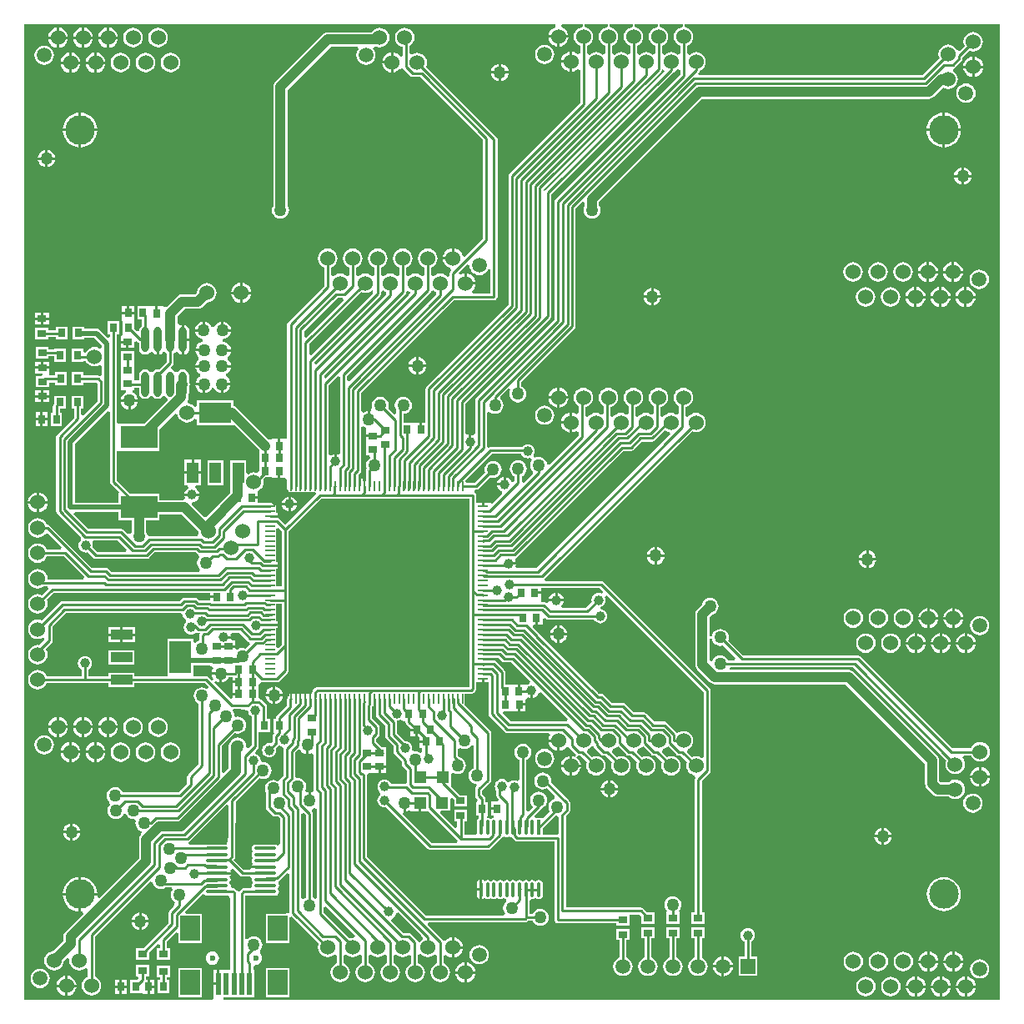
<source format=gtl>
%FSLAX25Y25*%
%MOIN*%
G70*
G01*
G75*
G04 Layer_Physical_Order=1*
G04 Layer_Color=255*
%ADD10R,0.05079X0.04882*%
%ADD11O,0.01575X0.05906*%
%ADD12R,0.01575X0.05906*%
%ADD13R,0.00748X0.03961*%
%ADD14R,0.03961X0.00748*%
%ADD15R,0.08661X0.12992*%
%ADD16R,0.08661X0.03937*%
%ADD17O,0.03150X0.10039*%
%ADD18R,0.12992X0.08268*%
%ADD19R,0.04724X0.08268*%
%ADD20R,0.14567X0.09055*%
%ADD21R,0.03150X0.03543*%
%ADD22R,0.02756X0.03543*%
%ADD23R,0.03543X0.03150*%
%ADD24R,0.03543X0.02756*%
%ADD25R,0.02953X0.03543*%
%ADD26R,0.39370X0.19685*%
%ADD27R,0.03543X0.02953*%
%ADD28O,0.09055X0.01378*%
%ADD29R,0.07874X0.09843*%
%ADD30R,0.01969X0.09055*%
%ADD31C,0.31496*%
%ADD32C,0.01000*%
%ADD33C,0.01969*%
%ADD34C,0.03937*%
%ADD35C,0.06000*%
%ADD36C,0.11811*%
%ADD37C,0.02362*%
%ADD38R,0.05906X0.05906*%
%ADD39C,0.05906*%
%ADD40C,0.03937*%
%ADD41C,0.05000*%
G36*
X481348Y356238D02*
X481368Y355931D01*
X480899Y354798D01*
X447735Y321634D01*
X447247Y321836D01*
X447055Y322802D01*
X479410Y355157D01*
X479712Y355609D01*
X479818Y356142D01*
Y356158D01*
X480452Y356644D01*
X481348Y356238D01*
D02*
G37*
G36*
X491475Y356190D02*
X491707Y356094D01*
X491899Y355129D01*
X457113Y320343D01*
X456204Y320720D01*
Y322463D01*
X489410Y355669D01*
X489410Y355669D01*
X489410Y355669D01*
X489712Y356121D01*
X489776Y356441D01*
X490697Y356787D01*
X491475Y356190D01*
D02*
G37*
G36*
X466334Y356693D02*
X466457Y356599D01*
X466521Y355617D01*
X441830Y330926D01*
X440920Y331302D01*
Y335092D01*
X461859Y356031D01*
X462416Y355800D01*
X463425Y355667D01*
X464434Y355800D01*
X465375Y356190D01*
X466150Y356784D01*
X466334Y356693D01*
D02*
G37*
G36*
X410695Y125403D02*
X413323Y122775D01*
X413775Y122473D01*
X414308Y122367D01*
X417540D01*
X418164Y121606D01*
X418099Y121280D01*
X418220Y120673D01*
X418564Y120158D01*
Y119920D01*
X418220Y119406D01*
X418099Y118799D01*
X418164Y118473D01*
X417540Y117712D01*
X414764D01*
X414231Y117606D01*
X413779Y117304D01*
X413097Y116622D01*
X412117Y116718D01*
X411910Y117028D01*
X411418Y117520D01*
X410966Y117822D01*
X410433Y117928D01*
X410313Y117904D01*
X409617Y118600D01*
X409656Y118799D01*
X409536Y119406D01*
X409192Y119920D01*
Y120158D01*
X409536Y120673D01*
X409656Y121280D01*
X409536Y121886D01*
X409192Y122401D01*
Y122401D01*
D01*
X409289Y122542D01*
X409289Y122542D01*
X409289D01*
X409662Y123101D01*
X409693Y123260D01*
X404232D01*
Y124260D01*
X409693D01*
X409662Y124419D01*
X409460Y124721D01*
X410007Y125540D01*
X410695Y125403D01*
D02*
G37*
G36*
X504981Y260531D02*
Y236642D01*
Y227067D01*
X504981Y227067D01*
X504981D01*
Y207382D01*
X504981Y207382D01*
X504981D01*
Y198295D01*
X444438D01*
X444164Y198240D01*
X443905Y198189D01*
X443905Y198189D01*
X443905Y198189D01*
X443668Y198030D01*
X443453Y197887D01*
X442574Y197008D01*
X442574Y197008D01*
X442574Y197008D01*
X442417Y196773D01*
X442272Y196556D01*
X442272Y196556D01*
X442272Y196556D01*
X442219Y196289D01*
X442166Y196023D01*
X442166Y196023D01*
X442166Y196023D01*
X442067Y195599D01*
D01*
Y195599D01*
X440925D01*
D01*
D01*
X440925Y195599D01*
X440098D01*
Y195599D01*
X438957D01*
D01*
D01*
X438957Y195599D01*
X438130D01*
Y195599D01*
X436988D01*
D01*
D01*
X436988Y195599D01*
X436161D01*
Y195599D01*
X435020D01*
D01*
D01*
X435020Y195599D01*
X434193D01*
Y195599D01*
X433051D01*
Y194683D01*
X432636Y194405D01*
X432557Y194326D01*
X432407Y194100D01*
X432257Y193876D01*
X432256Y193875D01*
X432256Y193874D01*
X432203Y193607D01*
X432151Y193343D01*
Y190857D01*
X428149Y186855D01*
X427847Y186403D01*
X427741Y185870D01*
Y185315D01*
X426890D01*
Y180039D01*
X426890Y180039D01*
X426890D01*
X427040Y179677D01*
X426804Y179442D01*
X426502Y178990D01*
X426396Y178457D01*
Y176340D01*
X425656Y175691D01*
X425039Y175773D01*
X424299Y175675D01*
X423610Y175390D01*
X423018Y174935D01*
X422563Y174343D01*
X422278Y173653D01*
X422180Y172913D01*
X422278Y172173D01*
X422563Y171484D01*
X423018Y170892D01*
X423610Y170437D01*
X424299Y170152D01*
X425039Y170054D01*
X425779Y170152D01*
X426469Y170437D01*
X427061Y170892D01*
X427515Y171484D01*
X427801Y172173D01*
X427899Y172913D01*
X427801Y173653D01*
X427786Y173690D01*
X428790Y174694D01*
X428790Y174694D01*
Y174694D01*
X429102Y175054D01*
Y175054D01*
X429102Y175054D01*
X429694Y174600D01*
X430383Y174314D01*
X430800Y173856D01*
D01*
X430800D01*
X430694Y173323D01*
Y162916D01*
X429602Y161824D01*
X429300Y161372D01*
X429194Y160839D01*
D01*
Y160839D01*
X428371Y160617D01*
X427552Y160957D01*
X426673Y161072D01*
X425795Y160957D01*
X424976Y160617D01*
X424272Y160078D01*
X423733Y159375D01*
X423394Y158556D01*
X423278Y157677D01*
X423394Y156798D01*
X423733Y155980D01*
X423776Y155923D01*
Y150072D01*
X423776Y150072D01*
X423776D01*
X423882Y149539D01*
X424184Y149087D01*
X426449Y146822D01*
X426901Y146520D01*
X427434Y146414D01*
X428603D01*
X429420Y145597D01*
Y135428D01*
X428483Y134802D01*
X427969Y135146D01*
X427362Y135267D01*
X419685D01*
X419078Y135146D01*
X418564Y134802D01*
X418220Y134288D01*
X418099Y133681D01*
X418220Y133074D01*
X418564Y132560D01*
Y132322D01*
X418220Y131808D01*
X418099Y131201D01*
X418220Y130594D01*
X418564Y130080D01*
Y129842D01*
X418220Y129327D01*
X418099Y128720D01*
X418220Y128114D01*
X418564Y127599D01*
X418564Y127599D01*
X418467Y127458D01*
X418467Y127458D01*
X418467D01*
X418094Y126899D01*
X418062Y126740D01*
X423524D01*
Y125740D01*
X417886D01*
X417404Y125153D01*
X414885D01*
X410892Y129146D01*
X411111Y129365D01*
X411413Y129816D01*
X411519Y130350D01*
Y143555D01*
X411523Y143561D01*
X411629Y144095D01*
Y152099D01*
X421215Y161685D01*
X421681Y161492D01*
X422560Y161377D01*
X423439Y161492D01*
X424258Y161831D01*
X424961Y162371D01*
X425500Y163074D01*
X425840Y163893D01*
X425955Y164772D01*
X425840Y165651D01*
X425500Y166469D01*
X424961Y167173D01*
X424258Y167712D01*
X423439Y168051D01*
X422560Y168167D01*
X422433Y168150D01*
X421652Y168749D01*
X421561Y169441D01*
X421275Y170130D01*
X420821Y170722D01*
X420229Y171177D01*
X419539Y171463D01*
X419725Y172873D01*
X420375Y173523D01*
X420677Y173975D01*
X420783Y174508D01*
X420783Y174508D01*
X420783Y174508D01*
Y174508D01*
Y180039D01*
X420984D01*
Y180039D01*
X425472D01*
Y185315D01*
X424117D01*
Y190358D01*
X424011Y190891D01*
X423709Y191343D01*
X421756Y193296D01*
X421304Y193598D01*
X420995Y193659D01*
X420846Y193689D01*
Y197658D01*
Y199053D01*
X421609Y200194D01*
X422142Y200087D01*
X425563D01*
X426038Y200182D01*
X428165D01*
X428698Y200288D01*
X429150Y200590D01*
X432465Y203905D01*
X432767Y204357D01*
X432873Y204890D01*
X432873Y204890D01*
X432873Y204890D01*
Y204890D01*
Y214733D01*
X432873Y214733D01*
X432873Y214733D01*
Y214733D01*
Y232976D01*
X432873Y232976D01*
X432873Y232976D01*
Y232976D01*
Y236953D01*
X432873Y236953D01*
X432873Y236953D01*
Y236953D01*
Y260486D01*
X445951Y273564D01*
X504981D01*
Y260531D01*
D02*
G37*
G36*
X401398Y206417D02*
X402216D01*
X402651Y205535D01*
X402553Y205407D01*
X402200Y204555D01*
X402146Y204142D01*
X405610D01*
Y203642D01*
X406110D01*
Y200177D01*
X406524Y200232D01*
X407375Y200585D01*
X408107Y201146D01*
X408668Y201877D01*
X408822Y202249D01*
X410319D01*
Y200795D01*
X412894D01*
Y199795D01*
X410319D01*
Y197524D01*
Y195972D01*
X412894D01*
Y194972D01*
X410319D01*
Y193948D01*
X409410Y193571D01*
X402938Y200043D01*
X403587Y200782D01*
X403845Y200585D01*
X404697Y200232D01*
X405110Y200177D01*
Y203142D01*
X402146D01*
X402200Y202728D01*
X402553Y201877D01*
X402751Y201619D01*
X402011Y200970D01*
X400874Y202107D01*
X400422Y202409D01*
X399889Y202515D01*
X394764D01*
Y202677D01*
X394764D01*
Y206952D01*
X401398D01*
Y206417D01*
D02*
G37*
G36*
X525870Y290992D02*
X526325Y290400D01*
X526917Y289945D01*
X527606Y289660D01*
X528346Y289562D01*
X529086Y289660D01*
X529489Y289826D01*
X530089Y289046D01*
X529737Y288587D01*
X529398Y287769D01*
X529282Y286890D01*
X529398Y286011D01*
X529737Y285192D01*
X530276Y284489D01*
X530374Y284414D01*
X530439Y283432D01*
X526897Y279890D01*
X526802D01*
X525960Y280239D01*
Y282327D01*
X526265Y282453D01*
X526968Y282993D01*
X527507Y283696D01*
X527846Y284515D01*
X527962Y285394D01*
X527846Y286273D01*
X527507Y287091D01*
X526968Y287795D01*
X526265Y288334D01*
X525446Y288673D01*
X524567Y288789D01*
X523688Y288673D01*
X522869Y288334D01*
X522166Y287795D01*
X521627Y287091D01*
X521287Y286273D01*
X521172Y285394D01*
X521287Y284515D01*
X521627Y283696D01*
X522166Y282993D01*
X522869Y282453D01*
X523174Y282327D01*
Y280826D01*
X522413Y280201D01*
X521861Y280311D01*
X521688Y280729D01*
X521212Y281349D01*
X520592Y281825D01*
X519869Y282124D01*
X519594Y282161D01*
Y279232D01*
X519095D01*
Y278732D01*
X516166D01*
X516202Y278457D01*
X516502Y277735D01*
X516977Y277115D01*
X517597Y276639D01*
X518015Y276466D01*
X518208Y275501D01*
X514195Y271488D01*
X513559Y271752D01*
Y271752D01*
X513559Y271752D01*
X511079D01*
Y270378D01*
X510079D01*
Y271752D01*
X507767D01*
Y274956D01*
X507661Y275489D01*
X507359Y275941D01*
X507118Y276102D01*
X507404Y277044D01*
X507768D01*
X508301Y277150D01*
X508752Y277452D01*
X508752Y277452D01*
X508752Y277452D01*
X513344Y282044D01*
X513649Y281917D01*
X514528Y281802D01*
X515406Y281917D01*
X516225Y282257D01*
X516928Y282796D01*
X517468Y283499D01*
X517807Y284318D01*
X517923Y285197D01*
X517807Y286075D01*
X517468Y286894D01*
X516928Y287598D01*
X516225Y288137D01*
X515406Y288476D01*
X514528Y288592D01*
X513649Y288476D01*
X512830Y288137D01*
X512127Y287598D01*
X511587Y286894D01*
X511248Y286075D01*
X511132Y285197D01*
X511248Y284318D01*
X511374Y284013D01*
X507191Y279830D01*
X503828D01*
X503452Y280739D01*
X514036Y291324D01*
X525733D01*
X525870Y290992D01*
D02*
G37*
G36*
X416453Y216561D02*
X416904Y216259D01*
X416977Y216245D01*
X417262Y215303D01*
X415490Y213531D01*
X415186Y213657D01*
X414307Y213773D01*
X413428Y213657D01*
X412609Y213318D01*
X412316Y213093D01*
X411433Y213528D01*
Y213870D01*
X408662D01*
Y214870D01*
X411433D01*
Y216945D01*
X410372D01*
X409874Y217512D01*
X406772D01*
Y218512D01*
X409700D01*
X409664Y218787D01*
X409510Y219159D01*
X410056Y219977D01*
X413037D01*
X416453Y216561D01*
D02*
G37*
G36*
X364784Y264685D02*
X370074D01*
Y260268D01*
X369993Y260162D01*
X369671Y259386D01*
X369535Y259359D01*
X368390Y259510D01*
X366891Y261009D01*
X366440Y261311D01*
X365907Y261417D01*
X352781D01*
X346914Y267283D01*
X347291Y268192D01*
X364784D01*
Y264685D01*
D02*
G37*
G36*
X430088Y260486D02*
Y238346D01*
X427740D01*
Y239453D01*
D01*
Y239453D01*
X427740Y239453D01*
Y240280D01*
X427740D01*
Y241421D01*
D01*
Y241421D01*
X427740Y241421D01*
Y242248D01*
X427740D01*
Y243390D01*
D01*
Y243390D01*
X427740Y243390D01*
Y244217D01*
X427740D01*
Y245358D01*
D01*
Y245358D01*
X427764Y245382D01*
X428544D01*
Y246256D01*
X425563D01*
Y247249D01*
X425596Y247256D01*
X428544D01*
Y248130D01*
X427740D01*
Y248154D01*
X427740D01*
Y249295D01*
D01*
Y249295D01*
X427740Y249295D01*
Y250122D01*
X427740D01*
Y251264D01*
D01*
Y251264D01*
X427740Y251264D01*
Y252091D01*
X427740D01*
Y253232D01*
D01*
Y253232D01*
X427740Y253232D01*
Y254059D01*
X427740D01*
Y255201D01*
D01*
Y255201D01*
X427740Y255201D01*
Y256028D01*
X427740D01*
Y257169D01*
D01*
Y257169D01*
X427740Y257169D01*
Y257996D01*
X427740D01*
Y259138D01*
D01*
Y259138D01*
X427740Y259138D01*
Y259965D01*
X427740D01*
Y261106D01*
X427740D01*
Y261547D01*
X428650Y261923D01*
X430088Y260486D01*
D02*
G37*
G36*
X408843Y150666D02*
Y144524D01*
X408839Y144517D01*
X408733Y143984D01*
Y138596D01*
X408071Y135267D01*
X400394D01*
X399787Y135146D01*
X399679Y135074D01*
X392978D01*
X392785Y136044D01*
X393237Y136346D01*
X393237Y136346D01*
X393237Y136346D01*
X407934Y151043D01*
X408843Y150666D01*
D02*
G37*
G36*
X505102Y366781D02*
X505085Y366654D01*
X505216Y365657D01*
X505601Y364728D01*
X506213Y363930D01*
X507011Y363318D01*
X507940Y362933D01*
X508937Y362802D01*
X509934Y362933D01*
X510863Y363318D01*
X511661Y363930D01*
X512273Y364728D01*
X512504Y365286D01*
X513469Y365094D01*
Y355629D01*
X506395D01*
X506079Y356561D01*
X506278Y356714D01*
X506919Y357550D01*
X507322Y358523D01*
X507394Y359067D01*
X503425D01*
Y359567D01*
X502925D01*
Y363536D01*
X502381Y363464D01*
X501444Y363076D01*
X500897Y363894D01*
X504219Y367216D01*
X505102Y366781D01*
D02*
G37*
G36*
X361402Y308236D02*
Y280217D01*
X361508Y279683D01*
X361810Y279232D01*
X365014Y276028D01*
X364784Y275472D01*
X364783D01*
X364784Y275472D01*
Y271965D01*
X347359D01*
Y295478D01*
X360493Y308612D01*
X361402Y308236D01*
D02*
G37*
G36*
X588578Y445276D02*
X589276Y444740D01*
Y443215D01*
X539349Y393287D01*
X539047Y392836D01*
X538941Y392302D01*
Y345125D01*
X507779Y313963D01*
X507477Y313511D01*
X507371Y312978D01*
Y299507D01*
X506553Y298960D01*
X506090Y299152D01*
X505815Y299188D01*
Y296260D01*
X504815D01*
Y299188D01*
X504540Y299152D01*
X504192Y299008D01*
X503373Y299554D01*
Y311443D01*
X537481Y345550D01*
X537783Y346002D01*
X537889Y346535D01*
Y395092D01*
X586654Y443858D01*
X586654Y443858D01*
D01*
D01*
D01*
D01*
X587619Y444772D01*
X587619D01*
X587619Y444772D01*
X588394Y445367D01*
X588578Y445276D01*
D02*
G37*
G36*
X478297Y184757D02*
X478331Y184630D01*
Y184630D01*
X479513D01*
Y184153D01*
X479619Y183620D01*
X479921Y183168D01*
X481382Y181707D01*
Y181602D01*
X483957D01*
Y181102D01*
X484457D01*
Y178331D01*
X484758D01*
X485024Y178066D01*
Y176976D01*
X487599D01*
Y175976D01*
X485024D01*
Y173705D01*
X486206D01*
Y172214D01*
X485323Y171779D01*
X484989Y172035D01*
X484170Y172374D01*
X483291Y172490D01*
X483281Y172488D01*
X482366Y172867D01*
X482111Y173122D01*
X482190Y173721D01*
X482092Y174460D01*
X481807Y175150D01*
X481352Y175742D01*
X480760Y176197D01*
X480071Y176482D01*
X479331Y176580D01*
X479328Y176579D01*
X476196Y179711D01*
Y184064D01*
D01*
D01*
D01*
X476196Y184064D01*
X476196Y184064D01*
X476174Y184653D01*
D01*
X476823Y184738D01*
X477512Y185024D01*
X478297Y184757D01*
D02*
G37*
G36*
X439650Y147007D02*
Y113992D01*
X439346Y113865D01*
X438687Y113360D01*
X438439Y113482D01*
X437804Y113969D01*
Y147567D01*
X438714Y147944D01*
X439650Y147007D01*
D02*
G37*
G36*
X444040Y149478D02*
Y113981D01*
X443272Y113602D01*
X442436Y114122D01*
Y147584D01*
X442330Y148117D01*
X442028Y148569D01*
Y148569D01*
D01*
X442309Y149495D01*
X443004Y149797D01*
X443005Y149797D01*
X443005Y149797D01*
X443212Y149887D01*
X444040Y149478D01*
D02*
G37*
G36*
X416531Y188976D02*
X416628Y188236D01*
X416914Y187547D01*
X417368Y186955D01*
X417960Y186500D01*
X417997Y186485D01*
Y175085D01*
X416667Y173755D01*
X415784Y174190D01*
X415839Y174606D01*
X415723Y175485D01*
X415384Y176304D01*
X414845Y177007D01*
X414141Y177547D01*
X413322Y177886D01*
X412444Y178001D01*
X411565Y177886D01*
X410746Y177547D01*
X410043Y177007D01*
X409799Y176689D01*
X409720Y176628D01*
X409265Y176036D01*
X408980Y175346D01*
X408882Y174606D01*
X408922Y174306D01*
X408882Y174005D01*
Y165673D01*
X407015Y163806D01*
X406106Y164182D01*
Y174679D01*
X411218Y179791D01*
X411523Y179665D01*
X412402Y179550D01*
X413280Y179665D01*
X414099Y180005D01*
X414802Y180544D01*
X415342Y181247D01*
X415681Y182066D01*
X415797Y182945D01*
X415681Y183824D01*
X415342Y184642D01*
X414802Y185345D01*
X414099Y185885D01*
X413280Y186224D01*
X412402Y186340D01*
X411841Y186266D01*
X411060Y186865D01*
X410977Y187502D01*
X410637Y188321D01*
X410430Y188590D01*
X410866Y189473D01*
X412757D01*
X416531Y188976D01*
D02*
G37*
G36*
X459289Y98820D02*
X458853Y97938D01*
X458425Y97994D01*
X457416Y97861D01*
X457050Y97709D01*
X446826Y107933D01*
Y109997D01*
X447735Y110374D01*
X459289Y98820D01*
D02*
G37*
G36*
X485913Y98830D02*
X486359Y97752D01*
X486334Y97363D01*
X485668Y96852D01*
X485048Y96044D01*
D01*
Y96044D01*
X485048Y96044D01*
X484456Y96694D01*
Y96694D01*
X484456Y96694D01*
X484154Y97146D01*
X481855Y99445D01*
X481403Y99747D01*
X480870Y99853D01*
X478601D01*
X473791Y104664D01*
X473983Y105629D01*
X474332Y105773D01*
X474952Y106249D01*
X475428Y106869D01*
X475727Y107591D01*
X475747Y107747D01*
X476679Y108063D01*
X485913Y98830D01*
D02*
G37*
G36*
X583120Y444593D02*
X583141Y444284D01*
X535511Y396654D01*
D01*
Y396654D01*
X535511Y396654D01*
Y396654D01*
Y396654D01*
X534848Y396421D01*
X534609Y397207D01*
X581654Y444251D01*
X581956Y444703D01*
X582020Y445023D01*
X582293Y445126D01*
X583120Y444593D01*
D02*
G37*
G36*
X388395Y307242D02*
X388458Y306766D01*
X388847Y305826D01*
X389467Y305018D01*
X390275Y304398D01*
X391215Y304009D01*
X392224Y303876D01*
X393234Y304009D01*
X394174Y304398D01*
X394982Y305018D01*
X395249Y305367D01*
X396181Y305050D01*
Y302874D01*
X410906D01*
X410906Y302874D01*
Y302874D01*
X411039Y302929D01*
X420984Y292984D01*
Y291949D01*
X420984D01*
Y287028D01*
Y284324D01*
X420166Y283777D01*
X419907Y283885D01*
X418898Y284018D01*
X417888Y283885D01*
X416948Y283495D01*
X416710Y283312D01*
X415827Y283748D01*
Y288858D01*
X409370D01*
Y278858D01*
X409543D01*
Y275889D01*
X399902Y266248D01*
X398917D01*
X393974Y271191D01*
X393980Y271231D01*
X394285Y272129D01*
X394869Y272206D01*
X395592Y272505D01*
X396212Y272981D01*
X396688Y273601D01*
X396987Y274324D01*
X397023Y274598D01*
X391166D01*
X391202Y274324D01*
X391437Y273756D01*
X390891Y272938D01*
X381083D01*
Y275472D01*
X369509D01*
X364188Y280793D01*
Y292638D01*
X364784D01*
Y292638D01*
X381083D01*
Y301177D01*
X387463Y307558D01*
X388395Y307242D01*
D02*
G37*
G36*
X429437Y281874D02*
X431512D01*
Y281874D01*
X431533D01*
X432229Y281178D01*
Y277551D01*
X432335Y277018D01*
X432637Y276566D01*
X433051Y276289D01*
Y276260D01*
X433112D01*
X433622Y276158D01*
X434132Y276260D01*
X434193D01*
Y276260D01*
X434193D01*
X434193Y276260D01*
X435020D01*
Y276260D01*
X436161D01*
Y276260D01*
X436161D01*
X436161Y276260D01*
X436988D01*
Y276260D01*
X437049D01*
X437559Y276158D01*
X438069Y276260D01*
X438130D01*
Y276260D01*
X438130D01*
X438130Y276260D01*
X438957D01*
Y276260D01*
X439017D01*
X439528Y276158D01*
X440038Y276260D01*
X440098D01*
Y276260D01*
X440098D01*
X440098Y276260D01*
X440925D01*
Y276260D01*
X440986D01*
X441496Y276158D01*
X442006Y276260D01*
X442067D01*
Y276260D01*
X442067D01*
X442067Y276260D01*
X442894D01*
Y276260D01*
X442954D01*
X443393Y276172D01*
X443593Y275512D01*
X443654Y275206D01*
X431480Y263033D01*
X429150Y265363D01*
X428698Y265665D01*
X428544Y265696D01*
Y265941D01*
X425565D01*
X425563Y265941D01*
Y266941D01*
X428544D01*
Y267815D01*
X427740D01*
Y267839D01*
X427740D01*
Y268980D01*
D01*
Y268980D01*
X427740Y268980D01*
Y269807D01*
X427740D01*
Y270949D01*
X426825D01*
X426548Y271363D01*
X426096Y271665D01*
X425563Y271771D01*
X420530D01*
Y273427D01*
X417955D01*
Y274427D01*
X420530D01*
Y276610D01*
X420847Y276741D01*
X421655Y277361D01*
X422275Y278168D01*
X422664Y279109D01*
X422797Y280118D01*
X422664Y281127D01*
X422656Y281146D01*
X423518Y282008D01*
X425666D01*
X425666Y282008D01*
X425666Y282008D01*
X425866Y282008D01*
X425866D01*
X426362Y281874D01*
X426562Y281874D01*
X426562Y281874D01*
Y281874D01*
X428437D01*
Y284646D01*
X429437D01*
Y281874D01*
D02*
G37*
G36*
X463097Y302159D02*
X463665Y301924D01*
Y301197D01*
X463665D01*
Y299122D01*
X466437D01*
Y298122D01*
X463665D01*
Y296047D01*
X463799D01*
Y295551D01*
X463799D01*
Y290669D01*
X464965D01*
X465282Y289737D01*
X464725Y289310D01*
X464186Y288607D01*
X463846Y287788D01*
X463731Y286910D01*
X463846Y286031D01*
X463993Y285677D01*
X463831Y285435D01*
X463725Y284902D01*
Y280614D01*
X463721D01*
X463721Y280614D01*
X463720Y280614D01*
X462579D01*
D01*
X462579D01*
X462555Y280638D01*
Y281417D01*
X461681D01*
Y278438D01*
X461681Y278437D01*
X460681D01*
Y281417D01*
X460605D01*
Y282912D01*
X461394Y283701D01*
X461696Y284153D01*
X461802Y284686D01*
Y302040D01*
X462685Y302475D01*
X463097Y302159D01*
D02*
G37*
G36*
X517939Y208566D02*
X518391Y208264D01*
X518924Y208158D01*
X521762D01*
X529433Y200487D01*
X529117Y199555D01*
X529048Y199546D01*
X528326Y199247D01*
X528302Y199228D01*
X527476Y199228D01*
Y199228D01*
X525401D01*
Y196457D01*
X524402D01*
Y199228D01*
X522327D01*
Y199094D01*
X521831D01*
Y199094D01*
X519318D01*
Y204184D01*
X519212Y204717D01*
X518910Y205169D01*
X515708Y208371D01*
X515256Y208673D01*
X514723Y208779D01*
X513559D01*
Y208854D01*
X510579D01*
Y209854D01*
X513559D01*
Y209930D01*
X516575D01*
X517939Y208566D01*
D02*
G37*
G36*
X530323Y193725D02*
X530598Y193761D01*
X531320Y194061D01*
X531940Y194536D01*
X532416Y195157D01*
X532715Y195879D01*
X532724Y195948D01*
X533656Y196264D01*
X544330Y185590D01*
X544206Y184967D01*
X544048Y184586D01*
X521409D01*
X518302Y187693D01*
X518678Y188602D01*
X521929D01*
Y188602D01*
X522291D01*
X522425Y188468D01*
Y188469D01*
X524500D01*
Y191240D01*
X525000D01*
Y191740D01*
X527575D01*
Y193082D01*
X528211Y193911D01*
X528393Y194033D01*
X529048Y193761D01*
X529323Y193725D01*
Y196653D01*
X530323D01*
Y193725D01*
D02*
G37*
G36*
X453418Y322092D02*
Y291680D01*
X452600Y291134D01*
X452251Y291278D01*
X451976Y291314D01*
Y288386D01*
X450976D01*
Y291314D01*
X450701Y291278D01*
X449979Y290979D01*
X449677Y290747D01*
X448795Y291182D01*
Y318754D01*
X452509Y322468D01*
X453418Y322092D01*
D02*
G37*
G36*
X506774Y174661D02*
Y165757D01*
X506469Y165630D01*
X505766Y165091D01*
X505226Y164388D01*
X504887Y163569D01*
X504771Y162690D01*
X504887Y161811D01*
X505226Y160993D01*
X505766Y160290D01*
X506469Y159750D01*
X507288Y159411D01*
X508167Y159295D01*
X508167Y159295D01*
X507873Y158468D01*
X507571Y158017D01*
X507465Y157484D01*
Y154721D01*
X507465Y154721D01*
X507465D01*
X507571Y154188D01*
X507873Y153736D01*
X508456Y153153D01*
X508079Y152244D01*
X507888D01*
Y146968D01*
X508674D01*
Y145467D01*
X508552Y145385D01*
X508186Y144838D01*
X508058Y144193D01*
Y139862D01*
X508080Y139752D01*
X507456Y138991D01*
X502985D01*
Y144508D01*
X504213D01*
Y148996D01*
X498937D01*
Y144508D01*
X500199D01*
Y142247D01*
X499289Y141870D01*
X493408Y147752D01*
X493785Y148661D01*
X497539D01*
Y153437D01*
X498119Y153677D01*
X498937Y153130D01*
Y150413D01*
X504213D01*
Y154902D01*
X501301D01*
X497640Y158563D01*
X497697Y158701D01*
X497697D01*
X497697Y158701D01*
Y163469D01*
X498580Y163904D01*
X498598Y163890D01*
X499416Y163551D01*
X500295Y163435D01*
X501174Y163551D01*
X501993Y163890D01*
X502696Y164430D01*
X503236Y165133D01*
X503575Y165952D01*
X503690Y166831D01*
X503575Y167709D01*
X503236Y168528D01*
X502696Y169231D01*
X501993Y169771D01*
X501174Y170110D01*
X501034Y170129D01*
X500409Y170754D01*
Y173542D01*
X501291Y173977D01*
X501354Y173930D01*
X502172Y173591D01*
X503051Y173475D01*
X503930Y173591D01*
X504749Y173930D01*
X505452Y174469D01*
X505842Y174977D01*
X506774Y174661D01*
D02*
G37*
G36*
X396713Y260366D02*
X396824Y259522D01*
X396879Y259388D01*
X396333Y258570D01*
X377113D01*
X377041Y258556D01*
X376241Y259129D01*
X376213Y259343D01*
X375873Y260162D01*
X375792Y260268D01*
Y264685D01*
X381083D01*
Y267220D01*
X389859D01*
X396713Y260366D01*
D02*
G37*
G36*
X471476Y356190D02*
X471651Y356117D01*
X471843Y355152D01*
X443798Y327107D01*
X443310Y327309D01*
X443118Y328274D01*
X469410Y354566D01*
X469712Y355018D01*
X469818Y355551D01*
X469818Y355551D01*
X469818Y355551D01*
Y355551D01*
Y356158D01*
X470516Y356693D01*
X470701Y356784D01*
X471476Y356190D01*
D02*
G37*
G36*
X485776Y148528D02*
X488693D01*
X500469Y136751D01*
X500095Y135848D01*
X500091Y135842D01*
X490045D01*
X478389Y147498D01*
X478634Y147994D01*
Y151870D01*
X479634D01*
Y148406D01*
X480048Y148460D01*
X480899Y148813D01*
X480953Y148855D01*
X481736Y148528D01*
X481736Y148528D01*
X484776D01*
Y151969D01*
X485776D01*
Y148528D01*
D02*
G37*
G36*
X716929Y73228D02*
X406610D01*
Y74098D01*
X406610D01*
X406610Y74232D01*
X419075D01*
Y85020D01*
X418617D01*
Y86583D01*
X419357Y87232D01*
X419587Y87202D01*
X420275Y87292D01*
X420917Y87558D01*
X421468Y87981D01*
X421891Y88532D01*
X422156Y89174D01*
X422247Y89862D01*
X422156Y90551D01*
X421891Y91193D01*
X421468Y91743D01*
X421319Y92683D01*
D01*
Y92683D01*
D01*
X421858Y93386D01*
X422198Y94205D01*
X422313Y95083D01*
X422198Y95962D01*
X421858Y96781D01*
X421319Y97484D01*
X420616Y98024D01*
X419797Y98363D01*
X418918Y98479D01*
X418039Y98363D01*
X417220Y98024D01*
X416517Y97484D01*
X416400Y97331D01*
X415468Y97648D01*
Y114926D01*
X418970D01*
X419078Y114854D01*
X419685Y114733D01*
X427362D01*
X427969Y114854D01*
X428483Y115198D01*
X428827Y115712D01*
X428948Y116319D01*
X428827Y116926D01*
X428483Y117440D01*
Y117678D01*
X428827Y118192D01*
X428948Y118799D01*
X428827Y119406D01*
X428722Y119564D01*
X428913Y120529D01*
X429198Y120720D01*
X432243Y123764D01*
X433152Y123388D01*
Y107975D01*
X430569Y107461D01*
X423642D01*
Y95886D01*
X433248D01*
Y106016D01*
X434157Y106392D01*
X444889Y95661D01*
X444659Y95104D01*
X444526Y94095D01*
X444659Y93085D01*
X445048Y92145D01*
X445668Y91337D01*
X446476Y90717D01*
X447416Y90328D01*
X448425Y90195D01*
X449435Y90328D01*
X450375Y90717D01*
X451150Y91312D01*
X451334Y91221D01*
X452032Y90685D01*
Y87702D01*
X451475Y87472D01*
X450668Y86852D01*
X450048Y86044D01*
X449659Y85104D01*
X449526Y84095D01*
X449659Y83085D01*
X450048Y82145D01*
X450668Y81337D01*
X451475Y80717D01*
X452416Y80328D01*
X453425Y80195D01*
X454434Y80328D01*
X455375Y80717D01*
X456183Y81337D01*
X456802Y82145D01*
X457192Y83085D01*
X457325Y84095D01*
X457192Y85104D01*
X456802Y86044D01*
X456183Y86852D01*
X455375Y87472D01*
X454818Y87702D01*
Y90685D01*
X455516Y91221D01*
X455701Y91312D01*
X456475Y90717D01*
X457416Y90328D01*
X458425Y90195D01*
X459435Y90328D01*
X460375Y90717D01*
X461150Y91312D01*
X461334Y91221D01*
X462032Y90685D01*
Y87702D01*
X461476Y87472D01*
X460668Y86852D01*
X460048Y86044D01*
X459659Y85104D01*
X459526Y84095D01*
X459659Y83085D01*
X460048Y82145D01*
X460668Y81337D01*
X461476Y80717D01*
X462416Y80328D01*
X463425Y80195D01*
X464434Y80328D01*
X465375Y80717D01*
X466183Y81337D01*
X466802Y82145D01*
X467192Y83085D01*
X467325Y84095D01*
X467192Y85104D01*
X466802Y86044D01*
X466183Y86852D01*
X465375Y87472D01*
X464818Y87702D01*
Y90685D01*
X465516Y91221D01*
X465701Y91312D01*
X466475Y90717D01*
X467416Y90328D01*
X468425Y90195D01*
X469434Y90328D01*
X470375Y90717D01*
X471150Y91312D01*
X471334Y91221D01*
X472032Y90685D01*
Y87702D01*
X471476Y87472D01*
X470668Y86852D01*
X470048Y86044D01*
X469659Y85104D01*
X469526Y84095D01*
X469659Y83085D01*
X470048Y82145D01*
X470668Y81337D01*
X471476Y80717D01*
X472416Y80328D01*
X473425Y80195D01*
X474435Y80328D01*
X475375Y80717D01*
X476183Y81337D01*
X476802Y82145D01*
X477192Y83085D01*
X477325Y84095D01*
X477192Y85104D01*
X476802Y86044D01*
X476183Y86852D01*
X475375Y87472D01*
X474818Y87702D01*
Y90685D01*
X475516Y91221D01*
X475701Y91312D01*
X476475Y90717D01*
X477416Y90328D01*
X478425Y90195D01*
X479434Y90328D01*
X480375Y90717D01*
X480894Y91115D01*
X481776Y90680D01*
Y87596D01*
X481475Y87472D01*
X480668Y86852D01*
X480048Y86044D01*
X479659Y85104D01*
X479526Y84095D01*
X479659Y83085D01*
X480048Y82145D01*
X480668Y81337D01*
X481475Y80717D01*
X482416Y80328D01*
X483425Y80195D01*
X484435Y80328D01*
X485375Y80717D01*
X486183Y81337D01*
X486802Y82145D01*
X487192Y83085D01*
X487325Y84095D01*
X487192Y85104D01*
X486802Y86044D01*
X486183Y86852D01*
X485375Y87472D01*
X484562Y87808D01*
Y91247D01*
X485494Y91563D01*
X485668Y91337D01*
X486476Y90717D01*
X487416Y90328D01*
X488425Y90195D01*
X489434Y90328D01*
X490375Y90717D01*
X491150Y91312D01*
X491334Y91221D01*
X492032Y90685D01*
Y87702D01*
X491475Y87472D01*
X490668Y86852D01*
X490048Y86044D01*
X489659Y85104D01*
X489526Y84095D01*
X489659Y83085D01*
X490048Y82145D01*
X490668Y81337D01*
X491475Y80717D01*
X492416Y80328D01*
X493425Y80195D01*
X494434Y80328D01*
X495375Y80717D01*
X496183Y81337D01*
X496802Y82145D01*
X497192Y83085D01*
X497325Y84095D01*
X497192Y85104D01*
X496802Y86044D01*
X496183Y86852D01*
X495375Y87472D01*
X494818Y87702D01*
Y90663D01*
X494982Y90788D01*
X495701Y91143D01*
X496408Y90601D01*
X497381Y90197D01*
X497925Y90126D01*
Y94095D01*
Y98063D01*
X497381Y97992D01*
X496408Y97588D01*
X495572Y96947D01*
X495558Y96928D01*
X494574Y96960D01*
X494410Y97205D01*
X488406Y103210D01*
X488783Y104119D01*
X527264D01*
X527797Y104225D01*
X528249Y104527D01*
X528249Y104527D01*
X528249Y104527D01*
X528431Y104709D01*
X530300D01*
X530426Y104405D01*
X530965Y103702D01*
X531669Y103162D01*
X532487Y102823D01*
X533366Y102707D01*
X534245Y102823D01*
X535064Y103162D01*
X535767Y103702D01*
X536306Y104405D01*
X536646Y105224D01*
X536761Y106102D01*
X536646Y106981D01*
X536306Y107800D01*
X535767Y108503D01*
X535064Y109043D01*
X534245Y109382D01*
X533366Y109498D01*
X532487Y109382D01*
X531669Y109043D01*
X530965Y108503D01*
X530426Y107800D01*
X530300Y107495D01*
X529050D01*
Y112829D01*
X529811Y113454D01*
X530217Y113373D01*
X530862Y113502D01*
X531409Y113867D01*
X531583D01*
X532130Y113502D01*
X532776Y113373D01*
X533421Y113502D01*
X533968Y113867D01*
X534333Y114414D01*
X534461Y115059D01*
Y119390D01*
X534333Y120035D01*
X533968Y120582D01*
X533421Y120947D01*
X532776Y121076D01*
X532130Y120947D01*
X531583Y120582D01*
X531409D01*
X530862Y120947D01*
X530217Y121076D01*
X529571Y120947D01*
X529024Y120582D01*
X528850D01*
X528303Y120947D01*
X527658Y121076D01*
X527012Y120947D01*
X526465Y120582D01*
X526291D01*
X525744Y120947D01*
X525098Y121076D01*
X524453Y120947D01*
X523906Y120582D01*
X523732D01*
X523185Y120947D01*
X522539Y121076D01*
X521894Y120947D01*
X521347Y120582D01*
X521172D01*
X520625Y120947D01*
X519980Y121076D01*
X519335Y120947D01*
X518788Y120582D01*
X518613D01*
X518066Y120947D01*
X517421Y121076D01*
X516776Y120947D01*
X516229Y120582D01*
X516054D01*
X515507Y120947D01*
X514862Y121076D01*
X514217Y120947D01*
X513670Y120582D01*
X513495D01*
X512948Y120947D01*
X512303Y121076D01*
X511658Y120947D01*
X511111Y120582D01*
D01*
X511033Y120678D01*
D01*
X511033Y120678D01*
Y120678D01*
X510441Y121073D01*
X510244Y121113D01*
Y117224D01*
Y113336D01*
X510441Y113375D01*
X511033Y113770D01*
X511033Y113770D01*
X511033Y113770D01*
D01*
X511111Y113867D01*
Y113867D01*
D01*
X511658Y113502D01*
X512303Y113373D01*
X512948Y113502D01*
X513495Y113867D01*
X513670D01*
X514217Y113502D01*
X514862Y113373D01*
X515507Y113502D01*
X516054Y113867D01*
X516229D01*
X516776Y113502D01*
X517421Y113373D01*
X518066Y113502D01*
X518613Y113867D01*
X518788D01*
X519335Y113502D01*
X519637Y113442D01*
X519860Y112483D01*
X519548Y112243D01*
X519008Y111540D01*
X518669Y110721D01*
X518554Y109843D01*
X518669Y108964D01*
X519008Y108145D01*
X519283Y107787D01*
X518848Y106905D01*
X487782D01*
X464235Y130451D01*
Y162894D01*
X464214Y163003D01*
X464838Y163764D01*
X466323D01*
Y163764D01*
X468595D01*
Y166339D01*
X469095D01*
Y166839D01*
X471866D01*
Y168913D01*
X471732D01*
Y169410D01*
X471732D01*
Y171775D01*
X471767Y171949D01*
X471732Y172123D01*
Y174291D01*
X470002D01*
X467868Y176425D01*
Y177560D01*
X468690Y178382D01*
X468992Y178834D01*
X469098Y179367D01*
Y182129D01*
X468992Y182662D01*
X468690Y183114D01*
X466102Y185702D01*
Y190308D01*
X466191Y190441D01*
X466587D01*
Y193421D01*
X467587D01*
Y190441D01*
X467662D01*
Y187172D01*
X467662Y187172D01*
X467662D01*
X467768Y186639D01*
X468070Y186188D01*
X471343Y182914D01*
Y178562D01*
X471343Y178562D01*
X471343D01*
X471449Y178029D01*
X471751Y177577D01*
X474603Y174725D01*
Y172339D01*
X474603Y172339D01*
X474603D01*
X474709Y171806D01*
X475011Y171354D01*
X478032Y168333D01*
Y167493D01*
X478032Y167493D01*
X478032D01*
X478138Y166960D01*
X478440Y166508D01*
X480135Y164814D01*
Y160009D01*
X479661Y159621D01*
X473710D01*
X473637Y159796D01*
X473183Y160388D01*
X472591Y160842D01*
X471901Y161128D01*
X471161Y161225D01*
X470421Y161128D01*
X469732Y160842D01*
X469140Y160388D01*
X468685Y159796D01*
X468400Y159106D01*
X468302Y158366D01*
X468400Y157626D01*
X468685Y156937D01*
X469140Y156344D01*
X469248Y156262D01*
X469406Y155879D01*
Y155156D01*
X469041Y154876D01*
X468587Y154284D01*
X468301Y153594D01*
X468204Y152854D01*
X468301Y152114D01*
X468587Y151425D01*
X469041Y150833D01*
X469633Y150378D01*
X470323Y150093D01*
X471063Y149995D01*
X471803Y150093D01*
X471840Y150108D01*
X488484Y133464D01*
X488936Y133162D01*
X489468Y133056D01*
X512574D01*
X513107Y133162D01*
X513559Y133464D01*
X513559Y133464D01*
X513559Y133464D01*
X518001Y137905D01*
X518210Y138219D01*
X519176Y138411D01*
X519335Y138305D01*
X519980Y138176D01*
X520625Y138305D01*
X520822Y138436D01*
X521787Y138244D01*
X521960Y137985D01*
X523221Y136724D01*
X523673Y136422D01*
X524206Y136316D01*
X534129D01*
X534662Y136422D01*
X534780Y136501D01*
X538961D01*
Y105217D01*
X538961Y105217D01*
X538961D01*
X539068Y104684D01*
X539369Y104232D01*
X539821Y103930D01*
X540354Y103824D01*
X563799D01*
Y102972D01*
X569075D01*
Y107269D01*
X573045D01*
X573839Y106475D01*
Y103563D01*
X579114D01*
Y108051D01*
X576202D01*
X574607Y109646D01*
X574155Y109948D01*
X573622Y110054D01*
X543613D01*
Y146412D01*
X544910Y147709D01*
X545212Y148161D01*
X545318Y148694D01*
Y151897D01*
X545212Y152430D01*
X544910Y152882D01*
X537678Y160114D01*
X537746Y160630D01*
X537630Y161509D01*
X537291Y162328D01*
X536751Y163031D01*
X536048Y163570D01*
X535229Y163909D01*
X534350Y164025D01*
X533472Y163909D01*
X532653Y163570D01*
X531950Y163031D01*
X531410Y162328D01*
X531071Y161509D01*
X530955Y160630D01*
X531071Y159751D01*
X531410Y158932D01*
X531950Y158229D01*
X532653Y157690D01*
X533472Y157350D01*
X534350Y157235D01*
X535229Y157350D01*
X536048Y157690D01*
X536113Y157739D01*
X539014Y154838D01*
X539165Y153693D01*
X539138Y153557D01*
X538362Y153236D01*
X537658Y152696D01*
X537119Y151993D01*
X536780Y151174D01*
X536664Y150295D01*
X536780Y149416D01*
X537119Y148598D01*
X537230Y148452D01*
X534567Y145789D01*
X534429Y145846D01*
Y145846D01*
X534429Y145846D01*
X531386D01*
X531045Y146670D01*
X531075Y146821D01*
X533760Y149507D01*
X533955Y149798D01*
X534473Y150012D01*
X535176Y150552D01*
X535716Y151255D01*
X536055Y152074D01*
X536171Y152953D01*
X536055Y153832D01*
X535716Y154650D01*
X535176Y155353D01*
X534473Y155893D01*
X533654Y156232D01*
X532776Y156348D01*
X531897Y156232D01*
X531078Y155893D01*
X530375Y155353D01*
X529835Y154650D01*
X529496Y153832D01*
X529380Y152953D01*
X529496Y152074D01*
X529835Y151255D01*
X530375Y150552D01*
X530405Y150091D01*
X528779Y148465D01*
X527869Y148842D01*
Y169099D01*
X528174Y169225D01*
X528877Y169765D01*
X529417Y170468D01*
X529756Y171287D01*
X529872Y172165D01*
X529756Y173044D01*
X529417Y173863D01*
X528877Y174566D01*
X528174Y175106D01*
X527355Y175445D01*
X526476Y175560D01*
X525598Y175445D01*
X524779Y175106D01*
X524076Y174566D01*
X523536Y173863D01*
X523197Y173044D01*
X523081Y172165D01*
X523197Y171287D01*
X523536Y170468D01*
X524076Y169765D01*
X524779Y169225D01*
X525083Y169099D01*
Y161430D01*
X524529Y160707D01*
X524265Y160531D01*
X523673Y160776D01*
X522933Y160873D01*
X522193Y160776D01*
X521503Y160490D01*
X520911Y160036D01*
X520513Y160000D01*
D01*
X520059Y160592D01*
X519467Y161047D01*
X518777Y161332D01*
X518037Y161430D01*
X517297Y161332D01*
X516608Y161047D01*
X516015Y160592D01*
X515561Y160000D01*
X515275Y159311D01*
X515178Y158571D01*
X515275Y157831D01*
X515561Y157141D01*
X515857Y156756D01*
Y154699D01*
X515857Y154699D01*
X515857D01*
X515963Y154166D01*
X516265Y153714D01*
X516692Y153287D01*
X516315Y152378D01*
X513660D01*
Y150106D01*
X516038D01*
Y149106D01*
X513660D01*
Y146835D01*
X514646D01*
X514743Y145855D01*
X514217Y145750D01*
X513670Y145385D01*
X513495D01*
X512948Y145750D01*
X512303Y145879D01*
X512221Y145862D01*
X512002Y146042D01*
X512334Y146968D01*
X512376D01*
Y152244D01*
X511460D01*
Y153512D01*
X511354Y154045D01*
X511052Y154497D01*
X510251Y155298D01*
Y156907D01*
X513316Y159972D01*
X513618Y160424D01*
X513724Y160957D01*
X513724Y160957D01*
X513724Y160957D01*
Y160957D01*
Y179894D01*
X513618Y180427D01*
X513316Y180879D01*
X503049Y191145D01*
X503091Y191244D01*
X503091D01*
X503090Y191244D01*
Y195509D01*
X505681D01*
X506214Y195615D01*
X506666Y195917D01*
X506666Y195917D01*
X506666Y195917D01*
X507359Y196609D01*
X507661Y197061D01*
X507767Y197594D01*
X507767Y197594D01*
X507767Y197594D01*
Y197594D01*
Y200106D01*
X510079D01*
Y201480D01*
X511079D01*
Y200106D01*
X512666D01*
Y187327D01*
X512666Y187327D01*
X512666D01*
X512772Y186794D01*
X513074Y186342D01*
X519208Y180208D01*
X519660Y179906D01*
X520193Y179800D01*
X536860D01*
X537295Y178917D01*
X537136Y178710D01*
X536733Y177737D01*
X536661Y177193D01*
X540630D01*
Y176693D01*
X541130D01*
Y172724D01*
X541674Y172796D01*
X542647Y173199D01*
X543483Y173840D01*
X543651Y174059D01*
X544843Y174296D01*
X545145Y173844D01*
X547781Y171208D01*
X547781Y171208D01*
X547781D01*
Y171208D01*
D01*
X547781D01*
Y171208D01*
X547781D01*
X547781Y171208D01*
Y171208D01*
Y171208D01*
D01*
D01*
D01*
X547846Y171165D01*
X547834Y171143D01*
D01*
X547382Y170297D01*
X546674Y170590D01*
X546130Y170662D01*
Y167193D01*
X549599D01*
X549527Y167737D01*
X549124Y168710D01*
X548483Y169546D01*
X547896Y169996D01*
X547906Y170017D01*
X547906Y170017D01*
X548303Y170892D01*
D01*
X548766Y170800D01*
X549553D01*
X552094Y168259D01*
X551863Y167702D01*
X551730Y166693D01*
X551863Y165684D01*
X552253Y164743D01*
X552873Y163935D01*
X553680Y163316D01*
X554621Y162926D01*
X555630Y162793D01*
X556639Y162926D01*
X557580Y163316D01*
X558387Y163935D01*
X559007Y164743D01*
X559397Y165684D01*
X559529Y166693D01*
X559397Y167702D01*
X559007Y168643D01*
X558387Y169450D01*
X557580Y170070D01*
X556639Y170459D01*
X555630Y170592D01*
X554621Y170459D01*
X554064Y170229D01*
X552073Y172220D01*
X552265Y173185D01*
X552580Y173316D01*
X553387Y173935D01*
X553874Y174570D01*
X554833Y174347D01*
X554843Y174296D01*
X555145Y173844D01*
X557781Y171208D01*
X557781Y171208D01*
X557781D01*
X557781Y171208D01*
X557781D01*
X557781Y171208D01*
Y171208D01*
Y171208D01*
D01*
D01*
X557781D01*
Y171208D01*
X558233Y170906D01*
X558766Y170800D01*
X559553D01*
X562094Y168259D01*
X561863Y167702D01*
X561730Y166693D01*
X561863Y165684D01*
X562253Y164743D01*
X562873Y163935D01*
X563680Y163316D01*
X564621Y162926D01*
X565630Y162793D01*
X566639Y162926D01*
X567580Y163316D01*
X568387Y163935D01*
X569007Y164743D01*
X569397Y165684D01*
X569529Y166693D01*
X569397Y167702D01*
X569007Y168643D01*
X568387Y169450D01*
X567580Y170070D01*
X566639Y170459D01*
X565630Y170592D01*
X564621Y170459D01*
X564064Y170229D01*
X562073Y172220D01*
X562265Y173185D01*
X562580Y173316D01*
X563387Y173935D01*
X563656Y174286D01*
X564639Y174351D01*
X567781Y171208D01*
X568233Y170906D01*
X568766Y170800D01*
X569553D01*
X572094Y168259D01*
X571863Y167702D01*
X571730Y166693D01*
X571863Y165684D01*
X572253Y164743D01*
X572873Y163935D01*
X573680Y163316D01*
X574621Y162926D01*
X575630Y162793D01*
X576639Y162926D01*
X577580Y163316D01*
X578387Y163935D01*
X579007Y164743D01*
X579397Y165684D01*
X579529Y166693D01*
X579397Y167702D01*
X579007Y168643D01*
X578387Y169450D01*
X577580Y170070D01*
X576639Y170459D01*
X575630Y170592D01*
X574621Y170459D01*
X574064Y170229D01*
X572073Y172220D01*
X572265Y173185D01*
X572580Y173316D01*
X573387Y173935D01*
X573656Y174286D01*
X574639Y174351D01*
X577781Y171208D01*
X578233Y170906D01*
X578766Y170800D01*
X579553D01*
X582094Y168259D01*
X581863Y167702D01*
X581730Y166693D01*
X581863Y165684D01*
X582253Y164743D01*
X582873Y163935D01*
X583680Y163316D01*
X584621Y162926D01*
X585630Y162793D01*
X586639Y162926D01*
X587580Y163316D01*
X588387Y163935D01*
X589007Y164743D01*
X589397Y165684D01*
X589529Y166693D01*
X589397Y167702D01*
X589007Y168643D01*
X588387Y169450D01*
X587580Y170070D01*
X586639Y170459D01*
X585630Y170592D01*
X584621Y170459D01*
X584064Y170229D01*
X582073Y172220D01*
X582265Y173185D01*
X582580Y173316D01*
X583387Y173935D01*
X583656Y174286D01*
X584639Y174351D01*
X587781Y171208D01*
X588233Y170906D01*
X588766Y170800D01*
X589553D01*
X592094Y168259D01*
X591863Y167702D01*
X591730Y166693D01*
X591863Y165684D01*
X592253Y164743D01*
X592873Y163935D01*
X593680Y163316D01*
X594621Y162926D01*
X594923Y162887D01*
X595041Y162768D01*
X595398Y161981D01*
X595268Y161787D01*
X595162Y161254D01*
Y108051D01*
X593917D01*
Y103563D01*
X599193D01*
Y108051D01*
X597948D01*
Y160677D01*
X601115Y163844D01*
X601417Y164296D01*
X601523Y164829D01*
Y196720D01*
X601417Y197253D01*
X601115Y197705D01*
X558749Y240071D01*
X558297Y240373D01*
X557764Y240479D01*
X535355D01*
X535069Y241421D01*
X535115Y241452D01*
X594064Y300401D01*
X594621Y300170D01*
X595630Y300038D01*
X596639Y300170D01*
X597580Y300560D01*
X598387Y301180D01*
X599007Y301987D01*
X599397Y302928D01*
X599529Y303937D01*
X599397Y304946D01*
X599007Y305887D01*
X598387Y306694D01*
X597580Y307314D01*
X596639Y307704D01*
X595630Y307837D01*
X594621Y307704D01*
X593680Y307314D01*
X592873Y306694D01*
X592455Y306150D01*
X591523Y306467D01*
Y310155D01*
X591639Y310170D01*
X592580Y310560D01*
X593387Y311180D01*
X594007Y311987D01*
X594397Y312928D01*
X594529Y313937D01*
X594397Y314946D01*
X594007Y315887D01*
X593387Y316694D01*
X592580Y317314D01*
X591639Y317704D01*
X590630Y317836D01*
X589621Y317704D01*
X588680Y317314D01*
X587873Y316694D01*
X587253Y315887D01*
X586863Y314946D01*
X586730Y313937D01*
X586863Y312928D01*
X587253Y311987D01*
X587873Y311180D01*
X588680Y310560D01*
X588737Y310536D01*
Y307539D01*
X587854Y307103D01*
X587580Y307314D01*
X586639Y307704D01*
X585630Y307837D01*
X584621Y307704D01*
X583680Y307314D01*
X582873Y306694D01*
X582455Y306150D01*
X581523Y306467D01*
Y310155D01*
X581639Y310170D01*
X582580Y310560D01*
X583387Y311180D01*
X584007Y311987D01*
X584397Y312928D01*
X584529Y313937D01*
X584397Y314946D01*
X584007Y315887D01*
X583387Y316694D01*
X582580Y317314D01*
X581639Y317704D01*
X580630Y317836D01*
X579621Y317704D01*
X578680Y317314D01*
X577873Y316694D01*
X577253Y315887D01*
X576863Y314946D01*
X576730Y313937D01*
X576863Y312928D01*
X577253Y311987D01*
X577873Y311180D01*
X578680Y310560D01*
X578737Y310536D01*
Y307539D01*
X577854Y307103D01*
X577580Y307314D01*
X576639Y307704D01*
X575630Y307837D01*
X574621Y307704D01*
X573680Y307314D01*
X572873Y306694D01*
X572455Y306150D01*
X571523Y306467D01*
Y310155D01*
X571639Y310170D01*
X572580Y310560D01*
X573387Y311180D01*
X574007Y311987D01*
X574397Y312928D01*
X574529Y313937D01*
X574397Y314946D01*
X574007Y315887D01*
X573387Y316694D01*
X572580Y317314D01*
X571639Y317704D01*
X570630Y317836D01*
X569621Y317704D01*
X568680Y317314D01*
X567873Y316694D01*
X567253Y315887D01*
X566863Y314946D01*
X566730Y313937D01*
X566863Y312928D01*
X567253Y311987D01*
X567873Y311180D01*
X568680Y310560D01*
X568737Y310536D01*
Y307539D01*
X567854Y307103D01*
X567580Y307314D01*
X566639Y307704D01*
X565630Y307837D01*
X564621Y307704D01*
X563680Y307314D01*
X562873Y306694D01*
X562455Y306150D01*
X561523Y306467D01*
Y310155D01*
X561639Y310170D01*
X562580Y310560D01*
X563387Y311180D01*
X564007Y311987D01*
X564397Y312928D01*
X564529Y313937D01*
X564397Y314946D01*
X564007Y315887D01*
X563387Y316694D01*
X562580Y317314D01*
X561639Y317704D01*
X560630Y317836D01*
X559621Y317704D01*
X558680Y317314D01*
X557873Y316694D01*
X557253Y315887D01*
X556863Y314946D01*
X556730Y313937D01*
X556863Y312928D01*
X557253Y311987D01*
X557873Y311180D01*
X558680Y310560D01*
X558737Y310536D01*
Y307539D01*
X557854Y307103D01*
X557580Y307314D01*
X556639Y307704D01*
X555630Y307837D01*
X554621Y307704D01*
X553680Y307314D01*
X552873Y306694D01*
X552455Y306150D01*
X551523Y306467D01*
Y310155D01*
X551639Y310170D01*
X552580Y310560D01*
X553387Y311180D01*
X554007Y311987D01*
X554397Y312928D01*
X554529Y313937D01*
X554397Y314946D01*
X554007Y315887D01*
X553387Y316694D01*
X552580Y317314D01*
X551639Y317704D01*
X550630Y317836D01*
X549621Y317704D01*
X548680Y317314D01*
X547873Y316694D01*
X547253Y315887D01*
X546863Y314946D01*
X546730Y313937D01*
X546863Y312928D01*
X547253Y311987D01*
X547873Y311180D01*
X548680Y310560D01*
X548737Y310536D01*
Y307707D01*
X547854Y307272D01*
X547647Y307431D01*
X546674Y307834D01*
X546130Y307906D01*
Y303937D01*
Y299968D01*
X546674Y300040D01*
X547647Y300443D01*
X547854Y300602D01*
X548737Y300167D01*
Y298778D01*
X536949Y286990D01*
X536018Y287307D01*
X535957Y287769D01*
X535617Y288587D01*
X535078Y289291D01*
X534375Y289830D01*
X533556Y290169D01*
X532677Y290285D01*
X531799Y290169D01*
X531199Y289921D01*
X530600Y290702D01*
X530823Y290992D01*
X531108Y291681D01*
X531206Y292421D01*
X531108Y293161D01*
X530823Y293851D01*
X530368Y294443D01*
X529776Y294897D01*
X529086Y295183D01*
X528346Y295280D01*
X527606Y295183D01*
X526917Y294897D01*
X526325Y294443D01*
X526069Y294109D01*
X513459D01*
X512926Y294003D01*
X512891Y293980D01*
X512023Y294444D01*
Y307787D01*
X512623Y308248D01*
X512906Y308387D01*
X513558Y307887D01*
X514377Y307547D01*
X515256Y307432D01*
X516135Y307547D01*
X516954Y307887D01*
X517657Y308426D01*
X518196Y309129D01*
X518535Y309948D01*
X518651Y310827D01*
X518535Y311705D01*
X518196Y312524D01*
X517657Y313228D01*
X517459Y313379D01*
X517395Y314361D01*
X520687Y317652D01*
X521469Y317052D01*
X521130Y316233D01*
X521014Y315354D01*
X521130Y314476D01*
X521469Y313657D01*
X522009Y312954D01*
X522712Y312414D01*
X523531Y312075D01*
X524409Y311959D01*
X525288Y312075D01*
X526107Y312414D01*
X526810Y312954D01*
X527350Y313657D01*
X527689Y314476D01*
X527805Y315354D01*
X527689Y316233D01*
X527350Y317052D01*
X526810Y317755D01*
X526107Y318295D01*
X525802Y318421D01*
Y320129D01*
X547158Y341485D01*
X547460Y341937D01*
X547566Y342470D01*
Y389491D01*
X550267Y392192D01*
X551176Y391815D01*
Y390583D01*
X551095Y390477D01*
X550756Y389658D01*
X550640Y388779D01*
X550756Y387901D01*
X551095Y387082D01*
X551635Y386379D01*
X552338Y385839D01*
X553157Y385500D01*
X554035Y385384D01*
X554914Y385500D01*
X555733Y385839D01*
X556436Y386379D01*
X556976Y387082D01*
X557315Y387901D01*
X557431Y388779D01*
X557315Y389658D01*
X556976Y390477D01*
X556894Y390583D01*
Y392030D01*
X598143Y433279D01*
X688808D01*
X689548Y433376D01*
X690237Y433662D01*
X690830Y434116D01*
X694491Y437777D01*
X694507Y437765D01*
X695447Y437375D01*
X696457Y437242D01*
X697466Y437375D01*
X698406Y437765D01*
X699214Y438384D01*
X699834Y439192D01*
X700223Y440133D01*
X700356Y441142D01*
X700223Y442151D01*
X699834Y443091D01*
X699214Y443899D01*
X698429Y444501D01*
X698653Y445460D01*
X698798Y445489D01*
X699250Y445791D01*
X701808Y448348D01*
X701808Y448348D01*
X701808Y448348D01*
X702110Y448800D01*
X702216Y449333D01*
Y449931D01*
X704891Y452606D01*
X705447Y452375D01*
X706457Y452242D01*
X707466Y452375D01*
X708406Y452765D01*
X709214Y453384D01*
X709834Y454192D01*
X710223Y455132D01*
X710356Y456142D01*
X710223Y457151D01*
X709834Y458091D01*
X709214Y458899D01*
X708406Y459519D01*
X707466Y459908D01*
X706457Y460041D01*
X705447Y459908D01*
X704507Y459519D01*
X703699Y458899D01*
X703080Y458091D01*
X702690Y457151D01*
X702557Y456142D01*
X702690Y455132D01*
X702921Y454576D01*
X700930Y452585D01*
X699964Y452776D01*
X699834Y453091D01*
X699214Y453899D01*
X698406Y454519D01*
X697466Y454908D01*
X696457Y455041D01*
X695447Y454908D01*
X694507Y454519D01*
X693699Y453899D01*
X693080Y453091D01*
X692690Y452151D01*
X692557Y451142D01*
X692690Y450133D01*
X692921Y449576D01*
X686077Y442732D01*
X596814D01*
X596437Y443641D01*
X596654Y443858D01*
X596956Y444310D01*
X596997Y444515D01*
X597619Y444772D01*
X598427Y445392D01*
X599046Y446200D01*
X599436Y447140D01*
X599569Y448150D01*
X599436Y449159D01*
X599046Y450099D01*
X598427Y450907D01*
X597619Y451527D01*
X596678Y451916D01*
X595669Y452049D01*
X594660Y451916D01*
X593719Y451527D01*
X592945Y450932D01*
X592760Y451023D01*
X592062Y451559D01*
Y454542D01*
X592619Y454773D01*
X593427Y455392D01*
X594046Y456200D01*
X594436Y457140D01*
X594569Y458150D01*
X594436Y459159D01*
X594046Y460099D01*
X593427Y460907D01*
X592619Y461527D01*
X591678Y461916D01*
X590966Y462010D01*
X591031Y462992D01*
X716929D01*
Y73228D01*
D02*
G37*
G36*
X580372Y462010D02*
X579660Y461916D01*
X578719Y461527D01*
X577912Y460907D01*
X577292Y460099D01*
X576903Y459159D01*
X576770Y458150D01*
X576903Y457140D01*
X577292Y456200D01*
X577912Y455392D01*
X578719Y454773D01*
X579276Y454542D01*
Y451559D01*
X578578Y451023D01*
X578394Y450932D01*
X577619Y451527D01*
X576679Y451916D01*
X575669Y452049D01*
X574660Y451916D01*
X573719Y451527D01*
X572945Y450932D01*
X572760Y451023D01*
X572062Y451559D01*
Y454542D01*
X572619Y454773D01*
X573427Y455392D01*
X574046Y456200D01*
X574436Y457140D01*
X574569Y458150D01*
X574436Y459159D01*
X574046Y460099D01*
X573427Y460907D01*
X572619Y461527D01*
X571678Y461916D01*
X570966Y462010D01*
X571031Y462992D01*
X580308D01*
X580372Y462010D01*
D02*
G37*
G36*
X590372D02*
X589660Y461916D01*
X588719Y461527D01*
X587912Y460907D01*
X587292Y460099D01*
X586903Y459159D01*
X586770Y458150D01*
X586903Y457140D01*
X587292Y456200D01*
X587912Y455392D01*
X588719Y454773D01*
X589276Y454542D01*
Y451559D01*
X588578Y451023D01*
X588394Y450932D01*
X587619Y451527D01*
X586679Y451916D01*
X585669Y452049D01*
X584660Y451916D01*
X583719Y451527D01*
X582945Y450932D01*
X582760Y451023D01*
X582062Y451559D01*
Y454542D01*
X582619Y454773D01*
X583427Y455392D01*
X584046Y456200D01*
X584436Y457140D01*
X584569Y458150D01*
X584436Y459159D01*
X584046Y460099D01*
X583427Y460907D01*
X582619Y461527D01*
X581678Y461916D01*
X580966Y462010D01*
X581031Y462992D01*
X590308D01*
X590372Y462010D01*
D02*
G37*
G36*
X598737Y196143D02*
Y170294D01*
X597854Y169859D01*
X597580Y170070D01*
X596639Y170459D01*
X595630Y170592D01*
X594621Y170459D01*
X594064Y170229D01*
X592073Y172220D01*
X592265Y173185D01*
X592580Y173316D01*
X593387Y173935D01*
X594007Y174743D01*
X594397Y175684D01*
X594529Y176693D01*
X594397Y177702D01*
X594007Y178643D01*
X593387Y179450D01*
X592580Y180070D01*
X591639Y180459D01*
X590630Y180592D01*
X589621Y180459D01*
X588680Y180070D01*
Y180070D01*
X588680Y180070D01*
X588149Y179807D01*
D01*
X587847Y180259D01*
X584196Y183910D01*
X583744Y184212D01*
X583212Y184318D01*
X579067D01*
X575742Y187643D01*
X575290Y187944D01*
X574757Y188050D01*
X570613D01*
X567288Y191375D01*
X566836Y191677D01*
X566303Y191783D01*
X562159D01*
X558834Y195107D01*
X558382Y195409D01*
X557849Y195515D01*
X556904D01*
X533015Y219404D01*
X532929Y219533D01*
X530257Y222205D01*
X530634Y223114D01*
X531390D01*
Y225886D01*
X532390D01*
Y223114D01*
X534465D01*
Y225389D01*
X535374Y225765D01*
X535644Y225495D01*
X536096Y225193D01*
X536629Y225087D01*
X554891D01*
X554906Y225051D01*
X555360Y224459D01*
X555952Y224004D01*
X556642Y223719D01*
X557382Y223621D01*
X558122Y223719D01*
X558811Y224004D01*
X559404Y224459D01*
X559858Y225051D01*
X560144Y225740D01*
X560241Y226480D01*
X560144Y227220D01*
X559858Y227910D01*
X559404Y228502D01*
X558811Y228956D01*
X558122Y229242D01*
X557710Y229296D01*
X557581Y230272D01*
X558122Y230496D01*
X558715Y230951D01*
X559169Y231543D01*
X559455Y232232D01*
X559552Y232972D01*
X559455Y233712D01*
X559208Y234307D01*
X560027Y234854D01*
X598737Y196143D01*
D02*
G37*
G36*
X550372Y462010D02*
X549660Y461916D01*
X548719Y461527D01*
X547912Y460907D01*
X547292Y460099D01*
X546903Y459159D01*
X546770Y458150D01*
X546903Y457140D01*
X547292Y456200D01*
X547912Y455392D01*
X548719Y454773D01*
X549276Y454542D01*
Y451581D01*
X549113Y451456D01*
X548394Y451101D01*
X547686Y451644D01*
X546713Y452047D01*
X546169Y452118D01*
Y448150D01*
Y444181D01*
X546713Y444252D01*
X547686Y444656D01*
X548394Y445198D01*
X549113Y444843D01*
X549276Y444718D01*
Y431648D01*
X521007Y403379D01*
X520705Y402927D01*
X520599Y402394D01*
Y351082D01*
X487932Y318415D01*
X487631Y317964D01*
X487524Y317431D01*
Y303953D01*
X486228D01*
Y301181D01*
X485228D01*
Y303953D01*
X483153D01*
Y303819D01*
X482657D01*
Y303819D01*
X478668D01*
Y307435D01*
X479521Y307547D01*
X480339Y307887D01*
X481042Y308426D01*
X481582Y309129D01*
X481921Y309948D01*
X482037Y310827D01*
X481921Y311705D01*
X481582Y312524D01*
X481042Y313228D01*
X480339Y313767D01*
X479521Y314106D01*
X478642Y314222D01*
X477763Y314106D01*
X476944Y313767D01*
X476241Y313228D01*
X475701Y312524D01*
X475362Y311705D01*
X475246Y310827D01*
X475362Y309948D01*
X475701Y309129D01*
X475883Y308893D01*
Y307590D01*
X474973Y307213D01*
X472543Y309643D01*
X472669Y309948D01*
X472785Y310827D01*
X472669Y311705D01*
X472330Y312524D01*
X471791Y313228D01*
X471087Y313767D01*
X470268Y314106D01*
X469390Y314222D01*
X468511Y314106D01*
X467692Y313767D01*
X466989Y313228D01*
X466449Y312524D01*
X466110Y311705D01*
X465995Y310827D01*
X466110Y309948D01*
X466217Y309691D01*
X465832Y308761D01*
X465733Y308632D01*
X465362Y308681D01*
Y305217D01*
X464362D01*
Y308681D01*
X463948Y308627D01*
X463097Y308274D01*
X462685Y307958D01*
X461802Y308393D01*
Y315814D01*
X498832Y352843D01*
X514862D01*
X515395Y352949D01*
X515847Y353251D01*
X516149Y353703D01*
X516255Y354236D01*
X516255Y354236D01*
X516255Y354236D01*
Y354236D01*
Y417205D01*
X516149Y417738D01*
X515847Y418190D01*
X487729Y446308D01*
X487959Y446865D01*
X488092Y447874D01*
X487959Y448883D01*
X487570Y449824D01*
X486950Y450631D01*
X486143Y451251D01*
X485202Y451641D01*
X484193Y451774D01*
X483184Y451641D01*
X482243Y451251D01*
X482102Y451143D01*
X481220Y451578D01*
Y454556D01*
X481950Y455117D01*
X482570Y455924D01*
X482960Y456865D01*
X483092Y457874D01*
X482960Y458883D01*
X482570Y459824D01*
X481950Y460631D01*
X481143Y461251D01*
X480202Y461641D01*
X479193Y461773D01*
X478184Y461641D01*
X477243Y461251D01*
X476436Y460631D01*
X475816Y459824D01*
X475426Y458883D01*
X475293Y457874D01*
X475426Y456865D01*
X475816Y455924D01*
X476436Y455117D01*
X477243Y454497D01*
X478184Y454107D01*
X478434Y454074D01*
Y450449D01*
X477502Y450132D01*
X477046Y450727D01*
X476210Y451368D01*
X475237Y451771D01*
X474693Y451843D01*
Y447874D01*
Y443905D01*
X475237Y443977D01*
X476210Y444380D01*
X477046Y445021D01*
X477240Y445274D01*
X478540Y445533D01*
X478842Y445081D01*
X481399Y442523D01*
X481399Y442523D01*
X481399D01*
X481399Y442523D01*
X481399D01*
X481399Y442523D01*
Y442523D01*
Y442523D01*
D01*
D01*
X481399D01*
Y442523D01*
X481851Y442221D01*
X482384Y442115D01*
X485343D01*
X510426Y417032D01*
Y377363D01*
X503266Y370203D01*
X502334Y370520D01*
X502322Y370611D01*
X501919Y371584D01*
X501278Y372420D01*
X500443Y373061D01*
X499469Y373464D01*
X498925Y373536D01*
Y369567D01*
X498425D01*
Y369067D01*
X494456D01*
X494528Y368523D01*
X494931Y367550D01*
X495572Y366714D01*
X496408Y366073D01*
X497381Y365670D01*
X497472Y365658D01*
X497789Y364726D01*
X497559Y364496D01*
X497257Y364044D01*
X497151Y363511D01*
Y362593D01*
X496219Y362277D01*
X496183Y362324D01*
X495375Y362944D01*
X494434Y363334D01*
X493425Y363467D01*
X492416Y363334D01*
X491475Y362944D01*
X490701Y362350D01*
X490516Y362441D01*
X489818Y362976D01*
Y365959D01*
X490375Y366190D01*
X491183Y366810D01*
X491802Y367617D01*
X492192Y368558D01*
X492325Y369567D01*
X492192Y370576D01*
X491802Y371517D01*
X491183Y372324D01*
X490375Y372944D01*
X489434Y373334D01*
X488425Y373466D01*
X487416Y373334D01*
X486476Y372944D01*
X485668Y372324D01*
X485048Y371517D01*
X484659Y370576D01*
X484526Y369567D01*
X484659Y368558D01*
X485048Y367617D01*
X485668Y366810D01*
X486476Y366190D01*
X487032Y365959D01*
Y362976D01*
X486334Y362441D01*
X486150Y362350D01*
X485375Y362944D01*
X484435Y363334D01*
X483425Y363467D01*
X482416Y363334D01*
X481475Y362944D01*
X480701Y362350D01*
X480516Y362441D01*
X479818Y362976D01*
Y365959D01*
X480375Y366190D01*
X481183Y366810D01*
X481802Y367617D01*
X482192Y368558D01*
X482325Y369567D01*
X482192Y370576D01*
X481802Y371517D01*
X481183Y372324D01*
X480375Y372944D01*
X479434Y373334D01*
X478425Y373466D01*
X477416Y373334D01*
X476475Y372944D01*
X475668Y372324D01*
X475048Y371517D01*
X474659Y370576D01*
X474526Y369567D01*
X474659Y368558D01*
X475048Y367617D01*
X475668Y366810D01*
X476475Y366190D01*
X477032Y365959D01*
Y362976D01*
X476334Y362441D01*
X476150Y362350D01*
X475375Y362944D01*
X474435Y363334D01*
X473425Y363467D01*
X472416Y363334D01*
X471476Y362944D01*
X470701Y362350D01*
X470516Y362441D01*
X469818Y362976D01*
Y365959D01*
X470375Y366190D01*
X471183Y366810D01*
X471802Y367617D01*
X472192Y368558D01*
X472325Y369567D01*
X472192Y370576D01*
X471802Y371517D01*
X471183Y372324D01*
X470375Y372944D01*
X469434Y373334D01*
X468425Y373466D01*
X467416Y373334D01*
X466475Y372944D01*
X465668Y372324D01*
X465048Y371517D01*
X464659Y370576D01*
X464526Y369567D01*
X464659Y368558D01*
X465048Y367617D01*
X465668Y366810D01*
X466475Y366190D01*
X467032Y365959D01*
Y362976D01*
X466334Y362441D01*
X466150Y362350D01*
X465375Y362944D01*
X464434Y363334D01*
X463425Y363467D01*
X462416Y363334D01*
X461476Y362944D01*
X460701Y362350D01*
X460516Y362441D01*
X459818Y362976D01*
Y365959D01*
X460375Y366190D01*
X461183Y366810D01*
X461802Y367617D01*
X462192Y368558D01*
X462325Y369567D01*
X462192Y370576D01*
X461802Y371517D01*
X461183Y372324D01*
X460375Y372944D01*
X459435Y373334D01*
X458425Y373466D01*
X457416Y373334D01*
X456475Y372944D01*
X455668Y372324D01*
X455048Y371517D01*
X454659Y370576D01*
X454526Y369567D01*
X454659Y368558D01*
X455048Y367617D01*
X455668Y366810D01*
X456475Y366190D01*
X457032Y365959D01*
Y362976D01*
X456334Y362441D01*
X456150Y362350D01*
X455375Y362944D01*
X454434Y363334D01*
X453425Y363467D01*
X452416Y363334D01*
X451475Y362944D01*
X450701Y362350D01*
X450516Y362441D01*
X449818Y362976D01*
Y365959D01*
X450375Y366190D01*
X451183Y366810D01*
X451802Y367617D01*
X452192Y368558D01*
X452325Y369567D01*
X452192Y370576D01*
X451802Y371517D01*
X451183Y372324D01*
X450375Y372944D01*
X449435Y373334D01*
X448425Y373466D01*
X447416Y373334D01*
X446476Y372944D01*
X445668Y372324D01*
X445048Y371517D01*
X444659Y370576D01*
X444526Y369567D01*
X444659Y368558D01*
X445048Y367617D01*
X445668Y366810D01*
X446476Y366190D01*
X447032Y365959D01*
Y358609D01*
X432637Y344213D01*
X432335Y343761D01*
X432229Y343228D01*
Y297358D01*
X431512D01*
Y297358D01*
X429437D01*
Y294587D01*
X428437D01*
Y297358D01*
X426562D01*
X426562Y297358D01*
X426562Y297358D01*
X426362Y297358D01*
X425866Y297224D01*
X425866D01*
X425666Y297224D01*
X425666Y297224D01*
Y297224D01*
X424831D01*
X412159Y309896D01*
X411567Y310350D01*
X410906Y310624D01*
Y312874D01*
X396181D01*
Y310501D01*
X395249Y310185D01*
X394982Y310533D01*
X394174Y311153D01*
X393234Y311542D01*
X392684Y311615D01*
X392307Y312524D01*
X392358Y312591D01*
X392644Y313280D01*
X392741Y314020D01*
X392741Y314020D01*
X392741Y314020D01*
Y314020D01*
Y314848D01*
X392772Y314894D01*
X392961Y315846D01*
Y317893D01*
X393234Y318551D01*
X393332Y319291D01*
X393234Y320031D01*
X392961Y320690D01*
Y322736D01*
X392772Y323689D01*
X392232Y324496D01*
X391425Y325036D01*
X390472Y325225D01*
X389520Y325036D01*
X388713Y324496D01*
X388465Y324125D01*
X387480D01*
X387232Y324496D01*
X386425Y325036D01*
X386102Y325100D01*
X385817Y326042D01*
X386457Y326682D01*
X386759Y327134D01*
X386865Y327667D01*
X386865Y327667D01*
X386865Y327667D01*
Y327667D01*
Y331558D01*
X387232Y331803D01*
X387279Y331873D01*
X387700Y332048D01*
X388373Y332070D01*
X388636Y331727D01*
X389174Y331314D01*
X389800Y331054D01*
X389972Y331032D01*
Y337008D01*
Y342984D01*
X389800Y342961D01*
X389174Y342702D01*
X388332Y343800D01*
Y346394D01*
X391342Y349405D01*
X396555D01*
X397295Y349502D01*
X397985Y349788D01*
X398577Y350242D01*
X400264Y351929D01*
X401108Y352041D01*
X402048Y352430D01*
X402856Y353050D01*
X403476Y353857D01*
X403865Y354798D01*
X403998Y355807D01*
X403865Y356816D01*
X403476Y357757D01*
X402856Y358564D01*
X402048Y359184D01*
X401108Y359574D01*
X400098Y359707D01*
X399089Y359574D01*
X398149Y359184D01*
X397341Y358564D01*
X396721Y357757D01*
X396332Y356816D01*
X396221Y355973D01*
X395371Y355123D01*
X390158D01*
X389418Y355026D01*
X388728Y354740D01*
X388136Y354286D01*
X384126Y350275D01*
X383291D01*
X383291Y350275D01*
X383291Y350275D01*
X383091Y350275D01*
X383091D01*
X382595Y350409D01*
X382395Y350409D01*
X382395Y350409D01*
Y350409D01*
X380520D01*
Y347638D01*
X379520D01*
Y350409D01*
X377448D01*
X377448Y350409D01*
X377448Y350409D01*
X377445Y350409D01*
X376752Y350374D01*
X376752D01*
X376749Y350374D01*
X376749Y350374D01*
Y350374D01*
X372264D01*
Y345098D01*
X374079D01*
Y342458D01*
X373713Y342213D01*
X373173Y341405D01*
X373016Y340615D01*
X372074Y340329D01*
X370945Y341458D01*
Y344268D01*
X370945D01*
D01*
D01*
Y344268D01*
D01*
Y344269D01*
X370980Y344965D01*
Y344965D01*
X370980Y345066D01*
X370980Y345066D01*
X370980D01*
Y347236D01*
X366224D01*
Y345066D01*
X366224Y345066D01*
X366224Y345066D01*
X366224Y344965D01*
X366457Y344370D01*
D01*
X366457Y344268D01*
X366457Y344268D01*
X366457D01*
Y339095D01*
D01*
Y339095D01*
X365862Y338500D01*
X365634D01*
Y336622D01*
X368406D01*
Y336122D01*
X368905D01*
Y333744D01*
X371177D01*
Y336000D01*
X372087Y336377D01*
X372440Y336023D01*
X372892Y335721D01*
X372984Y335703D01*
Y333563D01*
X373173Y332611D01*
X373713Y331803D01*
X374520Y331264D01*
X375472Y331074D01*
X376425Y331264D01*
X377232Y331803D01*
X377279Y331873D01*
X377700Y332048D01*
X378373Y332070D01*
X378636Y331727D01*
X379174Y331314D01*
X379800Y331054D01*
X379972Y331032D01*
Y337008D01*
X380972D01*
Y331032D01*
X381145Y331054D01*
X381771Y331314D01*
X382309Y331727D01*
X382572Y332070D01*
X383244Y332048D01*
X383666Y331873D01*
X383713Y331803D01*
X384080Y331558D01*
Y328244D01*
X380963Y325127D01*
X380472Y325225D01*
X379520Y325036D01*
X378713Y324496D01*
X378465Y324125D01*
X377480D01*
X377232Y324496D01*
X376425Y325036D01*
X375472Y325225D01*
X374520Y325036D01*
X373713Y324496D01*
X373173Y323689D01*
X372984Y322736D01*
Y320684D01*
X371043D01*
Y321765D01*
X371043Y321765D01*
D01*
X371043Y321831D01*
Y321973D01*
Y322146D01*
Y322244D01*
Y322461D01*
X371043Y322508D01*
X371043Y322527D01*
X371043Y322527D01*
X371043D01*
Y327343D01*
D01*
Y327343D01*
X371043Y327343D01*
Y327973D01*
X371043D01*
Y332461D01*
X365768D01*
Y327973D01*
X365768Y327973D01*
X365768Y327343D01*
X365768D01*
Y322527D01*
X365768Y322527D01*
X365768Y322527D01*
X365768Y322461D01*
Y322146D01*
Y321831D01*
X365768Y321765D01*
X365768Y321765D01*
X365768D01*
Y316949D01*
X367705D01*
X367897Y315984D01*
X367343Y315754D01*
X366612Y315193D01*
X366051Y314462D01*
X365698Y313611D01*
X365644Y313197D01*
X372573D01*
X372518Y313611D01*
X372165Y314462D01*
X371604Y315193D01*
X370873Y315754D01*
X370320Y315984D01*
X370512Y316949D01*
X371043D01*
Y317898D01*
X372984D01*
Y315846D01*
X373173Y314894D01*
X373713Y314087D01*
X374520Y313547D01*
X375472Y313358D01*
X376425Y313547D01*
X377232Y314087D01*
X377480Y314458D01*
X378465D01*
X378713Y314087D01*
X379520Y313547D01*
X380472Y313358D01*
X381425Y313547D01*
X382232Y314087D01*
X382480Y314458D01*
X383465D01*
X383713Y314087D01*
X384382Y313639D01*
X384478Y312660D01*
X375244Y303425D01*
X364784D01*
D01*
X364784D01*
X364188Y304021D01*
Y339095D01*
X365039D01*
Y344370D01*
X360551D01*
Y339095D01*
X361402D01*
Y338123D01*
X360493Y337746D01*
X357338Y340901D01*
X356726Y341310D01*
X356606Y341334D01*
X356004Y341454D01*
X356004Y341454D01*
X351161D01*
Y342303D01*
X346476D01*
Y337028D01*
X351161D01*
Y337680D01*
X355223D01*
X358175Y334728D01*
X358014Y333757D01*
X357368Y333438D01*
X357166Y333594D01*
X356226Y333983D01*
X355217Y334116D01*
X354207Y333983D01*
X353267Y333594D01*
X352459Y332974D01*
X351839Y332166D01*
X351733Y331909D01*
X350768Y332101D01*
Y333347D01*
X346083D01*
Y328071D01*
X350768D01*
Y328332D01*
X351733Y328524D01*
X351839Y328267D01*
X352459Y327459D01*
X353267Y326839D01*
X354207Y326450D01*
X355217Y326317D01*
X356226Y326450D01*
X357166Y326839D01*
X357368Y326995D01*
X358251Y326559D01*
Y322946D01*
X357383Y322482D01*
X357139Y322645D01*
X356606Y322751D01*
X350866D01*
Y323996D01*
X346181D01*
Y318721D01*
X350866D01*
Y319965D01*
X356029D01*
X356395Y319600D01*
Y312476D01*
X350727Y306809D01*
X349818Y307185D01*
Y309370D01*
X350768D01*
Y314646D01*
X346083D01*
Y309370D01*
X347032D01*
Y305892D01*
X340271Y299131D01*
X339969Y298679D01*
X339863Y298146D01*
Y268332D01*
X339969Y267799D01*
X340271Y267347D01*
X349759Y257859D01*
X349694Y256877D01*
X349652Y256844D01*
X349197Y256252D01*
X348911Y255563D01*
X348814Y254823D01*
X348911Y254083D01*
X349197Y253393D01*
X349652Y252801D01*
X350244Y252347D01*
X350933Y252061D01*
X351673Y251964D01*
X352413Y252061D01*
X352450Y252076D01*
X354645Y249881D01*
X355097Y249579D01*
X355630Y249473D01*
X376080D01*
X376613Y249579D01*
X377065Y249881D01*
X379236Y252052D01*
X395647D01*
X396251Y251448D01*
X396703Y251146D01*
X396831Y251121D01*
X397178Y250200D01*
X396666Y249532D01*
X396327Y248713D01*
X396211Y247835D01*
X396327Y246956D01*
X396666Y246137D01*
X397205Y245434D01*
X397476Y245227D01*
X397160Y244295D01*
X361994D01*
X360844Y245444D01*
X360392Y245746D01*
X359859Y245852D01*
X354228D01*
X337245Y262835D01*
X336793Y263137D01*
X336260Y263243D01*
X336127D01*
X335897Y263800D01*
X335277Y264608D01*
X334469Y265228D01*
X333529Y265617D01*
X332520Y265750D01*
X331510Y265617D01*
X330570Y265228D01*
X329762Y264608D01*
X329143Y263800D01*
X328753Y262860D01*
X328620Y261850D01*
X328753Y260841D01*
X329143Y259901D01*
X329762Y259093D01*
X330570Y258473D01*
X331510Y258084D01*
X332520Y257951D01*
X333529Y258084D01*
X334469Y258473D01*
X335277Y259093D01*
X335591Y259503D01*
X336573Y259567D01*
X342126Y254015D01*
X341749Y253105D01*
X336127D01*
X335897Y253662D01*
X335277Y254470D01*
X334469Y255090D01*
X333529Y255479D01*
X332520Y255612D01*
X331510Y255479D01*
X330570Y255090D01*
X329762Y254470D01*
X329143Y253662D01*
X328753Y252722D01*
X328620Y251713D01*
X328753Y250703D01*
X329143Y249763D01*
X329762Y248955D01*
X330570Y248336D01*
X331510Y247946D01*
X332520Y247813D01*
X333529Y247946D01*
X334469Y248336D01*
X335277Y248955D01*
X335897Y249763D01*
X336127Y250320D01*
X342992D01*
X351148Y242164D01*
X350771Y241255D01*
X336613D01*
X336419Y241476D01*
X336286Y242486D01*
X335897Y243426D01*
X335277Y244234D01*
X334469Y244853D01*
X333529Y245243D01*
X332520Y245376D01*
X331510Y245243D01*
X330570Y244853D01*
X329762Y244234D01*
X329143Y243426D01*
X328753Y242486D01*
X328620Y241476D01*
X328753Y240467D01*
X329143Y239527D01*
X329762Y238719D01*
X330570Y238099D01*
X331510Y237710D01*
X332520Y237577D01*
X333529Y237710D01*
X334469Y238099D01*
X334952Y238469D01*
X336296D01*
X336673Y237560D01*
X334086Y234973D01*
X333529Y235204D01*
X332520Y235336D01*
X331510Y235204D01*
X330570Y234814D01*
X329762Y234194D01*
X329143Y233387D01*
X328753Y232446D01*
X328620Y231437D01*
X328753Y230428D01*
X329143Y229487D01*
X329762Y228680D01*
X330570Y228060D01*
X331510Y227670D01*
X332520Y227537D01*
X333529Y227670D01*
X334469Y228060D01*
X335277Y228680D01*
X335897Y229487D01*
X336286Y230428D01*
X336419Y231437D01*
X336286Y232446D01*
X336056Y233003D01*
X338951Y235898D01*
X401461D01*
Y234653D01*
X404035D01*
Y233653D01*
X401461D01*
Y233294D01*
X401077Y232979D01*
X397046D01*
X396465Y233559D01*
X396013Y233861D01*
X395480Y233967D01*
X391172D01*
X390639Y233861D01*
X390187Y233559D01*
X389029Y232401D01*
X363134D01*
X362659Y232495D01*
X342323D01*
X341790Y232389D01*
X341338Y232087D01*
X334086Y224835D01*
X333529Y225066D01*
X332520Y225199D01*
X331510Y225066D01*
X330570Y224676D01*
X329762Y224057D01*
X329143Y223249D01*
X328753Y222308D01*
X328620Y221299D01*
X328753Y220290D01*
X329143Y219350D01*
X329762Y218542D01*
X330570Y217922D01*
X331510Y217533D01*
X332520Y217400D01*
X333529Y217533D01*
X334469Y217922D01*
X334744Y218133D01*
X335084Y217965D01*
X335244Y216994D01*
X333219Y214969D01*
X332520Y215061D01*
X331510Y214928D01*
X330570Y214539D01*
X329762Y213919D01*
X329143Y213111D01*
X328753Y212171D01*
X328620Y211161D01*
X328753Y210152D01*
X329143Y209212D01*
X329762Y208404D01*
X330570Y207784D01*
X331510Y207395D01*
X332520Y207262D01*
X333529Y207395D01*
X334469Y207784D01*
X335277Y208404D01*
X335897Y209212D01*
X336286Y210152D01*
X336419Y211161D01*
X336286Y212171D01*
X335897Y213111D01*
X335638Y213448D01*
X338004Y215814D01*
X338306Y216266D01*
X338412Y216799D01*
X338412Y216799D01*
X338412Y216799D01*
Y216799D01*
Y222394D01*
X343728Y227710D01*
X389588D01*
X389696Y227731D01*
X390496Y227158D01*
X390565Y226633D01*
X390850Y225944D01*
X391305Y225352D01*
X391686Y225059D01*
Y224075D01*
X391679Y224069D01*
X391225Y223477D01*
X390939Y222787D01*
X390842Y222047D01*
X390939Y221307D01*
X391225Y220618D01*
X391679Y220026D01*
X392271Y219571D01*
X392961Y219286D01*
X393701Y219188D01*
X394441Y219286D01*
X395130Y219571D01*
X395723Y220026D01*
X395831Y220167D01*
X396235Y219897D01*
X396768Y219791D01*
X397396D01*
X397138Y219234D01*
X397138Y219234D01*
X397138D01*
Y219234D01*
Y219234D01*
X397138Y219234D01*
X397032Y218701D01*
Y216733D01*
X396550Y216533D01*
X395847Y215994D01*
X395696Y215797D01*
X394764Y216113D01*
Y217402D01*
X384370D01*
Y202677D01*
D01*
Y202677D01*
X384208Y202515D01*
X371142D01*
Y203819D01*
X360748D01*
Y202515D01*
X352771D01*
Y205186D01*
X352807Y205201D01*
X353400Y205656D01*
X353854Y206248D01*
X354140Y206937D01*
X354237Y207677D01*
X354140Y208417D01*
X353854Y209107D01*
X353400Y209699D01*
X352807Y210153D01*
X352118Y210439D01*
X351378Y210536D01*
X350638Y210439D01*
X349949Y210153D01*
X349356Y209699D01*
X348902Y209107D01*
X348616Y208417D01*
X348519Y207677D01*
X348616Y206937D01*
X348902Y206248D01*
X349356Y205656D01*
X349949Y205201D01*
X349985Y205186D01*
Y202515D01*
X347402D01*
X347383Y202527D01*
X346850Y202633D01*
X346317Y202527D01*
X346299Y202515D01*
X336127D01*
X335897Y203072D01*
X335277Y203879D01*
X334469Y204499D01*
X333529Y204889D01*
X332520Y205022D01*
X331510Y204889D01*
X330570Y204499D01*
X329762Y203879D01*
X329143Y203072D01*
X328753Y202131D01*
X328620Y201122D01*
X328753Y200113D01*
X329143Y199172D01*
X329762Y198365D01*
X330570Y197745D01*
X331510Y197355D01*
X332520Y197223D01*
X333529Y197355D01*
X334469Y197745D01*
X335277Y198365D01*
X335897Y199172D01*
X336127Y199729D01*
X360748D01*
Y198150D01*
X371142D01*
Y199729D01*
X399312D01*
X400903Y198138D01*
X400254Y197398D01*
X399945Y197635D01*
X399127Y197974D01*
X398248Y198090D01*
X397369Y197974D01*
X396550Y197635D01*
X395847Y197095D01*
X395307Y196392D01*
X394968Y195573D01*
X394853Y194694D01*
X394968Y193816D01*
X395307Y192997D01*
X395847Y192294D01*
X396550Y191754D01*
X396855Y191628D01*
Y167482D01*
X392641Y163268D01*
X392339Y162817D01*
X392233Y162284D01*
Y159584D01*
X388774Y156125D01*
X366568D01*
X366442Y156430D01*
X365903Y157133D01*
X365200Y157672D01*
X364381Y158011D01*
X363502Y158127D01*
X362623Y158011D01*
X361804Y157672D01*
X361101Y157133D01*
X360562Y156430D01*
X360223Y155611D01*
X360107Y154732D01*
X360223Y153853D01*
X360562Y153034D01*
X361101Y152331D01*
X361227Y152235D01*
X361312Y151255D01*
X361280Y151220D01*
X361280Y151220D01*
X361280D01*
X360741Y150516D01*
X360402Y149698D01*
X360286Y148819D01*
X360402Y147940D01*
X360741Y147121D01*
X361280Y146418D01*
X361983Y145879D01*
X362802Y145539D01*
X363681Y145424D01*
X364560Y145539D01*
X365379Y145879D01*
X366082Y146418D01*
X366621Y147121D01*
X366761Y147459D01*
X367745D01*
X367926Y147023D01*
X368465Y146320D01*
X369168Y145780D01*
X369987Y145441D01*
X370866Y145325D01*
X370925Y145333D01*
X371621Y144637D01*
X371525Y143905D01*
X371640Y143026D01*
X371980Y142207D01*
X372519Y141504D01*
X373222Y140964D01*
X374041Y140625D01*
X373860Y139250D01*
X373852Y139242D01*
X373398Y138650D01*
X373112Y137960D01*
X373015Y137220D01*
Y129806D01*
X357139Y113930D01*
X356249Y114351D01*
X356299Y114854D01*
X349909D01*
Y108465D01*
X350413Y108514D01*
X350834Y107624D01*
X343620Y100411D01*
X343166Y99819D01*
X342880Y99129D01*
X342783Y98389D01*
Y96629D01*
X338811Y92657D01*
X337967Y92546D01*
X337027Y92157D01*
X336219Y91537D01*
X335599Y90729D01*
X335210Y89789D01*
X335077Y88779D01*
X335210Y87770D01*
X335599Y86830D01*
X336219Y86022D01*
X337027Y85403D01*
X337967Y85013D01*
X338976Y84880D01*
X339986Y85013D01*
X340926Y85403D01*
X341734Y86022D01*
X342354Y86830D01*
X342743Y87770D01*
X342854Y88614D01*
X344306Y90066D01*
X345189Y89631D01*
X345077Y88779D01*
X345210Y87770D01*
X345599Y86830D01*
X346219Y86022D01*
X347027Y85403D01*
X347967Y85013D01*
X348976Y84880D01*
X349986Y85013D01*
X350926Y85403D01*
X351701Y85997D01*
X351885Y85906D01*
X352584Y85370D01*
Y82387D01*
X352027Y82157D01*
X351219Y81537D01*
X350599Y80729D01*
X350210Y79789D01*
X350077Y78780D01*
X350210Y77770D01*
X350599Y76830D01*
X351219Y76022D01*
X352027Y75402D01*
X352967Y75013D01*
X353976Y74880D01*
X354986Y75013D01*
X355926Y75402D01*
X356734Y76022D01*
X357353Y76830D01*
X357743Y77770D01*
X357876Y78780D01*
X357743Y79789D01*
X357353Y80729D01*
X356734Y81537D01*
X355926Y82157D01*
X355369Y82387D01*
Y98478D01*
X377465Y120574D01*
X378397Y120258D01*
X378432Y119993D01*
X378771Y119174D01*
X379311Y118471D01*
X380014Y117932D01*
X380833Y117593D01*
X381712Y117477D01*
X382590Y117593D01*
X383409Y117932D01*
X383517Y118015D01*
X386010D01*
X386445Y117132D01*
X386233Y116855D01*
X385894Y116036D01*
X385778Y115157D01*
X385894Y114279D01*
X386233Y113460D01*
X386772Y112757D01*
X387476Y112217D01*
X386716Y110383D01*
X385251Y108918D01*
X384949Y108466D01*
X384843Y107933D01*
Y103939D01*
X374881Y93976D01*
X371870D01*
Y89291D01*
X377146D01*
Y92302D01*
X380375Y95531D01*
X381284Y95154D01*
Y93779D01*
X380039D01*
Y89095D01*
X385315D01*
Y93779D01*
X384070D01*
Y96587D01*
X387693Y100210D01*
X388602Y99833D01*
Y95886D01*
X398209D01*
Y107461D01*
X391658D01*
X391282Y108370D01*
X398258Y115346D01*
X399238Y115250D01*
X399272Y115198D01*
X399787Y114854D01*
X400394Y114733D01*
X408071D01*
X408678Y114854D01*
X409532Y113575D01*
Y85020D01*
X406610D01*
Y85154D01*
X405126D01*
Y79626D01*
X404626D01*
Y79126D01*
X402642D01*
Y74098D01*
X402642D01*
Y73924D01*
X401946Y73228D01*
X327165D01*
Y462992D01*
X539385D01*
X539577Y462027D01*
X538652Y461644D01*
X537816Y461002D01*
X537175Y460167D01*
X536772Y459194D01*
X536700Y458650D01*
X544638D01*
X544566Y459194D01*
X544163Y460167D01*
X543522Y461002D01*
X542687Y461644D01*
X541761Y462027D01*
X541953Y462992D01*
X550308D01*
X550372Y462010D01*
D02*
G37*
G36*
X430088Y215310D02*
X428650Y213872D01*
X427740Y214249D01*
Y214689D01*
X427740D01*
Y215831D01*
D01*
Y215831D01*
X427740Y215831D01*
Y216657D01*
X427740D01*
Y217799D01*
D01*
Y217799D01*
X427740Y217799D01*
Y218626D01*
X427740D01*
Y219768D01*
D01*
Y219768D01*
X427740Y219768D01*
Y220595D01*
X427740D01*
Y221736D01*
D01*
Y221736D01*
X427764Y221760D01*
X428544D01*
Y222634D01*
X425563D01*
Y223634D01*
X428544D01*
Y224508D01*
X427740D01*
Y224532D01*
X427740D01*
Y225673D01*
D01*
Y225673D01*
X427740Y225673D01*
Y226500D01*
X427740D01*
Y227642D01*
D01*
Y227642D01*
X427740Y227642D01*
Y228468D01*
X427740D01*
Y229610D01*
D01*
Y229610D01*
X427740Y229610D01*
Y230437D01*
X427740D01*
Y231579D01*
D01*
Y231579D01*
X427745Y231583D01*
X430088D01*
Y215310D01*
D02*
G37*
G36*
X558574Y236306D02*
X558028Y235488D01*
X557433Y235734D01*
X556693Y235831D01*
X555953Y235734D01*
X555263Y235449D01*
X554671Y234994D01*
X554217Y234402D01*
X553931Y233712D01*
X553834Y232972D01*
X553931Y232232D01*
X553946Y232196D01*
X551490Y229739D01*
X542086D01*
X541770Y230671D01*
X541881Y230757D01*
X542357Y231377D01*
X542656Y232099D01*
X542692Y232374D01*
X536835D01*
X536862Y232174D01*
X535979Y231739D01*
X535827Y231891D01*
X535375Y232192D01*
X534842Y232298D01*
X533776D01*
Y233154D01*
X533776D01*
Y235425D01*
X531201D01*
Y236425D01*
X533776D01*
Y237694D01*
X557187D01*
X558574Y236306D01*
D02*
G37*
G36*
X454748Y352859D02*
X439861Y337973D01*
X438952Y338350D01*
Y340429D01*
X452291Y353769D01*
X454371D01*
X454748Y352859D01*
D02*
G37*
G36*
X570372Y462010D02*
X569660Y461916D01*
X568719Y461527D01*
X567912Y460907D01*
X567292Y460099D01*
X566903Y459159D01*
X566770Y458150D01*
X566903Y457140D01*
X567292Y456200D01*
X567912Y455392D01*
X568719Y454773D01*
X569276Y454542D01*
Y451559D01*
X568578Y451023D01*
X568394Y450932D01*
X567619Y451527D01*
X566678Y451916D01*
X565669Y452049D01*
X564660Y451916D01*
X563719Y451527D01*
X562945Y450932D01*
X562760Y451023D01*
X562062Y451559D01*
Y454542D01*
X562619Y454773D01*
X563427Y455392D01*
X564046Y456200D01*
X564436Y457140D01*
X564569Y458150D01*
X564436Y459159D01*
X564046Y460099D01*
X563427Y460907D01*
X562619Y461527D01*
X561679Y461916D01*
X560966Y462010D01*
X561031Y462992D01*
X570308D01*
X570372Y462010D01*
D02*
G37*
G36*
X440777Y171544D02*
X441191Y171599D01*
X442029Y171946D01*
X442065Y171921D01*
X442847Y170902D01*
Y157241D01*
X442847Y157241D01*
X442847D01*
X442918Y156887D01*
X442157Y156263D01*
X442154Y156264D01*
X441740Y156319D01*
Y152854D01*
X440740D01*
Y156319D01*
X440326Y156264D01*
X440059Y156153D01*
X439548Y156545D01*
X439279Y156815D01*
X439598Y157586D01*
X439714Y158465D01*
X439598Y159343D01*
X439259Y160162D01*
X438720Y160865D01*
X438017Y161405D01*
X437198Y161744D01*
X436319Y161860D01*
X436086Y161829D01*
X435346Y162478D01*
Y171973D01*
X436430Y173057D01*
X437412Y172993D01*
X437781Y172512D01*
X438512Y171951D01*
X439364Y171599D01*
X439777Y171544D01*
Y175008D01*
X440777D01*
Y171544D01*
D02*
G37*
G36*
X583680Y300560D02*
X584621Y300170D01*
X584964Y300125D01*
X585280Y299193D01*
X531783Y245696D01*
X523964D01*
X523417Y246514D01*
X523561Y246863D01*
X523598Y247138D01*
X520669D01*
Y248138D01*
X523598D01*
X523561Y248413D01*
X523262Y249135D01*
Y249135D01*
Y249135D01*
X523779Y249709D01*
X523779D01*
X523779Y249709D01*
X524230Y250011D01*
X524230Y250011D01*
X524230Y250011D01*
X566799Y292580D01*
X569757D01*
X570291Y292686D01*
X570742Y292987D01*
X574067Y296312D01*
X578211D01*
X578745Y296418D01*
X579196Y296720D01*
X583316Y300839D01*
X583680Y300560D01*
D02*
G37*
G36*
X368153Y253168D02*
X367776Y252259D01*
X356207D01*
X354420Y254046D01*
X354435Y254083D01*
X354532Y254823D01*
X354435Y255563D01*
X354276Y255946D01*
X354823Y256765D01*
X364557D01*
X368153Y253168D01*
D02*
G37*
G36*
X560372Y462010D02*
X559660Y461916D01*
X558719Y461527D01*
X557912Y460907D01*
X557292Y460099D01*
X556903Y459159D01*
X556770Y458150D01*
X556903Y457140D01*
X557292Y456200D01*
X557912Y455392D01*
X558719Y454773D01*
X559276Y454542D01*
Y451559D01*
X558578Y451023D01*
X558394Y450932D01*
X557619Y451527D01*
X556678Y451916D01*
X555669Y452049D01*
X554660Y451916D01*
X553719Y451527D01*
X552945Y450932D01*
X552760Y451023D01*
X552062Y451559D01*
Y454542D01*
X552619Y454773D01*
X553427Y455392D01*
X554046Y456200D01*
X554436Y457140D01*
X554569Y458150D01*
X554436Y459159D01*
X554046Y460099D01*
X553427Y460907D01*
X552619Y461527D01*
X551679Y461916D01*
X550966Y462010D01*
X551031Y462992D01*
X560308D01*
X560372Y462010D01*
D02*
G37*
G36*
X540059Y146900D02*
X540088Y146904D01*
X540828Y146255D01*
Y139675D01*
X540354Y139287D01*
X534429D01*
Y141711D01*
X539669Y146951D01*
X540059Y146900D01*
D02*
G37*
%LPC*%
G36*
X354559Y181665D02*
X351091D01*
Y178197D01*
X351635Y178268D01*
X352608Y178671D01*
X353443Y179313D01*
X354084Y180148D01*
X354488Y181121D01*
X354559Y181665D01*
D02*
G37*
G36*
X360090D02*
X356622D01*
X356694Y181121D01*
X357097Y180148D01*
X357738Y179313D01*
X358573Y178671D01*
X359546Y178268D01*
X360090Y178197D01*
Y181665D01*
D02*
G37*
G36*
X344559D02*
X341090D01*
Y178197D01*
X341635Y178268D01*
X342608Y178671D01*
X343443Y179313D01*
X344085Y180148D01*
X344488Y181121D01*
X344559Y181665D01*
D02*
G37*
G36*
X345091Y176134D02*
X344546Y176062D01*
X343573Y175659D01*
X342738Y175018D01*
X342096Y174183D01*
X341693Y173210D01*
X341622Y172665D01*
X345091D01*
Y176134D01*
D02*
G37*
G36*
X350091Y181665D02*
X346622D01*
X346693Y181121D01*
X347096Y180148D01*
X347738Y179313D01*
X348573Y178671D01*
X349546Y178268D01*
X350091Y178197D01*
Y181665D01*
D02*
G37*
G36*
X345091Y171665D02*
X341622D01*
X341693Y171121D01*
X342096Y170148D01*
X342738Y169313D01*
X343573Y168671D01*
X344546Y168268D01*
X345091Y168197D01*
Y171665D01*
D02*
G37*
G36*
X545130Y170662D02*
X544586Y170590D01*
X543613Y170187D01*
X542777Y169546D01*
X542136Y168710D01*
X541733Y167737D01*
X541661Y167193D01*
X545130D01*
Y170662D01*
D02*
G37*
G36*
X535118Y173458D02*
X534121Y173327D01*
X533192Y172942D01*
X532395Y172330D01*
X531782Y171532D01*
X531397Y170603D01*
X531266Y169606D01*
X531397Y168609D01*
X531782Y167680D01*
X532395Y166883D01*
X533192Y166270D01*
X534121Y165886D01*
X535118Y165754D01*
X536115Y165886D01*
X537044Y166270D01*
X537842Y166883D01*
X538454Y167680D01*
X538839Y168609D01*
X538970Y169606D01*
X538839Y170603D01*
X538454Y171532D01*
X537842Y172330D01*
X537044Y172942D01*
X536115Y173327D01*
X535118Y173458D01*
D02*
G37*
G36*
X364559Y181665D02*
X361090D01*
Y178197D01*
X361635Y178268D01*
X362608Y178671D01*
X363443Y179313D01*
X364085Y180148D01*
X364488Y181121D01*
X364559Y181665D01*
D02*
G37*
G36*
X370590Y186065D02*
X369581Y185932D01*
X368641Y185542D01*
X367833Y184923D01*
X367214Y184115D01*
X366824Y183175D01*
X366691Y182165D01*
X366824Y181156D01*
X367214Y180216D01*
X367833Y179408D01*
X368641Y178788D01*
X369581Y178399D01*
X370590Y178266D01*
X371600Y178399D01*
X372540Y178788D01*
X373348Y179408D01*
X373968Y180216D01*
X374357Y181156D01*
X374490Y182165D01*
X374357Y183175D01*
X373968Y184115D01*
X373348Y184923D01*
X372540Y185542D01*
X371600Y185932D01*
X370590Y186065D01*
D02*
G37*
G36*
X380591D02*
X379581Y185932D01*
X378641Y185542D01*
X377833Y184923D01*
X377214Y184115D01*
X376824Y183175D01*
X376691Y182165D01*
X376824Y181156D01*
X377214Y180216D01*
X377833Y179408D01*
X378641Y178788D01*
X379581Y178399D01*
X380591Y178266D01*
X381600Y178399D01*
X382540Y178788D01*
X383348Y179408D01*
X383968Y180216D01*
X384357Y181156D01*
X384490Y182165D01*
X384357Y183175D01*
X383968Y184115D01*
X383348Y184923D01*
X382540Y185542D01*
X381600Y185932D01*
X380591Y186065D01*
D02*
G37*
G36*
X349559Y171665D02*
X346091D01*
Y168197D01*
X346635Y168268D01*
X347608Y168671D01*
X348443Y169313D01*
X349084Y170148D01*
X349488Y171121D01*
X349559Y171665D01*
D02*
G37*
G36*
X601279Y233809D02*
X600401Y233693D01*
X599582Y233354D01*
X598879Y232814D01*
X598339Y232111D01*
X598000Y231292D01*
X597983Y231160D01*
X596108Y229286D01*
X595654Y228693D01*
X595368Y228004D01*
X595271Y227264D01*
Y207121D01*
X595271Y207121D01*
X595271D01*
X595368Y206381D01*
X595654Y205692D01*
X596108Y205099D01*
X601084Y200124D01*
X601676Y199670D01*
X602365Y199384D01*
X603105Y199287D01*
X655430D01*
X687200Y167517D01*
Y159547D01*
X687297Y158807D01*
X687583Y158118D01*
X688037Y157526D01*
X690301Y155262D01*
D01*
X690301D01*
Y155262D01*
D01*
X690301D01*
Y155262D01*
X690301D01*
X690301Y155262D01*
Y155262D01*
X690301Y155262D01*
Y155262D01*
X690893Y154807D01*
X691583Y154522D01*
X692323Y154424D01*
X696588D01*
X697263Y153906D01*
X698203Y153517D01*
X699213Y153384D01*
X700222Y153517D01*
X701162Y153906D01*
X701970Y154526D01*
X702590Y155334D01*
X702979Y156274D01*
X703112Y157283D01*
X702979Y158293D01*
X702590Y159233D01*
X701970Y160041D01*
X701162Y160661D01*
X700222Y161050D01*
X699213Y161183D01*
X698203Y161050D01*
X697263Y160661D01*
X696588Y160143D01*
X693507D01*
X692918Y160731D01*
Y168701D01*
X692821Y169441D01*
X692535Y170130D01*
X692081Y170722D01*
X658636Y204167D01*
X658044Y204622D01*
X657354Y204907D01*
X656614Y205005D01*
X609269D01*
X609073Y205155D01*
X609389Y206087D01*
X658439D01*
X695677Y168850D01*
X695446Y168293D01*
X695313Y167283D01*
X695446Y166274D01*
X695835Y165334D01*
X696455Y164526D01*
X697263Y163906D01*
X698203Y163517D01*
X699213Y163384D01*
X700222Y163517D01*
X701162Y163906D01*
X701970Y164526D01*
X702590Y165334D01*
X702979Y166274D01*
X703112Y167283D01*
X702979Y168293D01*
X702590Y169233D01*
X701995Y170008D01*
X702086Y170193D01*
X702622Y170891D01*
X705605D01*
X705835Y170334D01*
X706455Y169526D01*
X707263Y168906D01*
X708203Y168517D01*
X709213Y168384D01*
X710222Y168517D01*
X711162Y168906D01*
X711970Y169526D01*
X712590Y170334D01*
X712979Y171274D01*
X713112Y172283D01*
X712979Y173293D01*
X712590Y174233D01*
X711970Y175041D01*
X711162Y175661D01*
X710222Y176050D01*
X709213Y176183D01*
X708203Y176050D01*
X707263Y175661D01*
X706455Y175041D01*
X705835Y174233D01*
X705605Y173676D01*
X698175D01*
X661520Y210331D01*
X661068Y210633D01*
X660535Y210739D01*
X614557D01*
X608468Y216828D01*
X608595Y217133D01*
X608710Y218012D01*
X608595Y218891D01*
X608255Y219709D01*
X607716Y220413D01*
X607013Y220952D01*
X606194Y221291D01*
X605315Y221407D01*
X604436Y221291D01*
X603617Y220952D01*
X602914Y220413D01*
X602375Y219709D01*
X602036Y218891D01*
X601971Y218402D01*
X601115Y218458D01*
X600989Y218466D01*
Y226080D01*
X602026Y227116D01*
X602158Y227134D01*
X602977Y227473D01*
X603680Y228013D01*
X604220Y228716D01*
X604559Y229535D01*
X604675Y230413D01*
X604559Y231292D01*
X604220Y232111D01*
X603680Y232814D01*
X602977Y233354D01*
X602158Y233693D01*
X601279Y233809D01*
D02*
G37*
G36*
X385591Y176065D02*
X384581Y175932D01*
X383641Y175542D01*
X382833Y174923D01*
X382213Y174115D01*
X381824Y173175D01*
X381691Y172165D01*
X381824Y171156D01*
X382213Y170216D01*
X382833Y169408D01*
X383641Y168788D01*
X384581Y168399D01*
X385591Y168266D01*
X386600Y168399D01*
X387540Y168788D01*
X388348Y169408D01*
X388968Y170216D01*
X389357Y171156D01*
X389490Y172165D01*
X389357Y173175D01*
X388968Y174115D01*
X388348Y174923D01*
X387540Y175542D01*
X386600Y175932D01*
X385591Y176065D01*
D02*
G37*
G36*
X355090Y176134D02*
X354546Y176062D01*
X353573Y175659D01*
X352738Y175018D01*
X352097Y174183D01*
X351694Y173210D01*
X351622Y172665D01*
X355090D01*
Y176134D01*
D02*
G37*
G36*
X540130Y176193D02*
X536661D01*
X536733Y175649D01*
X537136Y174676D01*
X537777Y173840D01*
X538613Y173199D01*
X539586Y172796D01*
X540130Y172724D01*
Y176193D01*
D02*
G37*
G36*
X356090Y176134D02*
Y172665D01*
X359559D01*
X359488Y173210D01*
X359085Y174183D01*
X358443Y175018D01*
X357608Y175659D01*
X356635Y176062D01*
X356090Y176134D01*
D02*
G37*
G36*
X335079Y178970D02*
X334082Y178839D01*
X333153Y178454D01*
X332355Y177842D01*
X331743Y177044D01*
X331358Y176115D01*
X331227Y175118D01*
X331358Y174121D01*
X331743Y173192D01*
X332355Y172395D01*
X333153Y171782D01*
X334082Y171397D01*
X335079Y171266D01*
X336076Y171397D01*
X337005Y171782D01*
X337802Y172395D01*
X338415Y173192D01*
X338799Y174121D01*
X338931Y175118D01*
X338799Y176115D01*
X338415Y177044D01*
X337802Y177842D01*
X337005Y178454D01*
X336076Y178839D01*
X335079Y178970D01*
D02*
G37*
G36*
X340090Y181665D02*
X336622D01*
X336694Y181121D01*
X337097Y180148D01*
X337738Y179313D01*
X338573Y178671D01*
X339546Y178268D01*
X340090Y178197D01*
Y181665D01*
D02*
G37*
G36*
X359559Y171665D02*
X356090D01*
Y168197D01*
X356635Y168268D01*
X357608Y168671D01*
X358443Y169313D01*
X359085Y170148D01*
X359488Y171121D01*
X359559Y171665D01*
D02*
G37*
G36*
X355090D02*
X351622D01*
X351694Y171121D01*
X352097Y170148D01*
X352738Y169313D01*
X353573Y168671D01*
X354546Y168268D01*
X355090Y168197D01*
Y171665D01*
D02*
G37*
G36*
X375590Y176065D02*
X374581Y175932D01*
X373641Y175542D01*
X372833Y174923D01*
X372214Y174115D01*
X371824Y173175D01*
X371691Y172165D01*
X371824Y171156D01*
X372214Y170216D01*
X372833Y169408D01*
X373641Y168788D01*
X374581Y168399D01*
X375590Y168266D01*
X376600Y168399D01*
X377540Y168788D01*
X378348Y169408D01*
X378968Y170216D01*
X379357Y171156D01*
X379490Y172165D01*
X379357Y173175D01*
X378968Y174115D01*
X378348Y174923D01*
X377540Y175542D01*
X376600Y175932D01*
X375590Y176065D01*
D02*
G37*
G36*
X346091Y176134D02*
Y172665D01*
X349559D01*
X349488Y173210D01*
X349084Y174183D01*
X348443Y175018D01*
X347608Y175659D01*
X346635Y176062D01*
X346091Y176134D01*
D02*
G37*
G36*
X365591Y176065D02*
X364581Y175932D01*
X363641Y175542D01*
X362833Y174923D01*
X362213Y174115D01*
X361824Y173175D01*
X361691Y172165D01*
X361824Y171156D01*
X362213Y170216D01*
X362833Y169408D01*
X363641Y168788D01*
X364581Y168399D01*
X365591Y168266D01*
X366600Y168399D01*
X367540Y168788D01*
X368348Y169408D01*
X368968Y170216D01*
X369357Y171156D01*
X369490Y172165D01*
X369357Y173175D01*
X368968Y174115D01*
X368348Y174923D01*
X367540Y175542D01*
X366600Y175932D01*
X365591Y176065D01*
D02*
G37*
G36*
X483457Y180602D02*
X481382D01*
Y178331D01*
X483457D01*
Y180602D01*
D02*
G37*
G36*
X684004Y219717D02*
Y216248D01*
X687473D01*
X687401Y216792D01*
X686998Y217765D01*
X686357Y218601D01*
X685521Y219242D01*
X684548Y219645D01*
X684004Y219717D01*
D02*
G37*
G36*
X683004D02*
X682460Y219645D01*
X681487Y219242D01*
X680651Y218601D01*
X680010Y217765D01*
X679607Y216792D01*
X679535Y216248D01*
X683004D01*
Y219717D01*
D02*
G37*
G36*
X694004D02*
Y216248D01*
X697473D01*
X697401Y216792D01*
X696998Y217765D01*
X696357Y218601D01*
X695521Y219242D01*
X694548Y219645D01*
X694004Y219717D01*
D02*
G37*
G36*
X693004D02*
X692460Y219645D01*
X691487Y219242D01*
X690651Y218601D01*
X690010Y217765D01*
X689607Y216792D01*
X689535Y216248D01*
X693004D01*
Y219717D01*
D02*
G37*
G36*
X371276Y218595D02*
X366445D01*
Y216126D01*
X371276D01*
Y218595D01*
D02*
G37*
G36*
X540248Y218890D02*
X537284D01*
X537338Y218476D01*
X537691Y217625D01*
X538252Y216894D01*
X538983Y216333D01*
X539834Y215980D01*
X540248Y215925D01*
Y218890D01*
D02*
G37*
G36*
X673504Y219648D02*
X672495Y219515D01*
X671554Y219125D01*
X670747Y218505D01*
X670127Y217698D01*
X669737Y216757D01*
X669604Y215748D01*
X669737Y214739D01*
X670127Y213798D01*
X670747Y212991D01*
X671554Y212371D01*
X672495Y211981D01*
X673504Y211848D01*
X674513Y211981D01*
X675454Y212371D01*
X676261Y212991D01*
X676881Y213798D01*
X677271Y214739D01*
X677403Y215748D01*
X677271Y216757D01*
X676881Y217698D01*
X676261Y218505D01*
X675454Y219125D01*
X674513Y219515D01*
X673504Y219648D01*
D02*
G37*
G36*
X365445Y218595D02*
X360614D01*
Y216126D01*
X365445D01*
Y218595D01*
D02*
G37*
G36*
X544212Y218890D02*
X541248D01*
Y215925D01*
X541662Y215980D01*
X542513Y216333D01*
X543244Y216894D01*
X543805Y217625D01*
X544158Y218476D01*
X544212Y218890D01*
D02*
G37*
G36*
X703004Y219717D02*
X702460Y219645D01*
X701487Y219242D01*
X700651Y218601D01*
X700010Y217765D01*
X699607Y216792D01*
X699535Y216248D01*
X703004D01*
Y219717D01*
D02*
G37*
G36*
X688004Y225248D02*
X684535D01*
X684607Y224704D01*
X685010Y223731D01*
X685651Y222895D01*
X686487Y222254D01*
X687460Y221851D01*
X688004Y221779D01*
Y225248D01*
D02*
G37*
G36*
X541248Y222854D02*
Y219890D01*
X544212D01*
X544158Y220303D01*
X543805Y221155D01*
X543244Y221886D01*
X542513Y222447D01*
X541662Y222800D01*
X541248Y222854D01*
D02*
G37*
G36*
X698004Y225248D02*
X694535D01*
X694607Y224704D01*
X695010Y223731D01*
X695651Y222895D01*
X696487Y222254D01*
X697460Y221851D01*
X698004Y221779D01*
Y225248D01*
D02*
G37*
G36*
X692473D02*
X689004D01*
Y221779D01*
X689548Y221851D01*
X690521Y222254D01*
X691357Y222895D01*
X691998Y223731D01*
X692401Y224704D01*
X692473Y225248D01*
D02*
G37*
G36*
X540248Y222854D02*
X539834Y222800D01*
X538983Y222447D01*
X538252Y221886D01*
X537691Y221155D01*
X537338Y220303D01*
X537284Y219890D01*
X540248D01*
Y222854D01*
D02*
G37*
G36*
X709016Y226647D02*
X708019Y226516D01*
X707090Y226131D01*
X706292Y225519D01*
X705680Y224721D01*
X705295Y223792D01*
X705164Y222795D01*
X705295Y221798D01*
X705680Y220869D01*
X706292Y220072D01*
X707090Y219460D01*
X708019Y219075D01*
X709016Y218943D01*
X710013Y219075D01*
X710942Y219460D01*
X711739Y220072D01*
X712352Y220869D01*
X712736Y221798D01*
X712868Y222795D01*
X712736Y223792D01*
X712352Y224721D01*
X711739Y225519D01*
X710942Y226131D01*
X710013Y226516D01*
X709016Y226647D01*
D02*
G37*
G36*
X704004Y219717D02*
Y216248D01*
X707473D01*
X707401Y216792D01*
X706998Y217765D01*
X706357Y218601D01*
X705521Y219242D01*
X704548Y219645D01*
X704004Y219717D01*
D02*
G37*
G36*
X371276Y222063D02*
X366445D01*
Y219595D01*
X371276D01*
Y222063D01*
D02*
G37*
G36*
X365445D02*
X360614D01*
Y219595D01*
X365445D01*
Y222063D01*
D02*
G37*
G36*
X527575Y190740D02*
X525500D01*
Y188469D01*
X527575D01*
Y190740D01*
D02*
G37*
G36*
X361090Y186134D02*
Y182665D01*
X364559D01*
X364488Y183210D01*
X364085Y184183D01*
X363443Y185018D01*
X362608Y185659D01*
X361635Y186062D01*
X361090Y186134D01*
D02*
G37*
G36*
X430491Y194382D02*
X427527D01*
Y191418D01*
X427940Y191472D01*
X428792Y191825D01*
X429523Y192386D01*
X430084Y193117D01*
X430437Y193968D01*
X430491Y194382D01*
D02*
G37*
G36*
X426527D02*
X423562D01*
X423617Y193968D01*
X423969Y193117D01*
X424530Y192386D01*
X425261Y191825D01*
X426113Y191472D01*
X426527Y191418D01*
Y194382D01*
D02*
G37*
G36*
X360090Y186134D02*
X359546Y186062D01*
X358573Y185659D01*
X357738Y185018D01*
X357097Y184183D01*
X356694Y183210D01*
X356622Y182665D01*
X360090D01*
Y186134D01*
D02*
G37*
G36*
X341090D02*
Y182665D01*
X344559D01*
X344488Y183210D01*
X344085Y184183D01*
X343443Y185018D01*
X342608Y185659D01*
X341635Y186062D01*
X341090Y186134D01*
D02*
G37*
G36*
X340090D02*
X339546Y186062D01*
X338573Y185659D01*
X337738Y185018D01*
X337097Y184183D01*
X336694Y183210D01*
X336622Y182665D01*
X340090D01*
Y186134D01*
D02*
G37*
G36*
X351091D02*
Y182665D01*
X354559D01*
X354488Y183210D01*
X354084Y184183D01*
X353443Y185018D01*
X352608Y185659D01*
X351635Y186062D01*
X351091Y186134D01*
D02*
G37*
G36*
X350091D02*
X349546Y186062D01*
X348573Y185659D01*
X347738Y185018D01*
X347096Y184183D01*
X346693Y183210D01*
X346622Y182665D01*
X350091D01*
Y186134D01*
D02*
G37*
G36*
X426527Y198346D02*
X426113Y198292D01*
X425261Y197939D01*
X424530Y197378D01*
X423969Y196647D01*
X423617Y195796D01*
X423562Y195382D01*
X426527D01*
Y198346D01*
D02*
G37*
G36*
X703004Y215248D02*
X699535D01*
X699607Y214704D01*
X700010Y213731D01*
X700651Y212895D01*
X701487Y212254D01*
X702460Y211851D01*
X703004Y211779D01*
Y215248D01*
D02*
G37*
G36*
X697473D02*
X694004D01*
Y211779D01*
X694548Y211851D01*
X695521Y212254D01*
X696357Y212895D01*
X696998Y213731D01*
X697401Y214704D01*
X697473Y215248D01*
D02*
G37*
G36*
X663504Y219648D02*
X662495Y219515D01*
X661554Y219125D01*
X660747Y218505D01*
X660127Y217698D01*
X659737Y216757D01*
X659604Y215748D01*
X659737Y214739D01*
X660127Y213798D01*
X660747Y212991D01*
X661554Y212371D01*
X662495Y211981D01*
X663504Y211848D01*
X664513Y211981D01*
X665454Y212371D01*
X666261Y212991D01*
X666881Y213798D01*
X667271Y214739D01*
X667403Y215748D01*
X667271Y216757D01*
X666881Y217698D01*
X666261Y218505D01*
X665454Y219125D01*
X664513Y219515D01*
X663504Y219648D01*
D02*
G37*
G36*
X707473Y215248D02*
X704004D01*
Y211779D01*
X704548Y211851D01*
X705521Y212254D01*
X706357Y212895D01*
X706998Y213731D01*
X707401Y214704D01*
X707473Y215248D01*
D02*
G37*
G36*
X693004D02*
X689535D01*
X689607Y214704D01*
X690010Y213731D01*
X690651Y212895D01*
X691487Y212254D01*
X692460Y211851D01*
X693004Y211779D01*
Y215248D01*
D02*
G37*
G36*
X371142Y212874D02*
X360748D01*
Y207205D01*
X371142D01*
Y212874D01*
D02*
G37*
G36*
X427527Y198346D02*
Y195382D01*
X430491D01*
X430437Y195796D01*
X430084Y196647D01*
X429523Y197378D01*
X428792Y197939D01*
X427940Y198292D01*
X427527Y198346D01*
D02*
G37*
G36*
X687473Y215248D02*
X684004D01*
Y211779D01*
X684548Y211851D01*
X685521Y212254D01*
X686357Y212895D01*
X686998Y213731D01*
X687401Y214704D01*
X687473Y215248D01*
D02*
G37*
G36*
X683004D02*
X679535D01*
X679607Y214704D01*
X680010Y213731D01*
X680651Y212895D01*
X681487Y212254D01*
X682460Y211851D01*
X683004Y211779D01*
Y215248D01*
D02*
G37*
G36*
X471866Y165839D02*
X469595D01*
Y163764D01*
X471866D01*
Y165839D01*
D02*
G37*
G36*
X502925Y83595D02*
X499457D01*
X499528Y83050D01*
X499931Y82077D01*
X500572Y81242D01*
X501408Y80601D01*
X502381Y80197D01*
X502925Y80126D01*
Y83595D01*
D02*
G37*
G36*
X344476Y82748D02*
Y79280D01*
X347945D01*
X347873Y79824D01*
X347470Y80797D01*
X346829Y81632D01*
X345994Y82274D01*
X345021Y82677D01*
X344476Y82748D01*
D02*
G37*
G36*
X507394Y83595D02*
X503925D01*
Y80126D01*
X504469Y80197D01*
X505442Y80601D01*
X506278Y81242D01*
X506919Y82077D01*
X507322Y83050D01*
X507394Y83595D01*
D02*
G37*
G36*
X709016Y89364D02*
X708019Y89232D01*
X707090Y88848D01*
X706292Y88235D01*
X705680Y87438D01*
X705295Y86509D01*
X705164Y85512D01*
X705295Y84515D01*
X705680Y83586D01*
X706292Y82788D01*
X707090Y82176D01*
X708019Y81791D01*
X709016Y81660D01*
X710013Y81791D01*
X710942Y82176D01*
X711739Y82788D01*
X712352Y83586D01*
X712736Y84515D01*
X712868Y85512D01*
X712736Y86509D01*
X712352Y87438D01*
X711739Y88235D01*
X710942Y88848D01*
X710013Y89232D01*
X709016Y89364D01*
D02*
G37*
G36*
X404126Y85154D02*
X402642D01*
Y80126D01*
X404126D01*
Y85154D01*
D02*
G37*
G36*
X343476Y82748D02*
X342932Y82677D01*
X341959Y82274D01*
X341124Y81632D01*
X340482Y80797D01*
X340079Y79824D01*
X340008Y79280D01*
X343476D01*
Y82748D01*
D02*
G37*
G36*
X693004Y82433D02*
X692460Y82362D01*
X691487Y81959D01*
X690651Y81317D01*
X690010Y80482D01*
X689607Y79509D01*
X689535Y78965D01*
X693004D01*
Y82433D01*
D02*
G37*
G36*
X684004D02*
Y78965D01*
X687473D01*
X687401Y79509D01*
X686998Y80482D01*
X686357Y81317D01*
X685521Y81959D01*
X684548Y82362D01*
X684004Y82433D01*
D02*
G37*
G36*
X694004D02*
Y78965D01*
X697473D01*
X697401Y79509D01*
X696998Y80482D01*
X696357Y81317D01*
X695521Y81959D01*
X694548Y82362D01*
X694004Y82433D01*
D02*
G37*
G36*
X704004D02*
Y78965D01*
X707473D01*
X707401Y79509D01*
X706998Y80482D01*
X706357Y81317D01*
X705521Y81959D01*
X704548Y82362D01*
X704004Y82433D01*
D02*
G37*
G36*
X703004D02*
X702460Y82362D01*
X701487Y81959D01*
X700651Y81317D01*
X700010Y80482D01*
X699607Y79509D01*
X699535Y78965D01*
X703004D01*
Y82433D01*
D02*
G37*
G36*
X688004Y87965D02*
X684535D01*
X684607Y87420D01*
X685010Y86447D01*
X685651Y85612D01*
X686487Y84971D01*
X687460Y84567D01*
X688004Y84496D01*
Y87965D01*
D02*
G37*
G36*
X616339Y101836D02*
X615599Y101738D01*
X614909Y101452D01*
X614317Y100998D01*
X613863Y100406D01*
X613577Y99716D01*
X613480Y98976D01*
X613577Y98236D01*
X613863Y97547D01*
X614317Y96955D01*
X614909Y96500D01*
X614946Y96485D01*
Y90354D01*
X612599D01*
Y82717D01*
X620236D01*
Y90354D01*
X617732D01*
Y96485D01*
X617768Y96500D01*
X618360Y96955D01*
X618815Y97547D01*
X619100Y98236D01*
X619198Y98976D01*
X619100Y99716D01*
X618815Y100406D01*
X618360Y100998D01*
X617768Y101452D01*
X617079Y101738D01*
X616339Y101836D01*
D02*
G37*
G36*
X692473Y87965D02*
X689004D01*
Y84496D01*
X689548Y84567D01*
X690521Y84971D01*
X691357Y85612D01*
X691998Y86447D01*
X692401Y87420D01*
X692473Y87965D01*
D02*
G37*
G36*
X702473D02*
X699004D01*
Y84496D01*
X699548Y84567D01*
X700521Y84971D01*
X701357Y85612D01*
X701998Y86447D01*
X702401Y87420D01*
X702473Y87965D01*
D02*
G37*
G36*
X698004D02*
X694535D01*
X694607Y87420D01*
X695010Y86447D01*
X695651Y85612D01*
X696487Y84971D01*
X697460Y84567D01*
X698004Y84496D01*
Y87965D01*
D02*
G37*
G36*
X599193Y102146D02*
X593917D01*
Y97658D01*
X595182D01*
Y90157D01*
X594491Y89871D01*
X593694Y89259D01*
X593082Y88461D01*
X592697Y87532D01*
X592566Y86535D01*
X592697Y85539D01*
X593082Y84610D01*
X593694Y83812D01*
X594491Y83200D01*
X595421Y82815D01*
X596417Y82684D01*
X597414Y82815D01*
X598343Y83200D01*
X599141Y83812D01*
X599753Y84610D01*
X600138Y85539D01*
X600269Y86535D01*
X600138Y87532D01*
X599753Y88461D01*
X599141Y89259D01*
X598343Y89871D01*
X597968Y90027D01*
Y97658D01*
X599193D01*
Y102146D01*
D02*
G37*
G36*
X610338Y86035D02*
X606917D01*
Y82614D01*
X607449Y82684D01*
X608411Y83083D01*
X609236Y83716D01*
X609870Y84542D01*
X610268Y85504D01*
X610338Y86035D01*
D02*
G37*
G36*
X605917D02*
X602496D01*
X602566Y85504D01*
X602965Y84542D01*
X603598Y83716D01*
X604424Y83083D01*
X605385Y82684D01*
X605917Y82614D01*
Y86035D01*
D02*
G37*
G36*
X569075Y101555D02*
X563799D01*
Y97067D01*
X565044D01*
Y90100D01*
X564492Y89871D01*
X563694Y89259D01*
X563082Y88461D01*
X562697Y87532D01*
X562566Y86535D01*
X562697Y85539D01*
X563082Y84610D01*
X563694Y83812D01*
X564492Y83200D01*
X565420Y82815D01*
X566417Y82684D01*
X567414Y82815D01*
X568343Y83200D01*
X569141Y83812D01*
X569753Y84610D01*
X570138Y85539D01*
X570269Y86535D01*
X570138Y87532D01*
X569753Y88461D01*
X569141Y89259D01*
X568343Y89871D01*
X567830Y90084D01*
Y97067D01*
X569075D01*
Y101555D01*
D02*
G37*
G36*
X589055Y102165D02*
X583780D01*
Y97677D01*
X585024D01*
Y90092D01*
X584491Y89871D01*
X583694Y89259D01*
X583082Y88461D01*
X582697Y87532D01*
X582566Y86535D01*
X582697Y85539D01*
X583082Y84610D01*
X583694Y83812D01*
X584491Y83200D01*
X585421Y82815D01*
X586417Y82684D01*
X587414Y82815D01*
X588343Y83200D01*
X589141Y83812D01*
X589753Y84610D01*
X590138Y85539D01*
X590269Y86535D01*
X590138Y87532D01*
X589753Y88461D01*
X589141Y89259D01*
X588343Y89871D01*
X587810Y90092D01*
Y97677D01*
X589055D01*
Y102165D01*
D02*
G37*
G36*
X579114Y102146D02*
X573839D01*
Y97658D01*
X575083D01*
Y90116D01*
X574492Y89871D01*
X573694Y89259D01*
X573082Y88461D01*
X572697Y87532D01*
X572566Y86535D01*
X572697Y85539D01*
X573082Y84610D01*
X573694Y83812D01*
X574492Y83200D01*
X575421Y82815D01*
X576417Y82684D01*
X577414Y82815D01*
X578343Y83200D01*
X579141Y83812D01*
X579753Y84610D01*
X580138Y85539D01*
X580269Y86535D01*
X580138Y87532D01*
X579753Y88461D01*
X579141Y89259D01*
X578343Y89871D01*
X577869Y90068D01*
Y97658D01*
X579114D01*
Y102146D01*
D02*
G37*
G36*
X707473Y77965D02*
X704004D01*
Y74496D01*
X704548Y74568D01*
X705521Y74971D01*
X706357Y75612D01*
X706998Y76447D01*
X707401Y77420D01*
X707473Y77965D01*
D02*
G37*
G36*
X703004D02*
X699535D01*
X699607Y77420D01*
X700010Y76447D01*
X700651Y75612D01*
X701487Y74971D01*
X702460Y74568D01*
X703004Y74496D01*
Y77965D01*
D02*
G37*
G36*
X663504Y82364D02*
X662495Y82231D01*
X661554Y81842D01*
X660747Y81222D01*
X660127Y80414D01*
X659737Y79474D01*
X659604Y78465D01*
X659737Y77455D01*
X660127Y76515D01*
X660747Y75707D01*
X661554Y75087D01*
X662495Y74698D01*
X663504Y74565D01*
X664513Y74698D01*
X665454Y75087D01*
X666261Y75707D01*
X666881Y76515D01*
X667271Y77455D01*
X667403Y78465D01*
X667271Y79474D01*
X666881Y80414D01*
X666261Y81222D01*
X665454Y81842D01*
X664513Y82231D01*
X663504Y82364D01*
D02*
G37*
G36*
X343476Y78280D02*
X340008D01*
X340079Y77735D01*
X340482Y76762D01*
X341124Y75927D01*
X341959Y75286D01*
X342932Y74883D01*
X343476Y74811D01*
Y78280D01*
D02*
G37*
G36*
X673504Y82364D02*
X672495Y82231D01*
X671554Y81842D01*
X670747Y81222D01*
X670127Y80414D01*
X669737Y79474D01*
X669604Y78465D01*
X669737Y77455D01*
X670127Y76515D01*
X670747Y75707D01*
X671554Y75087D01*
X672495Y74698D01*
X673504Y74565D01*
X674513Y74698D01*
X675454Y75087D01*
X676261Y75707D01*
X676881Y76515D01*
X677271Y77455D01*
X677403Y78465D01*
X677271Y79474D01*
X676881Y80414D01*
X676261Y81222D01*
X675454Y81842D01*
X674513Y82231D01*
X673504Y82364D01*
D02*
G37*
G36*
X697473Y77965D02*
X694004D01*
Y74496D01*
X694548Y74568D01*
X695521Y74971D01*
X696357Y75612D01*
X696998Y76447D01*
X697401Y77420D01*
X697473Y77965D01*
D02*
G37*
G36*
X433248Y85807D02*
X423642D01*
Y74232D01*
X433248D01*
Y85807D01*
D02*
G37*
G36*
X398209D02*
X388602D01*
Y74232D01*
X398209D01*
Y85807D01*
D02*
G37*
G36*
X683004Y77965D02*
X679535D01*
X679607Y77420D01*
X680010Y76447D01*
X680651Y75612D01*
X681487Y74971D01*
X682460Y74568D01*
X683004Y74496D01*
Y77965D01*
D02*
G37*
G36*
X693004D02*
X689535D01*
X689607Y77420D01*
X690010Y76447D01*
X690651Y75612D01*
X691487Y74971D01*
X692460Y74568D01*
X693004Y74496D01*
Y77965D01*
D02*
G37*
G36*
X687473D02*
X684004D01*
Y74496D01*
X684548Y74568D01*
X685521Y74971D01*
X686357Y75612D01*
X686998Y76447D01*
X687401Y77420D01*
X687473Y77965D01*
D02*
G37*
G36*
X365248Y81118D02*
X363370D01*
Y78847D01*
X365248D01*
Y81118D01*
D02*
G37*
G36*
X333465Y85545D02*
X332468Y85413D01*
X331539Y85029D01*
X330741Y84417D01*
X330129Y83619D01*
X329744Y82690D01*
X329613Y81693D01*
X329744Y80696D01*
X330129Y79767D01*
X330741Y78969D01*
X331539Y78357D01*
X332468Y77972D01*
X333465Y77841D01*
X334461Y77972D01*
X335390Y78357D01*
X336188Y78969D01*
X336800Y79767D01*
X337185Y80696D01*
X337316Y81693D01*
X337185Y82690D01*
X336800Y83619D01*
X336188Y84417D01*
X335390Y85029D01*
X334461Y85413D01*
X333465Y85545D01*
D02*
G37*
G36*
X368126Y81118D02*
X366248D01*
Y78847D01*
X368126D01*
Y81118D01*
D02*
G37*
G36*
X683004Y82433D02*
X682460Y82362D01*
X681487Y81959D01*
X680651Y81317D01*
X680010Y80482D01*
X679607Y79509D01*
X679535Y78965D01*
X683004D01*
Y82433D01*
D02*
G37*
G36*
X379150Y81118D02*
X377272D01*
Y78847D01*
X379150D01*
Y81118D01*
D02*
G37*
G36*
X385315Y86890D02*
X380039D01*
Y82205D01*
X381284D01*
Y80984D01*
X380433D01*
Y75709D01*
X384921D01*
Y80984D01*
X384070D01*
Y82205D01*
X385315D01*
Y86890D01*
D02*
G37*
G36*
X377146Y87087D02*
X371870D01*
Y82402D01*
X372453D01*
X372701Y81803D01*
X372154Y80984D01*
X369409D01*
Y75709D01*
X373898D01*
Y75709D01*
X374260D01*
X374394Y75575D01*
Y75575D01*
X376272D01*
Y78347D01*
Y81118D01*
X375969D01*
X375901Y81201D01*
Y82402D01*
X377146D01*
Y87087D01*
D02*
G37*
G36*
X347945Y78280D02*
X344476D01*
Y74811D01*
X345021Y74883D01*
X345994Y75286D01*
X346829Y75927D01*
X347470Y76762D01*
X347873Y77735D01*
X347945Y78280D01*
D02*
G37*
G36*
X365248Y77846D02*
X363370D01*
Y75575D01*
X365248D01*
Y77846D01*
D02*
G37*
G36*
X379150D02*
X377272D01*
Y75575D01*
X379150D01*
Y77846D01*
D02*
G37*
G36*
X368126D02*
X366248D01*
Y75575D01*
X368126D01*
Y77846D01*
D02*
G37*
G36*
X658504Y92364D02*
X657495Y92231D01*
X656554Y91842D01*
X655747Y91222D01*
X655127Y90414D01*
X654737Y89474D01*
X654604Y88465D01*
X654737Y87455D01*
X655127Y86515D01*
X655747Y85707D01*
X656554Y85088D01*
X657495Y84698D01*
X658504Y84565D01*
X659513Y84698D01*
X660454Y85088D01*
X661261Y85707D01*
X661881Y86515D01*
X662271Y87455D01*
X662403Y88465D01*
X662271Y89474D01*
X661881Y90414D01*
X661261Y91222D01*
X660454Y91842D01*
X659513Y92231D01*
X658504Y92364D01*
D02*
G37*
G36*
X669874Y141949D02*
X669460Y141894D01*
X668609Y141542D01*
X667878Y140981D01*
X667317Y140249D01*
X666964Y139398D01*
X666910Y138984D01*
X669874D01*
Y141949D01*
D02*
G37*
G36*
X349527Y139657D02*
X346563D01*
Y136693D01*
X346977Y136748D01*
X347828Y137100D01*
X348559Y137661D01*
X349120Y138392D01*
X349473Y139244D01*
X349527Y139657D01*
D02*
G37*
G36*
X670874Y141949D02*
Y138984D01*
X673838D01*
X673784Y139398D01*
X673431Y140249D01*
X672870Y140981D01*
X672139Y141542D01*
X671288Y141894D01*
X670874Y141949D01*
D02*
G37*
G36*
X346563Y143622D02*
Y140657D01*
X349527D01*
X349473Y141071D01*
X349120Y141923D01*
X348559Y142654D01*
X347828Y143215D01*
X346977Y143567D01*
X346563Y143622D01*
D02*
G37*
G36*
X345563D02*
X345149Y143567D01*
X344298Y143215D01*
X343567Y142654D01*
X343006Y141923D01*
X342653Y141071D01*
X342599Y140657D01*
X345563D01*
Y143622D01*
D02*
G37*
G36*
Y139657D02*
X342599D01*
X342653Y139244D01*
X343006Y138392D01*
X343567Y137661D01*
X344298Y137100D01*
X345149Y136748D01*
X345563Y136693D01*
Y139657D01*
D02*
G37*
G36*
X349909Y122244D02*
Y115854D01*
X356299D01*
X356215Y116708D01*
X355820Y118010D01*
X355179Y119209D01*
X354316Y120261D01*
X353264Y121124D01*
X352065Y121765D01*
X350763Y122160D01*
X349909Y122244D01*
D02*
G37*
G36*
X348909D02*
X348056Y122160D01*
X346754Y121765D01*
X345554Y121124D01*
X344503Y120261D01*
X343640Y119209D01*
X342999Y118010D01*
X342604Y116708D01*
X342520Y115854D01*
X348909D01*
Y122244D01*
D02*
G37*
G36*
X509244Y121113D02*
X509047Y121073D01*
X508455Y120678D01*
X508060Y120087D01*
X507922Y119390D01*
Y117724D01*
X509244D01*
Y121113D01*
D02*
G37*
G36*
X673838Y137984D02*
X670874D01*
Y135020D01*
X671288Y135074D01*
X672139Y135427D01*
X672870Y135988D01*
X673431Y136719D01*
X673784Y137571D01*
X673838Y137984D01*
D02*
G37*
G36*
X669874D02*
X666910D01*
X666964Y137571D01*
X667317Y136719D01*
X667878Y135988D01*
X668609Y135427D01*
X669460Y135074D01*
X669874Y135020D01*
Y137984D01*
D02*
G37*
G36*
X545130Y166193D02*
X541661D01*
X541733Y165649D01*
X542136Y164676D01*
X542777Y163840D01*
X543613Y163199D01*
X544586Y162796D01*
X545130Y162724D01*
Y166193D01*
D02*
G37*
G36*
X713181Y161784D02*
X709713D01*
Y158315D01*
X710257Y158386D01*
X711230Y158790D01*
X712065Y159431D01*
X712707Y160266D01*
X713110Y161239D01*
X713181Y161784D01*
D02*
G37*
G36*
X549599Y166193D02*
X546130D01*
Y162724D01*
X546674Y162796D01*
X547647Y163199D01*
X548483Y163840D01*
X549124Y164676D01*
X549527Y165649D01*
X549599Y166193D01*
D02*
G37*
G36*
X709713Y166252D02*
Y162784D01*
X713181D01*
X713110Y163328D01*
X712707Y164301D01*
X712065Y165136D01*
X711230Y165778D01*
X710257Y166181D01*
X709713Y166252D01*
D02*
G37*
G36*
X708713D02*
X708168Y166181D01*
X707195Y165778D01*
X706360Y165136D01*
X705719Y164301D01*
X705315Y163328D01*
X705244Y162784D01*
X708713D01*
Y166252D01*
D02*
G37*
G36*
Y161784D02*
X705244D01*
X705315Y161239D01*
X705719Y160266D01*
X706360Y159431D01*
X707195Y158790D01*
X708168Y158386D01*
X708713Y158315D01*
Y161784D01*
D02*
G37*
G36*
X560524Y156980D02*
X557559D01*
X557614Y156567D01*
X557966Y155715D01*
X558527Y154984D01*
X559259Y154423D01*
X560110Y154070D01*
X560524Y154016D01*
Y156980D01*
D02*
G37*
G36*
X706299Y155623D02*
X705302Y155492D01*
X704373Y155107D01*
X703576Y154495D01*
X702963Y153698D01*
X702579Y152769D01*
X702447Y151772D01*
X702579Y150775D01*
X702963Y149846D01*
X703576Y149048D01*
X704373Y148436D01*
X705302Y148051D01*
X706299Y147920D01*
X707296Y148051D01*
X708225Y148436D01*
X709023Y149048D01*
X709635Y149846D01*
X710020Y150775D01*
X710151Y151772D01*
X710020Y152769D01*
X709635Y153698D01*
X709023Y154495D01*
X708225Y155107D01*
X707296Y155492D01*
X706299Y155623D01*
D02*
G37*
G36*
X564488Y156980D02*
X561524D01*
Y154016D01*
X561937Y154070D01*
X562789Y154423D01*
X563520Y154984D01*
X564081Y155715D01*
X564433Y156567D01*
X564488Y156980D01*
D02*
G37*
G36*
X561524Y160945D02*
Y157980D01*
X564488D01*
X564433Y158394D01*
X564081Y159245D01*
X563520Y159976D01*
X562789Y160538D01*
X561937Y160890D01*
X561524Y160945D01*
D02*
G37*
G36*
X560524D02*
X560110Y160890D01*
X559259Y160538D01*
X558527Y159976D01*
X557966Y159245D01*
X557614Y158394D01*
X557559Y157980D01*
X560524D01*
Y160945D01*
D02*
G37*
G36*
X508937Y95033D02*
X507940Y94902D01*
X507011Y94517D01*
X506213Y93905D01*
X505601Y93107D01*
X505216Y92178D01*
X505085Y91181D01*
X505216Y90184D01*
X505601Y89255D01*
X506213Y88457D01*
X507011Y87845D01*
X507940Y87461D01*
X508937Y87329D01*
X509934Y87461D01*
X510863Y87845D01*
X511661Y88457D01*
X512273Y89255D01*
X512658Y90184D01*
X512789Y91181D01*
X512658Y92178D01*
X512273Y93107D01*
X511661Y93905D01*
X510863Y94517D01*
X509934Y94902D01*
X508937Y95033D01*
D02*
G37*
G36*
X402264Y92523D02*
X401576Y92432D01*
X400934Y92166D01*
X400383Y91743D01*
X399960Y91193D01*
X399694Y90551D01*
X399604Y89862D01*
X399694Y89174D01*
X399960Y88532D01*
X400383Y87981D01*
X400934Y87558D01*
X401576Y87292D01*
X402264Y87202D01*
X402953Y87292D01*
X403594Y87558D01*
X404145Y87981D01*
X404568Y88532D01*
X404834Y89174D01*
X404925Y89862D01*
X404834Y90551D01*
X404568Y91193D01*
X404145Y91743D01*
X403594Y92166D01*
X402953Y92432D01*
X402264Y92523D01*
D02*
G37*
G36*
X688004Y92433D02*
X687460Y92362D01*
X686487Y91959D01*
X685651Y91317D01*
X685010Y90482D01*
X684607Y89509D01*
X684535Y88965D01*
X688004D01*
Y92433D01*
D02*
G37*
G36*
X698004D02*
X697460Y92362D01*
X696487Y91959D01*
X695651Y91317D01*
X695010Y90482D01*
X694607Y89509D01*
X694535Y88965D01*
X698004D01*
Y92433D01*
D02*
G37*
G36*
X689004D02*
Y88965D01*
X692473D01*
X692401Y89509D01*
X691998Y90482D01*
X691357Y91317D01*
X690521Y91959D01*
X689548Y92362D01*
X689004Y92433D01*
D02*
G37*
G36*
X606917Y90456D02*
Y87035D01*
X610338D01*
X610268Y87567D01*
X609870Y88529D01*
X609236Y89354D01*
X608411Y89988D01*
X607449Y90386D01*
X606917Y90456D01*
D02*
G37*
G36*
X678504Y92364D02*
X677495Y92231D01*
X676554Y91842D01*
X675747Y91222D01*
X675127Y90414D01*
X674737Y89474D01*
X674604Y88465D01*
X674737Y87455D01*
X675127Y86515D01*
X675747Y85707D01*
X676554Y85088D01*
X677495Y84698D01*
X678504Y84565D01*
X679513Y84698D01*
X680454Y85088D01*
X681261Y85707D01*
X681881Y86515D01*
X682271Y87455D01*
X682403Y88465D01*
X682271Y89474D01*
X681881Y90414D01*
X681261Y91222D01*
X680454Y91842D01*
X679513Y92231D01*
X678504Y92364D01*
D02*
G37*
G36*
X668504D02*
X667495Y92231D01*
X666554Y91842D01*
X665747Y91222D01*
X665127Y90414D01*
X664737Y89474D01*
X664604Y88465D01*
X664737Y87455D01*
X665127Y86515D01*
X665747Y85707D01*
X666554Y85088D01*
X667495Y84698D01*
X668504Y84565D01*
X669513Y84698D01*
X670454Y85088D01*
X671261Y85707D01*
X671881Y86515D01*
X672271Y87455D01*
X672403Y88465D01*
X672271Y89474D01*
X671881Y90414D01*
X671261Y91222D01*
X670454Y91842D01*
X669513Y92231D01*
X668504Y92364D01*
D02*
G37*
G36*
X502925Y88063D02*
X502381Y87991D01*
X501408Y87589D01*
X500572Y86947D01*
X499931Y86112D01*
X499528Y85139D01*
X499457Y84595D01*
X502925D01*
Y88063D01*
D02*
G37*
G36*
X605917Y90456D02*
X605385Y90386D01*
X604424Y89988D01*
X603598Y89354D01*
X602965Y88529D01*
X602566Y87567D01*
X602496Y87035D01*
X605917D01*
Y90456D01*
D02*
G37*
G36*
X503925Y88063D02*
Y84595D01*
X507394D01*
X507322Y85139D01*
X506919Y86112D01*
X506278Y86947D01*
X505442Y87589D01*
X504469Y87991D01*
X503925Y88063D01*
D02*
G37*
G36*
X586319Y114616D02*
X585440Y114500D01*
X584621Y114161D01*
X583918Y113621D01*
X583379Y112918D01*
X583039Y112099D01*
X582924Y111221D01*
X583039Y110342D01*
X583379Y109523D01*
X583918Y108820D01*
X583933Y108808D01*
X583780Y108071D01*
X583780Y108071D01*
Y103583D01*
X589055D01*
Y107965D01*
X589055D01*
Y108071D01*
X588596Y108669D01*
X588720Y108820D01*
X588720Y108820D01*
X589259Y109523D01*
X589598Y110342D01*
X589714Y111221D01*
X589598Y112099D01*
X589259Y112918D01*
X588720Y113621D01*
X588017Y114161D01*
X587198Y114500D01*
X586319Y114616D01*
D02*
G37*
G36*
X373925Y107992D02*
Y105028D01*
X376890D01*
X376835Y105441D01*
X376482Y106293D01*
X375921Y107024D01*
X375190Y107585D01*
X374339Y107938D01*
X373925Y107992D01*
D02*
G37*
G36*
X348909Y114854D02*
X342520D01*
X342604Y114001D01*
X342999Y112699D01*
X343640Y111499D01*
X344503Y110448D01*
X345554Y109585D01*
X346754Y108944D01*
X348056Y108549D01*
X348909Y108465D01*
Y114854D01*
D02*
G37*
G36*
X509244Y116724D02*
X507922D01*
Y115059D01*
X508060Y114362D01*
X508455Y113770D01*
X509047Y113375D01*
X509244Y113336D01*
Y116724D01*
D02*
G37*
G36*
X694685Y122159D02*
X693358Y122028D01*
X692081Y121641D01*
X690905Y121012D01*
X689874Y120166D01*
X689027Y119135D01*
X688399Y117958D01*
X688011Y116682D01*
X687881Y115354D01*
X688011Y114027D01*
X688399Y112750D01*
X689027Y111574D01*
X689874Y110543D01*
X690905Y109697D01*
X692081Y109068D01*
X693358Y108681D01*
X694685Y108550D01*
X696012Y108681D01*
X697289Y109068D01*
X698465Y109697D01*
X699497Y110543D01*
X700343Y111574D01*
X700972Y112750D01*
X701359Y114027D01*
X701489Y115354D01*
X701359Y116682D01*
X700972Y117958D01*
X700343Y119135D01*
X699497Y120166D01*
X698465Y121012D01*
X697289Y121641D01*
X696012Y122028D01*
X694685Y122159D01*
D02*
G37*
G36*
X372925Y107992D02*
X372512Y107938D01*
X371660Y107585D01*
X370929Y107024D01*
X370368Y106293D01*
X370015Y105441D01*
X369961Y105028D01*
X372925D01*
Y107992D01*
D02*
G37*
G36*
X502394Y93594D02*
X498925D01*
Y90126D01*
X499469Y90197D01*
X500443Y90601D01*
X501278Y91242D01*
X501919Y92077D01*
X502322Y93050D01*
X502394Y93594D01*
D02*
G37*
G36*
X699004Y92433D02*
Y88965D01*
X702473D01*
X702401Y89509D01*
X701998Y90482D01*
X701357Y91317D01*
X700521Y91959D01*
X699548Y92362D01*
X699004Y92433D01*
D02*
G37*
G36*
X498925Y98063D02*
Y94595D01*
X502394D01*
X502322Y95139D01*
X501919Y96112D01*
X501278Y96947D01*
X500443Y97588D01*
X499469Y97992D01*
X498925Y98063D01*
D02*
G37*
G36*
X376890Y104028D02*
X373925D01*
Y101063D01*
X374339Y101118D01*
X375190Y101470D01*
X375921Y102031D01*
X376482Y102762D01*
X376835Y103614D01*
X376890Y104028D01*
D02*
G37*
G36*
X372925D02*
X369961D01*
X370015Y103614D01*
X370368Y102762D01*
X370929Y102031D01*
X371660Y101470D01*
X372512Y101118D01*
X372925Y101063D01*
Y104028D01*
D02*
G37*
G36*
X702473Y225248D02*
X699004D01*
Y221779D01*
X699548Y221851D01*
X700521Y222254D01*
X701357Y222895D01*
X701998Y223731D01*
X702401Y224704D01*
X702473Y225248D01*
D02*
G37*
G36*
X705728Y401961D02*
X702764D01*
Y398996D01*
X703177Y399051D01*
X704029Y399403D01*
X704760Y399964D01*
X705321Y400696D01*
X705674Y401547D01*
X705728Y401961D01*
D02*
G37*
G36*
X701764D02*
X698799D01*
X698854Y401547D01*
X699206Y400696D01*
X699768Y399964D01*
X700499Y399403D01*
X701350Y399051D01*
X701764Y398996D01*
Y401961D01*
D02*
G37*
G36*
Y405925D02*
X701350Y405870D01*
X700499Y405518D01*
X699768Y404957D01*
X699206Y404226D01*
X698854Y403374D01*
X698799Y402961D01*
X701764D01*
Y405925D01*
D02*
G37*
G36*
X335524Y408949D02*
X332559D01*
X332614Y408535D01*
X332966Y407684D01*
X333527Y406953D01*
X334259Y406392D01*
X335110Y406039D01*
X335524Y405984D01*
Y408949D01*
D02*
G37*
G36*
X702764Y405925D02*
Y402961D01*
X705728D01*
X705674Y403374D01*
X705321Y404226D01*
X704760Y404957D01*
X704029Y405518D01*
X703177Y405870D01*
X702764Y405925D01*
D02*
G37*
G36*
X688886Y368063D02*
Y364595D01*
X692354D01*
X692283Y365139D01*
X691880Y366112D01*
X691239Y366947D01*
X690403Y367588D01*
X689430Y367991D01*
X688886Y368063D01*
D02*
G37*
G36*
X687886D02*
X687342Y367991D01*
X686369Y367588D01*
X685533Y366947D01*
X684892Y366112D01*
X684489Y365139D01*
X684417Y364595D01*
X687886D01*
Y368063D01*
D02*
G37*
G36*
X697886D02*
X697342Y367991D01*
X696369Y367588D01*
X695533Y366947D01*
X694892Y366112D01*
X694489Y365139D01*
X694417Y364595D01*
X697886D01*
Y368063D01*
D02*
G37*
G36*
X497925Y373536D02*
X497381Y373464D01*
X496408Y373061D01*
X495572Y372420D01*
X494931Y371584D01*
X494528Y370611D01*
X494456Y370067D01*
X497925D01*
Y373536D01*
D02*
G37*
G36*
X698886Y368063D02*
Y364595D01*
X702354D01*
X702283Y365139D01*
X701880Y366112D01*
X701239Y366947D01*
X700403Y367588D01*
X699430Y367991D01*
X698886Y368063D01*
D02*
G37*
G36*
X339488Y408949D02*
X336524D01*
Y405984D01*
X336937Y406039D01*
X337789Y406392D01*
X338520Y406953D01*
X339081Y407684D01*
X339434Y408535D01*
X339488Y408949D01*
D02*
G37*
G36*
X348909Y427756D02*
X348056Y427672D01*
X346754Y427277D01*
X345554Y426636D01*
X344503Y425773D01*
X343640Y424721D01*
X342999Y423522D01*
X342604Y422220D01*
X342520Y421366D01*
X348909D01*
Y427756D01*
D02*
G37*
G36*
X701575Y420366D02*
X695185D01*
Y413976D01*
X696039Y414060D01*
X697340Y414455D01*
X698540Y415097D01*
X699592Y415960D01*
X700455Y417011D01*
X701096Y418211D01*
X701491Y419512D01*
X701575Y420366D01*
D02*
G37*
G36*
X349909Y427756D02*
Y421366D01*
X356299D01*
X356215Y422220D01*
X355820Y423522D01*
X355179Y424721D01*
X354316Y425773D01*
X353264Y426636D01*
X352065Y427277D01*
X350763Y427672D01*
X349909Y427756D01*
D02*
G37*
G36*
X695185D02*
Y421366D01*
X701575D01*
X701491Y422220D01*
X701096Y423522D01*
X700455Y424721D01*
X699592Y425773D01*
X698540Y426636D01*
X697340Y427277D01*
X696039Y427672D01*
X695185Y427756D01*
D02*
G37*
G36*
X694185D02*
X693331Y427672D01*
X692030Y427277D01*
X690830Y426636D01*
X689779Y425773D01*
X688915Y424721D01*
X688274Y423522D01*
X687879Y422220D01*
X687795Y421366D01*
X694185D01*
Y427756D01*
D02*
G37*
G36*
X336524Y412913D02*
Y409949D01*
X339488D01*
X339434Y410362D01*
X339081Y411214D01*
X338520Y411945D01*
X337789Y412506D01*
X336937Y412859D01*
X336524Y412913D01*
D02*
G37*
G36*
X335524D02*
X335110Y412859D01*
X334259Y412506D01*
X333527Y411945D01*
X332966Y411214D01*
X332614Y410362D01*
X332559Y409949D01*
X335524D01*
Y412913D01*
D02*
G37*
G36*
X348909Y420366D02*
X342520D01*
X342604Y419512D01*
X342999Y418211D01*
X343640Y417011D01*
X344503Y415960D01*
X345554Y415097D01*
X346754Y414455D01*
X348056Y414060D01*
X348909Y413976D01*
Y420366D01*
D02*
G37*
G36*
X694185D02*
X687795D01*
X687879Y419512D01*
X688274Y418211D01*
X688915Y417011D01*
X689779Y415960D01*
X690830Y415097D01*
X692030Y414455D01*
X693331Y414060D01*
X694185Y413976D01*
Y420366D01*
D02*
G37*
G36*
X356299D02*
X349909D01*
Y413976D01*
X350763Y414060D01*
X352065Y414455D01*
X353264Y415097D01*
X354316Y415960D01*
X355179Y417011D01*
X355820Y418211D01*
X356215Y419512D01*
X356299Y420366D01*
D02*
G37*
G36*
X702886Y358063D02*
X702342Y357992D01*
X701369Y357589D01*
X700533Y356947D01*
X699892Y356112D01*
X699489Y355139D01*
X699417Y354594D01*
X702886D01*
Y358063D01*
D02*
G37*
G36*
X693886D02*
Y354594D01*
X697355D01*
X697283Y355139D01*
X696880Y356112D01*
X696239Y356947D01*
X695403Y357589D01*
X694430Y357992D01*
X693886Y358063D01*
D02*
G37*
G36*
X703886D02*
Y354594D01*
X707354D01*
X707283Y355139D01*
X706880Y356112D01*
X706239Y356947D01*
X705403Y357589D01*
X704430Y357992D01*
X703886Y358063D01*
D02*
G37*
G36*
X578650Y357697D02*
Y354732D01*
X581614D01*
X581560Y355146D01*
X581207Y355997D01*
X580646Y356729D01*
X579915Y357290D01*
X579063Y357642D01*
X578650Y357697D01*
D02*
G37*
G36*
X577650D02*
X577236Y357642D01*
X576384Y357290D01*
X575653Y356729D01*
X575092Y355997D01*
X574740Y355146D01*
X574685Y354732D01*
X577650D01*
Y357697D01*
D02*
G37*
G36*
X417847Y355307D02*
X414378D01*
Y351838D01*
X414922Y351910D01*
X415895Y352313D01*
X416731Y352954D01*
X417372Y353790D01*
X417775Y354763D01*
X417847Y355307D01*
D02*
G37*
G36*
X413378D02*
X409909D01*
X409981Y354763D01*
X410384Y353790D01*
X411025Y352954D01*
X411861Y352313D01*
X412834Y351910D01*
X413378Y351838D01*
Y355307D01*
D02*
G37*
G36*
X682886Y358063D02*
X682342Y357992D01*
X681369Y357589D01*
X680533Y356947D01*
X679892Y356112D01*
X679489Y355139D01*
X679417Y354594D01*
X682886D01*
Y358063D01*
D02*
G37*
G36*
X692886D02*
X692342Y357992D01*
X691369Y357589D01*
X690533Y356947D01*
X689892Y356112D01*
X689489Y355139D01*
X689417Y354594D01*
X692886D01*
Y358063D01*
D02*
G37*
G36*
X683886D02*
Y354594D01*
X687355D01*
X687283Y355139D01*
X686880Y356112D01*
X686239Y356947D01*
X685403Y357589D01*
X684430Y357992D01*
X683886Y358063D01*
D02*
G37*
G36*
X413378Y359776D02*
X412834Y359704D01*
X411861Y359301D01*
X411025Y358660D01*
X410384Y357824D01*
X409981Y356851D01*
X409909Y356307D01*
X413378D01*
Y359776D01*
D02*
G37*
G36*
X702354Y363595D02*
X698886D01*
Y360126D01*
X699430Y360197D01*
X700403Y360600D01*
X701239Y361242D01*
X701880Y362077D01*
X702283Y363050D01*
X702354Y363595D01*
D02*
G37*
G36*
X697886D02*
X694417D01*
X694489Y363050D01*
X694892Y362077D01*
X695533Y361242D01*
X696369Y360600D01*
X697342Y360197D01*
X697886Y360126D01*
Y363595D01*
D02*
G37*
G36*
X658386Y367994D02*
X657377Y367861D01*
X656436Y367472D01*
X655628Y366852D01*
X655009Y366044D01*
X654619Y365104D01*
X654486Y364094D01*
X654619Y363085D01*
X655009Y362145D01*
X655628Y361337D01*
X656436Y360717D01*
X657377Y360328D01*
X658386Y360195D01*
X659395Y360328D01*
X660336Y360717D01*
X661143Y361337D01*
X661763Y362145D01*
X662152Y363085D01*
X662285Y364094D01*
X662152Y365104D01*
X661763Y366044D01*
X661143Y366852D01*
X660336Y367472D01*
X659395Y367861D01*
X658386Y367994D01*
D02*
G37*
G36*
X678386D02*
X677377Y367861D01*
X676436Y367472D01*
X675629Y366852D01*
X675009Y366044D01*
X674619Y365104D01*
X674486Y364094D01*
X674619Y363085D01*
X675009Y362145D01*
X675629Y361337D01*
X676436Y360717D01*
X677377Y360328D01*
X678386Y360195D01*
X679395Y360328D01*
X680336Y360717D01*
X681143Y361337D01*
X681763Y362145D01*
X682153Y363085D01*
X682285Y364094D01*
X682153Y365104D01*
X681763Y366044D01*
X681143Y366852D01*
X680336Y367472D01*
X679395Y367861D01*
X678386Y367994D01*
D02*
G37*
G36*
X668386D02*
X667377Y367861D01*
X666436Y367472D01*
X665628Y366852D01*
X665009Y366044D01*
X664619Y365104D01*
X664486Y364094D01*
X664619Y363085D01*
X665009Y362145D01*
X665628Y361337D01*
X666436Y360717D01*
X667377Y360328D01*
X668386Y360195D01*
X669395Y360328D01*
X670336Y360717D01*
X671143Y361337D01*
X671763Y362145D01*
X672153Y363085D01*
X672285Y364094D01*
X672153Y365104D01*
X671763Y366044D01*
X671143Y366852D01*
X670336Y367472D01*
X669395Y367861D01*
X668386Y367994D01*
D02*
G37*
G36*
X708898Y364994D02*
X707901Y364862D01*
X706972Y364477D01*
X706174Y363865D01*
X705562Y363068D01*
X705177Y362139D01*
X705046Y361142D01*
X705177Y360145D01*
X705562Y359216D01*
X706174Y358418D01*
X706972Y357806D01*
X707901Y357421D01*
X708898Y357290D01*
X709895Y357421D01*
X710824Y357806D01*
X711621Y358418D01*
X712233Y359216D01*
X712618Y360145D01*
X712749Y361142D01*
X712618Y362139D01*
X712233Y363068D01*
X711621Y363865D01*
X710824Y364477D01*
X709895Y364862D01*
X708898Y364994D01*
D02*
G37*
G36*
X414378Y359776D02*
Y356307D01*
X417847D01*
X417775Y356851D01*
X417372Y357824D01*
X416731Y358660D01*
X415895Y359301D01*
X414922Y359704D01*
X414378Y359776D01*
D02*
G37*
G36*
X503925Y363536D02*
Y360067D01*
X507394D01*
X507322Y360611D01*
X506919Y361584D01*
X506278Y362420D01*
X505442Y363061D01*
X504469Y363464D01*
X503925Y363536D01*
D02*
G37*
G36*
X692354Y363595D02*
X688886D01*
Y360126D01*
X689430Y360197D01*
X690403Y360600D01*
X691239Y361242D01*
X691880Y362077D01*
X692283Y363050D01*
X692354Y363595D01*
D02*
G37*
G36*
X687886D02*
X684417D01*
X684489Y363050D01*
X684892Y362077D01*
X685533Y361242D01*
X686369Y360600D01*
X687342Y360197D01*
X687886Y360126D01*
Y363595D01*
D02*
G37*
G36*
X703543Y439482D02*
X702546Y439351D01*
X701617Y438966D01*
X700820Y438354D01*
X700208Y437556D01*
X699823Y436627D01*
X699691Y435630D01*
X699823Y434633D01*
X700208Y433704D01*
X700820Y432906D01*
X701617Y432294D01*
X702546Y431909D01*
X703543Y431778D01*
X704540Y431909D01*
X705469Y432294D01*
X706267Y432906D01*
X706879Y433704D01*
X707264Y434633D01*
X707395Y435630D01*
X707264Y436627D01*
X706879Y437556D01*
X706267Y438354D01*
X705469Y438966D01*
X704540Y439351D01*
X703543Y439482D01*
D02*
G37*
G36*
X350091Y457256D02*
X346622D01*
X346694Y456712D01*
X347097Y455739D01*
X347738Y454903D01*
X348573Y454262D01*
X349546Y453859D01*
X350091Y453787D01*
Y457256D01*
D02*
G37*
G36*
X344559D02*
X341091D01*
Y453787D01*
X341635Y453859D01*
X342608Y454262D01*
X343443Y454903D01*
X344085Y455739D01*
X344488Y456712D01*
X344559Y457256D01*
D02*
G37*
G36*
X354559D02*
X351091D01*
Y453787D01*
X351635Y453859D01*
X352608Y454262D01*
X353443Y454903D01*
X354085Y455739D01*
X354488Y456712D01*
X354559Y457256D01*
D02*
G37*
G36*
X364559D02*
X361091D01*
Y453787D01*
X361635Y453859D01*
X362608Y454262D01*
X363443Y454903D01*
X364085Y455739D01*
X364488Y456712D01*
X364559Y457256D01*
D02*
G37*
G36*
X360091D02*
X356622D01*
X356694Y456712D01*
X357097Y455739D01*
X357738Y454903D01*
X358573Y454262D01*
X359546Y453859D01*
X360091Y453787D01*
Y457256D01*
D02*
G37*
G36*
X356091Y451725D02*
Y448256D01*
X359559D01*
X359488Y448800D01*
X359085Y449773D01*
X358443Y450609D01*
X357608Y451250D01*
X356635Y451653D01*
X356091Y451725D01*
D02*
G37*
G36*
X355091D02*
X354546Y451653D01*
X353573Y451250D01*
X352738Y450609D01*
X352097Y449773D01*
X351694Y448800D01*
X351622Y448256D01*
X355091D01*
Y451725D01*
D02*
G37*
G36*
X473693Y451843D02*
X473149Y451771D01*
X472176Y451368D01*
X471340Y450727D01*
X470699Y449891D01*
X470296Y448918D01*
X470224Y448374D01*
X473693D01*
Y451843D01*
D02*
G37*
G36*
X340091Y457256D02*
X336622D01*
X336694Y456712D01*
X337097Y455739D01*
X337738Y454903D01*
X338573Y454262D01*
X339546Y453859D01*
X340091Y453787D01*
Y457256D01*
D02*
G37*
G36*
X545169Y452118D02*
X544625Y452047D01*
X543652Y451644D01*
X542816Y451002D01*
X542175Y450167D01*
X541772Y449194D01*
X541701Y448650D01*
X545169D01*
Y452118D01*
D02*
G37*
G36*
X370591Y461656D02*
X369581Y461523D01*
X368641Y461133D01*
X367833Y460513D01*
X367214Y459706D01*
X366824Y458765D01*
X366691Y457756D01*
X366824Y456747D01*
X367214Y455806D01*
X367833Y454999D01*
X368641Y454379D01*
X369581Y453989D01*
X370591Y453857D01*
X371600Y453989D01*
X372540Y454379D01*
X373348Y454999D01*
X373968Y455806D01*
X374357Y456747D01*
X374490Y457756D01*
X374357Y458765D01*
X373968Y459706D01*
X373348Y460513D01*
X372540Y461133D01*
X371600Y461523D01*
X370591Y461656D01*
D02*
G37*
G36*
X350091Y461725D02*
X349546Y461653D01*
X348573Y461250D01*
X347738Y460609D01*
X347097Y459773D01*
X346694Y458800D01*
X346622Y458256D01*
X350091D01*
Y461725D01*
D02*
G37*
G36*
X341091D02*
Y458256D01*
X344559D01*
X344488Y458800D01*
X344085Y459773D01*
X343443Y460609D01*
X342608Y461250D01*
X341635Y461653D01*
X341091Y461725D01*
D02*
G37*
G36*
X351091D02*
Y458256D01*
X354559D01*
X354488Y458800D01*
X354085Y459773D01*
X353443Y460609D01*
X352608Y461250D01*
X351635Y461653D01*
X351091Y461725D01*
D02*
G37*
G36*
X361091D02*
Y458256D01*
X364559D01*
X364488Y458800D01*
X364085Y459773D01*
X363443Y460609D01*
X362608Y461250D01*
X361635Y461653D01*
X361091Y461725D01*
D02*
G37*
G36*
X360091D02*
X359546Y461653D01*
X358573Y461250D01*
X357738Y460609D01*
X357097Y459773D01*
X356694Y458800D01*
X356622Y458256D01*
X360091D01*
Y461725D01*
D02*
G37*
G36*
X469193Y461773D02*
X468184Y461641D01*
X467243Y461251D01*
X466435Y460631D01*
X465873Y459899D01*
X448476D01*
X447736Y459801D01*
X447047Y459515D01*
X446455Y459061D01*
X427506Y440112D01*
X427051Y439520D01*
X426766Y438831D01*
X426669Y438091D01*
Y390583D01*
X426587Y390477D01*
X426248Y389658D01*
X426132Y388779D01*
X426248Y387901D01*
X426587Y387082D01*
X427127Y386379D01*
X427830Y385839D01*
X428649Y385500D01*
X429528Y385384D01*
X430406Y385500D01*
X431225Y385839D01*
X431928Y386379D01*
X432468Y387082D01*
X432807Y387901D01*
X432923Y388779D01*
X432807Y389658D01*
X432468Y390477D01*
X432387Y390583D01*
Y436906D01*
X449661Y454180D01*
X460358D01*
X460794Y453298D01*
X460345Y452713D01*
X459961Y451784D01*
X459829Y450787D01*
X459961Y449790D01*
X460345Y448862D01*
X460957Y448064D01*
X461755Y447452D01*
X462684Y447067D01*
X463681Y446936D01*
X464678Y447067D01*
X465607Y447452D01*
X466405Y448064D01*
X467017Y448862D01*
X467402Y449790D01*
X467533Y450787D01*
X467402Y451784D01*
X467017Y452713D01*
X466569Y453298D01*
X467004Y454180D01*
X468008D01*
X468184Y454107D01*
X469193Y453974D01*
X470202Y454107D01*
X471143Y454497D01*
X471950Y455117D01*
X472570Y455924D01*
X472960Y456865D01*
X473092Y457874D01*
X472960Y458883D01*
X472570Y459824D01*
X471950Y460631D01*
X471143Y461251D01*
X470202Y461641D01*
X469193Y461773D01*
D02*
G37*
G36*
X380591Y461656D02*
X379581Y461523D01*
X378641Y461133D01*
X377833Y460513D01*
X377214Y459706D01*
X376824Y458765D01*
X376691Y457756D01*
X376824Y456747D01*
X377214Y455806D01*
X377833Y454999D01*
X378641Y454379D01*
X379581Y453989D01*
X380591Y453857D01*
X381600Y453989D01*
X382540Y454379D01*
X383348Y454999D01*
X383968Y455806D01*
X384357Y456747D01*
X384490Y457756D01*
X384357Y458765D01*
X383968Y459706D01*
X383348Y460513D01*
X382540Y461133D01*
X381600Y461523D01*
X380591Y461656D01*
D02*
G37*
G36*
X540169Y457650D02*
X536700D01*
X536772Y457105D01*
X537175Y456132D01*
X537816Y455297D01*
X538652Y454656D01*
X539625Y454252D01*
X540169Y454181D01*
Y457650D01*
D02*
G37*
G36*
X340091Y461725D02*
X339546Y461653D01*
X338573Y461250D01*
X337738Y460609D01*
X337097Y459773D01*
X336694Y458800D01*
X336622Y458256D01*
X340091D01*
Y461725D01*
D02*
G37*
G36*
X544638Y457650D02*
X541169D01*
Y454181D01*
X541713Y454252D01*
X542687Y454656D01*
X543522Y455297D01*
X544163Y456132D01*
X544566Y457105D01*
X544638Y457650D01*
D02*
G37*
G36*
X355091Y447256D02*
X351622D01*
X351694Y446712D01*
X352097Y445739D01*
X352738Y444903D01*
X353573Y444262D01*
X354546Y443859D01*
X355091Y443787D01*
Y447256D01*
D02*
G37*
G36*
X349559D02*
X346091D01*
Y443787D01*
X346635Y443859D01*
X347608Y444262D01*
X348443Y444903D01*
X349085Y445739D01*
X349488Y446712D01*
X349559Y447256D01*
D02*
G37*
G36*
X359559D02*
X356091D01*
Y443787D01*
X356635Y443859D01*
X357608Y444262D01*
X358443Y444903D01*
X359085Y445739D01*
X359488Y446712D01*
X359559Y447256D01*
D02*
G37*
G36*
X375591Y451655D02*
X374581Y451523D01*
X373641Y451133D01*
X372833Y450513D01*
X372214Y449706D01*
X371824Y448765D01*
X371691Y447756D01*
X371824Y446747D01*
X372214Y445806D01*
X372833Y444999D01*
X373641Y444379D01*
X374581Y443989D01*
X375591Y443856D01*
X376600Y443989D01*
X377540Y444379D01*
X378348Y444999D01*
X378968Y445806D01*
X379357Y446747D01*
X379490Y447756D01*
X379357Y448765D01*
X378968Y449706D01*
X378348Y450513D01*
X377540Y451133D01*
X376600Y451523D01*
X375591Y451655D01*
D02*
G37*
G36*
X365591D02*
X364581Y451523D01*
X363641Y451133D01*
X362833Y450513D01*
X362213Y449706D01*
X361824Y448765D01*
X361691Y447756D01*
X361824Y446747D01*
X362213Y445806D01*
X362833Y444999D01*
X363641Y444379D01*
X364581Y443989D01*
X365591Y443856D01*
X366600Y443989D01*
X367540Y444379D01*
X368348Y444999D01*
X368968Y445806D01*
X369357Y446747D01*
X369490Y447756D01*
X369357Y448765D01*
X368968Y449706D01*
X368348Y450513D01*
X367540Y451133D01*
X366600Y451523D01*
X365591Y451655D01*
D02*
G37*
G36*
X520689Y443398D02*
X517724D01*
Y440433D01*
X518138Y440488D01*
X518990Y440840D01*
X519721Y441401D01*
X520282Y442133D01*
X520634Y442984D01*
X520689Y443398D01*
D02*
G37*
G36*
X516724D02*
X513760D01*
X513814Y442984D01*
X514167Y442133D01*
X514728Y441401D01*
X515459Y440840D01*
X516311Y440488D01*
X516724Y440433D01*
Y443398D01*
D02*
G37*
G36*
X705957Y445642D02*
X702488D01*
X702560Y445097D01*
X702963Y444125D01*
X703604Y443289D01*
X704439Y442648D01*
X705412Y442245D01*
X705957Y442173D01*
Y445642D01*
D02*
G37*
G36*
X345091Y447256D02*
X341622D01*
X341694Y446712D01*
X342097Y445739D01*
X342738Y444903D01*
X343573Y444262D01*
X344546Y443859D01*
X345091Y443787D01*
Y447256D01*
D02*
G37*
G36*
X710425Y445642D02*
X706957D01*
Y442173D01*
X707501Y442245D01*
X708474Y442648D01*
X709309Y443289D01*
X709951Y444125D01*
X710354Y445097D01*
X710425Y445642D01*
D02*
G37*
G36*
X385591Y451655D02*
X384581Y451523D01*
X383641Y451133D01*
X382833Y450513D01*
X382213Y449706D01*
X381824Y448765D01*
X381691Y447756D01*
X381824Y446747D01*
X382213Y445806D01*
X382833Y444999D01*
X383641Y444379D01*
X384581Y443989D01*
X385591Y443856D01*
X386600Y443989D01*
X387540Y444379D01*
X388348Y444999D01*
X388968Y445806D01*
X389357Y446747D01*
X389490Y447756D01*
X389357Y448765D01*
X388968Y449706D01*
X388348Y450513D01*
X387540Y451133D01*
X386600Y451523D01*
X385591Y451655D01*
D02*
G37*
G36*
X335079Y454561D02*
X334082Y454429D01*
X333153Y454044D01*
X332355Y453432D01*
X331743Y452635D01*
X331358Y451706D01*
X331227Y450709D01*
X331358Y449712D01*
X331743Y448783D01*
X332355Y447985D01*
X333153Y447373D01*
X334082Y446988D01*
X335079Y446857D01*
X336076Y446988D01*
X337005Y447373D01*
X337802Y447985D01*
X338415Y448783D01*
X338799Y449712D01*
X338931Y450709D01*
X338799Y451706D01*
X338415Y452635D01*
X337802Y453432D01*
X337005Y454044D01*
X336076Y454429D01*
X335079Y454561D01*
D02*
G37*
G36*
X706957Y450110D02*
Y446642D01*
X710425D01*
X710354Y447186D01*
X709951Y448159D01*
X709309Y448995D01*
X708474Y449636D01*
X707501Y450039D01*
X706957Y450110D01*
D02*
G37*
G36*
X535157Y454915D02*
X534161Y454784D01*
X533231Y454399D01*
X532434Y453787D01*
X531822Y452989D01*
X531437Y452060D01*
X531306Y451063D01*
X531437Y450066D01*
X531822Y449137D01*
X532434Y448339D01*
X533231Y447727D01*
X534161Y447342D01*
X535157Y447211D01*
X536154Y447342D01*
X537083Y447727D01*
X537881Y448339D01*
X538493Y449137D01*
X538878Y450066D01*
X539009Y451063D01*
X538878Y452060D01*
X538493Y452989D01*
X537881Y453787D01*
X537083Y454399D01*
X536154Y454784D01*
X535157Y454915D01*
D02*
G37*
G36*
X346091Y451725D02*
Y448256D01*
X349559D01*
X349488Y448800D01*
X349085Y449773D01*
X348443Y450609D01*
X347608Y451250D01*
X346635Y451653D01*
X346091Y451725D01*
D02*
G37*
G36*
X345091D02*
X344546Y451653D01*
X343573Y451250D01*
X342738Y450609D01*
X342097Y449773D01*
X341694Y448800D01*
X341622Y448256D01*
X345091D01*
Y451725D01*
D02*
G37*
G36*
X545169Y447650D02*
X541701D01*
X541772Y447105D01*
X542175Y446132D01*
X542816Y445297D01*
X543652Y444656D01*
X544625Y444252D01*
X545169Y444181D01*
Y447650D01*
D02*
G37*
G36*
X473693Y447374D02*
X470224D01*
X470296Y446830D01*
X470699Y445857D01*
X471340Y445021D01*
X472176Y444380D01*
X473149Y443977D01*
X473693Y443905D01*
Y447374D01*
D02*
G37*
G36*
X516724Y447362D02*
X516311Y447307D01*
X515459Y446955D01*
X514728Y446394D01*
X514167Y445663D01*
X513814Y444811D01*
X513760Y444398D01*
X516724D01*
Y447362D01*
D02*
G37*
G36*
X705957Y450110D02*
X705412Y450039D01*
X704439Y449636D01*
X703604Y448995D01*
X702963Y448159D01*
X702560Y447186D01*
X702488Y446642D01*
X705957D01*
Y450110D01*
D02*
G37*
G36*
X517724Y447362D02*
Y444398D01*
X520689D01*
X520634Y444811D01*
X520282Y445663D01*
X519721Y446394D01*
X518990Y446955D01*
X518138Y447307D01*
X517724Y447362D01*
D02*
G37*
G36*
X581614Y353732D02*
X578650D01*
Y350768D01*
X579063Y350822D01*
X579915Y351175D01*
X580646Y351736D01*
X581207Y352467D01*
X581560Y353319D01*
X581614Y353732D01*
D02*
G37*
G36*
X518595Y282161D02*
X518320Y282124D01*
X517597Y281825D01*
X516977Y281349D01*
X516502Y280729D01*
X516202Y280007D01*
X516166Y279732D01*
X518595D01*
Y282161D01*
D02*
G37*
G36*
X406772Y288858D02*
X400315D01*
Y278858D01*
X406772D01*
Y288858D01*
D02*
G37*
G36*
X684106Y290878D02*
X663921D01*
Y280536D01*
X684106D01*
Y290878D01*
D02*
G37*
G36*
X393988Y288992D02*
X391126D01*
Y284358D01*
X393988D01*
Y288992D01*
D02*
G37*
G36*
X705291Y290878D02*
X685106D01*
Y280536D01*
X705291D01*
Y290878D01*
D02*
G37*
G36*
X433612Y274287D02*
Y271858D01*
X436040D01*
X436004Y272133D01*
X435705Y272855D01*
X435229Y273475D01*
X434609Y273951D01*
X433887Y274250D01*
X433612Y274287D01*
D02*
G37*
G36*
X432612D02*
X432337Y274250D01*
X431615Y273951D01*
X430995Y273475D01*
X430519Y272855D01*
X430220Y272133D01*
X430184Y271858D01*
X432612D01*
Y274287D01*
D02*
G37*
G36*
X332020Y275957D02*
X331475Y275885D01*
X330502Y275482D01*
X329667Y274841D01*
X329026Y274006D01*
X328623Y273032D01*
X328551Y272488D01*
X332020D01*
Y275957D01*
D02*
G37*
G36*
X397850Y283358D02*
X391126D01*
Y278724D01*
X392569D01*
X392761Y277759D01*
X392597Y277691D01*
X391977Y277216D01*
X391501Y276595D01*
X391202Y275873D01*
X391166Y275598D01*
X397023D01*
X396987Y275873D01*
X396688Y276595D01*
X396212Y277216D01*
X395592Y277691D01*
X395428Y277759D01*
X395620Y278724D01*
X397850D01*
Y283358D01*
D02*
G37*
G36*
X333020Y275957D02*
Y272488D01*
X336488D01*
X336417Y273032D01*
X336014Y274006D01*
X335372Y274841D01*
X334537Y275482D01*
X333564Y275885D01*
X333020Y275957D01*
D02*
G37*
G36*
X397850Y288992D02*
X394988D01*
Y284358D01*
X397850D01*
Y288992D01*
D02*
G37*
G36*
X535118Y310702D02*
X534121Y310571D01*
X533192Y310186D01*
X532394Y309574D01*
X531782Y308776D01*
X531397Y307847D01*
X531266Y306850D01*
X531397Y305854D01*
X531782Y304925D01*
X532394Y304127D01*
X533192Y303515D01*
X534121Y303130D01*
X535118Y302999D01*
X536115Y303130D01*
X537044Y303515D01*
X537842Y304127D01*
X538454Y304925D01*
X538839Y305854D01*
X538970Y306850D01*
X538839Y307847D01*
X538454Y308776D01*
X537842Y309574D01*
X537044Y310186D01*
X536115Y310571D01*
X535118Y310702D01*
D02*
G37*
G36*
X343878Y314646D02*
X339193D01*
Y311635D01*
X338976Y311418D01*
X338674Y310966D01*
X338568Y310433D01*
Y307854D01*
X337717D01*
Y302579D01*
X342205D01*
Y307854D01*
X341354D01*
Y309370D01*
X343878D01*
Y314646D01*
D02*
G37*
G36*
X545130Y307906D02*
X544586Y307834D01*
X543613Y307431D01*
X542777Y306790D01*
X542136Y305954D01*
X541733Y304981D01*
X541661Y304437D01*
X545130D01*
Y307906D01*
D02*
G37*
G36*
X336433Y307988D02*
X334555D01*
Y305716D01*
X336433D01*
Y307988D01*
D02*
G37*
G36*
X333555D02*
X331677D01*
Y305716D01*
X333555D01*
Y307988D01*
D02*
G37*
G36*
X705291Y302221D02*
X685106D01*
Y291878D01*
X705291D01*
Y302221D01*
D02*
G37*
G36*
X684106D02*
X663921D01*
Y291878D01*
X684106D01*
Y302221D01*
D02*
G37*
G36*
X545130Y303437D02*
X541661D01*
X541733Y302893D01*
X542136Y301920D01*
X542777Y301084D01*
X543613Y300443D01*
X544586Y300040D01*
X545130Y299968D01*
Y303437D01*
D02*
G37*
G36*
X336433Y304716D02*
X334555D01*
Y302445D01*
X336433D01*
Y304716D01*
D02*
G37*
G36*
X333555D02*
X331677D01*
Y302445D01*
X333555D01*
Y304716D01*
D02*
G37*
G36*
X699004Y229717D02*
Y226248D01*
X702473D01*
X702401Y226792D01*
X701998Y227765D01*
X701357Y228601D01*
X700521Y229242D01*
X699548Y229645D01*
X699004Y229717D01*
D02*
G37*
G36*
X698004D02*
X697460Y229645D01*
X696487Y229242D01*
X695651Y228601D01*
X695010Y227765D01*
X694607Y226792D01*
X694535Y226248D01*
X698004D01*
Y229717D01*
D02*
G37*
G36*
X539264Y235802D02*
X538989Y235766D01*
X538267Y235467D01*
X537647Y234991D01*
X537171Y234371D01*
X536872Y233649D01*
X536835Y233374D01*
X539264D01*
Y235802D01*
D02*
G37*
G36*
X663673Y248811D02*
X660709D01*
X660763Y248397D01*
X661116Y247546D01*
X661677Y246815D01*
X662408Y246254D01*
X663260Y245901D01*
X663673Y245847D01*
Y248811D01*
D02*
G37*
G36*
X540264Y235802D02*
Y233374D01*
X542692D01*
X542656Y233649D01*
X542357Y234371D01*
X541881Y234991D01*
X541261Y235467D01*
X540539Y235766D01*
X540264Y235802D01*
D02*
G37*
G36*
X668504Y229647D02*
X667495Y229515D01*
X666554Y229125D01*
X665747Y228505D01*
X665127Y227698D01*
X664737Y226757D01*
X664604Y225748D01*
X664737Y224739D01*
X665127Y223798D01*
X665747Y222991D01*
X666554Y222371D01*
X667495Y221981D01*
X668504Y221849D01*
X669513Y221981D01*
X670454Y222371D01*
X671261Y222991D01*
X671881Y223798D01*
X672271Y224739D01*
X672403Y225748D01*
X672271Y226757D01*
X671881Y227698D01*
X671261Y228505D01*
X670454Y229125D01*
X669513Y229515D01*
X668504Y229647D01*
D02*
G37*
G36*
X658504D02*
X657495Y229515D01*
X656554Y229125D01*
X655747Y228505D01*
X655127Y227698D01*
X654737Y226757D01*
X654604Y225748D01*
X654737Y224739D01*
X655127Y223798D01*
X655747Y222991D01*
X656554Y222371D01*
X657495Y221981D01*
X658504Y221849D01*
X659513Y221981D01*
X660454Y222371D01*
X661261Y222991D01*
X661881Y223798D01*
X662271Y224739D01*
X662403Y225748D01*
X662271Y226757D01*
X661881Y227698D01*
X661261Y228505D01*
X660454Y229125D01*
X659513Y229515D01*
X658504Y229647D01*
D02*
G37*
G36*
X678504D02*
X677495Y229515D01*
X676554Y229125D01*
X675747Y228505D01*
X675127Y227698D01*
X674737Y226757D01*
X674604Y225748D01*
X674737Y224739D01*
X675127Y223798D01*
X675747Y222991D01*
X676554Y222371D01*
X677495Y221981D01*
X678504Y221849D01*
X679513Y221981D01*
X680454Y222371D01*
X681261Y222991D01*
X681881Y223798D01*
X682271Y224739D01*
X682403Y225748D01*
X682271Y226757D01*
X681881Y227698D01*
X681261Y228505D01*
X680454Y229125D01*
X679513Y229515D01*
X678504Y229647D01*
D02*
G37*
G36*
X689004Y229717D02*
Y226248D01*
X692473D01*
X692401Y226792D01*
X691998Y227765D01*
X691357Y228601D01*
X690521Y229242D01*
X689548Y229645D01*
X689004Y229717D01*
D02*
G37*
G36*
X688004D02*
X687460Y229645D01*
X686487Y229242D01*
X685651Y228601D01*
X685010Y227765D01*
X684607Y226792D01*
X684535Y226248D01*
X688004D01*
Y229717D01*
D02*
G37*
G36*
X667638Y248811D02*
X664673D01*
Y245847D01*
X665087Y245901D01*
X665938Y246254D01*
X666670Y246815D01*
X667231Y247546D01*
X667583Y248397D01*
X667638Y248811D01*
D02*
G37*
G36*
X332020Y271488D02*
X328551D01*
X328623Y270944D01*
X329026Y269971D01*
X329667Y269135D01*
X330502Y268494D01*
X331475Y268091D01*
X332020Y268020D01*
Y271488D01*
D02*
G37*
G36*
X580028Y254153D02*
Y251189D01*
X582992D01*
X582937Y251603D01*
X582585Y252454D01*
X582024Y253185D01*
X581293Y253746D01*
X580441Y254099D01*
X580028Y254153D01*
D02*
G37*
G36*
X336488Y271488D02*
X333020D01*
Y268020D01*
X333564Y268091D01*
X334537Y268494D01*
X335372Y269135D01*
X336014Y269971D01*
X336417Y270944D01*
X336488Y271488D01*
D02*
G37*
G36*
X436040Y270858D02*
X433612D01*
Y268430D01*
X433887Y268466D01*
X434609Y268765D01*
X435229Y269241D01*
X435705Y269861D01*
X436004Y270583D01*
X436040Y270858D01*
D02*
G37*
G36*
X432612D02*
X430184D01*
X430220Y270583D01*
X430519Y269861D01*
X430995Y269241D01*
X431615Y268765D01*
X432337Y268466D01*
X432612Y268430D01*
Y270858D01*
D02*
G37*
G36*
X582992Y250189D02*
X580028D01*
Y247225D01*
X580441Y247279D01*
X581293Y247632D01*
X582024Y248193D01*
X582585Y248924D01*
X582937Y249775D01*
X582992Y250189D01*
D02*
G37*
G36*
X579028D02*
X576063D01*
X576118Y249775D01*
X576470Y248924D01*
X577031Y248193D01*
X577763Y247632D01*
X578614Y247279D01*
X579028Y247225D01*
Y250189D01*
D02*
G37*
G36*
X663673Y252775D02*
X663260Y252721D01*
X662408Y252368D01*
X661677Y251807D01*
X661116Y251076D01*
X660763Y250225D01*
X660709Y249811D01*
X663673D01*
Y252775D01*
D02*
G37*
G36*
X579028Y254153D02*
X578614Y254099D01*
X577763Y253746D01*
X577031Y253185D01*
X576470Y252454D01*
X576118Y251603D01*
X576063Y251189D01*
X579028D01*
Y254153D01*
D02*
G37*
G36*
X664673Y252775D02*
Y249811D01*
X667638D01*
X667583Y250225D01*
X667231Y251076D01*
X666670Y251807D01*
X665938Y252368D01*
X665087Y252721D01*
X664673Y252775D01*
D02*
G37*
G36*
X333653Y344874D02*
X331382D01*
Y342996D01*
X333653D01*
Y344874D01*
D02*
G37*
G36*
X405799Y344212D02*
X405385Y344158D01*
X404534Y343805D01*
X403803Y343244D01*
X403242Y342513D01*
X403051Y342053D01*
X402067D01*
X401876Y342513D01*
X401315Y343244D01*
X400584Y343805D01*
X399733Y344158D01*
X399319Y344212D01*
Y340748D01*
X398819D01*
Y340248D01*
X395355D01*
X395409Y339834D01*
X395762Y338983D01*
X396323Y338252D01*
X397054Y337691D01*
X397905Y337338D01*
X398269Y337290D01*
Y336306D01*
X398102Y336284D01*
X397251Y335931D01*
X396519Y335370D01*
X395958Y334639D01*
X395606Y333788D01*
X395551Y333374D01*
X399016D01*
Y332374D01*
X395551D01*
X395606Y331960D01*
X395958Y331109D01*
X396519Y330378D01*
X396794Y330167D01*
Y329183D01*
X396519Y328973D01*
X395958Y328241D01*
X395606Y327390D01*
X395551Y326976D01*
X399016D01*
Y325976D01*
X395551D01*
X395606Y325563D01*
X395958Y324711D01*
X396519Y323980D01*
X397251Y323419D01*
X397474Y323327D01*
Y322342D01*
X397251Y322250D01*
X396519Y321689D01*
X395958Y320958D01*
X395606Y320107D01*
X395551Y319693D01*
X399016D01*
Y319193D01*
X399516D01*
Y315728D01*
X399929Y315783D01*
X400781Y316136D01*
X401512Y316697D01*
X402073Y317428D01*
X402426Y318279D01*
D01*
D01*
X403045Y317526D01*
Y317526D01*
X403045Y317526D01*
X403606Y316795D01*
X404337Y316234D01*
X405189Y315881D01*
X405602Y315827D01*
Y319291D01*
X406102D01*
Y319791D01*
X409567D01*
X409512Y320205D01*
X409160Y321056D01*
X408599Y321788D01*
X407867Y322349D01*
X407812Y322371D01*
Y323356D01*
X407966Y323419D01*
X408697Y323980D01*
X409258Y324711D01*
X409611Y325563D01*
X409665Y325976D01*
X406201D01*
Y326976D01*
X409665D01*
X409611Y327390D01*
X409258Y328241D01*
X408697Y328973D01*
X408487Y329134D01*
Y330118D01*
X408697Y330279D01*
X409258Y331011D01*
X409611Y331862D01*
X409665Y332276D01*
X406201D01*
Y333276D01*
X409665D01*
X409611Y333689D01*
X409258Y334541D01*
X408697Y335272D01*
X407966Y335833D01*
X407115Y336186D01*
X406524Y336263D01*
Y336276D01*
X406524D01*
Y337247D01*
X407213Y337338D01*
X408064Y337691D01*
X408795Y338252D01*
X409356Y338983D01*
X409709Y339834D01*
X409764Y340248D01*
X406299D01*
Y340748D01*
X405799D01*
Y344212D01*
D02*
G37*
G36*
X336925Y344874D02*
X334653D01*
Y342996D01*
X336925D01*
Y344874D01*
D02*
G37*
G36*
Y347752D02*
X334653D01*
Y345874D01*
X336925D01*
Y347752D01*
D02*
G37*
G36*
X333653D02*
X331382D01*
Y345874D01*
X333653D01*
Y347752D01*
D02*
G37*
G36*
X390972Y342984D02*
Y337508D01*
X393070D01*
Y340453D01*
X392981Y341125D01*
X392722Y341751D01*
X392309Y342289D01*
X391771Y342702D01*
X391145Y342961D01*
X390972Y342984D01*
D02*
G37*
G36*
X367905Y335622D02*
X365634D01*
Y333744D01*
X367905D01*
Y335622D01*
D02*
G37*
G36*
X344272Y342303D02*
X339587D01*
Y340960D01*
X336791D01*
Y341713D01*
X331516D01*
Y337224D01*
X336791D01*
Y338174D01*
X339587D01*
Y337028D01*
X344272D01*
Y342303D01*
D02*
G37*
G36*
X406799Y344212D02*
Y341248D01*
X409764D01*
X409709Y341662D01*
X409356Y342513D01*
X408795Y343244D01*
X408064Y343805D01*
X407213Y344158D01*
X406799Y344212D01*
D02*
G37*
G36*
X398319D02*
X397905Y344158D01*
X397054Y343805D01*
X396323Y343244D01*
X395762Y342513D01*
X395409Y341662D01*
X395355Y341248D01*
X398319D01*
Y344212D01*
D02*
G37*
G36*
X368102Y350508D02*
X366224D01*
Y348236D01*
X368102D01*
Y350508D01*
D02*
G37*
G36*
X707354Y353594D02*
X703886D01*
Y350126D01*
X704430Y350197D01*
X705403Y350601D01*
X706239Y351242D01*
X706880Y352077D01*
X707283Y353050D01*
X707354Y353594D01*
D02*
G37*
G36*
X702886D02*
X699417D01*
X699489Y353050D01*
X699892Y352077D01*
X700533Y351242D01*
X701369Y350601D01*
X702342Y350197D01*
X702886Y350126D01*
Y353594D01*
D02*
G37*
G36*
X663386Y357994D02*
X662377Y357861D01*
X661436Y357472D01*
X660629Y356852D01*
X660009Y356044D01*
X659619Y355104D01*
X659486Y354095D01*
X659619Y353085D01*
X660009Y352145D01*
X660629Y351337D01*
X661436Y350717D01*
X662377Y350328D01*
X663386Y350195D01*
X664395Y350328D01*
X665336Y350717D01*
X666143Y351337D01*
X666763Y352145D01*
X667153Y353085D01*
X667285Y354095D01*
X667153Y355104D01*
X666763Y356044D01*
X666143Y356852D01*
X665336Y357472D01*
X664395Y357861D01*
X663386Y357994D01*
D02*
G37*
G36*
X577650Y353732D02*
X574685D01*
X574740Y353319D01*
X575092Y352467D01*
X575653Y351736D01*
X576384Y351175D01*
X577236Y350822D01*
X577650Y350768D01*
Y353732D01*
D02*
G37*
G36*
X673386Y357994D02*
X672377Y357861D01*
X671436Y357472D01*
X670628Y356852D01*
X670009Y356044D01*
X669619Y355104D01*
X669486Y354095D01*
X669619Y353085D01*
X670009Y352145D01*
X670628Y351337D01*
X671436Y350717D01*
X672377Y350328D01*
X673386Y350195D01*
X674395Y350328D01*
X675336Y350717D01*
X676143Y351337D01*
X676763Y352145D01*
X677152Y353085D01*
X677285Y354095D01*
X677152Y355104D01*
X676763Y356044D01*
X676143Y356852D01*
X675336Y357472D01*
X674395Y357861D01*
X673386Y357994D01*
D02*
G37*
G36*
X682886Y353594D02*
X679417D01*
X679489Y353050D01*
X679892Y352077D01*
X680533Y351242D01*
X681369Y350601D01*
X682342Y350197D01*
X682886Y350126D01*
Y353594D01*
D02*
G37*
G36*
X370980Y350508D02*
X369102D01*
Y348236D01*
X370980D01*
Y350508D01*
D02*
G37*
G36*
X687355Y353594D02*
X683886D01*
Y350126D01*
X684430Y350197D01*
X685403Y350601D01*
X686239Y351242D01*
X686880Y352077D01*
X687283Y353050D01*
X687355Y353594D01*
D02*
G37*
G36*
X697355D02*
X693886D01*
Y350126D01*
X694430Y350197D01*
X695403Y350601D01*
X696239Y351242D01*
X696880Y352077D01*
X697283Y353050D01*
X697355Y353594D01*
D02*
G37*
G36*
X692886D02*
X689417D01*
X689489Y353050D01*
X689892Y352077D01*
X690533Y351242D01*
X691369Y350601D01*
X692342Y350197D01*
X692886Y350126D01*
Y353594D01*
D02*
G37*
G36*
X393070Y336508D02*
X390972D01*
Y331032D01*
X391145Y331054D01*
X391771Y331314D01*
X392309Y331727D01*
X392722Y332264D01*
X392981Y332891D01*
X393070Y333563D01*
Y336508D01*
D02*
G37*
G36*
X540130Y317906D02*
X539586Y317834D01*
X538613Y317431D01*
X537777Y316790D01*
X537136Y315954D01*
X536733Y314981D01*
X536661Y314437D01*
X540130D01*
Y317906D01*
D02*
G37*
G36*
X337122Y313870D02*
X334850D01*
Y311992D01*
X337122D01*
Y313870D01*
D02*
G37*
G36*
X541130Y317906D02*
Y314437D01*
X544599D01*
X544527Y314981D01*
X544124Y315954D01*
X543483Y316790D01*
X542647Y317431D01*
X541674Y317834D01*
X541130Y317906D01*
D02*
G37*
G36*
X337122Y316748D02*
X334850D01*
Y314870D01*
X337122D01*
Y316748D01*
D02*
G37*
G36*
X333850D02*
X331579D01*
Y314870D01*
X333850D01*
Y316748D01*
D02*
G37*
G36*
X372573Y312197D02*
X369608D01*
Y309232D01*
X370022Y309287D01*
X370873Y309640D01*
X371604Y310201D01*
X372165Y310932D01*
X372518Y311783D01*
X372573Y312197D01*
D02*
G37*
G36*
X368608D02*
X365644D01*
X365698Y311783D01*
X366051Y310932D01*
X366612Y310201D01*
X367343Y309640D01*
X368195Y309287D01*
X368608Y309232D01*
Y312197D01*
D02*
G37*
G36*
X540130Y313437D02*
X536661D01*
X536733Y312893D01*
X537136Y311920D01*
X537777Y311084D01*
X538613Y310443D01*
X539586Y310040D01*
X540130Y309968D01*
Y313437D01*
D02*
G37*
G36*
X333850Y313870D02*
X331579D01*
Y311992D01*
X333850D01*
Y313870D01*
D02*
G37*
G36*
X544599Y313437D02*
X541130D01*
Y309968D01*
X541674Y310040D01*
X542647Y310443D01*
X543483Y311084D01*
X544124Y311920D01*
X544527Y312893D01*
X544599Y313437D01*
D02*
G37*
G36*
X398516Y318693D02*
X395551D01*
X395606Y318279D01*
X395958Y317428D01*
X396519Y316697D01*
X397251Y316136D01*
X398102Y315783D01*
X398516Y315728D01*
Y318693D01*
D02*
G37*
G36*
X337024Y328264D02*
X334752D01*
Y326386D01*
X337024D01*
Y328264D01*
D02*
G37*
G36*
X333752D02*
X331480D01*
Y326386D01*
X333752D01*
Y328264D01*
D02*
G37*
G36*
X484752Y330039D02*
Y327075D01*
X487716D01*
X487662Y327488D01*
X487309Y328340D01*
X486748Y329071D01*
X486017Y329632D01*
X485166Y329985D01*
X484752Y330039D01*
D02*
G37*
G36*
X483752D02*
X483338Y329985D01*
X482487Y329632D01*
X481756Y329071D01*
X481195Y328340D01*
X480842Y327488D01*
X480788Y327075D01*
X483752D01*
Y330039D01*
D02*
G37*
G36*
X336890Y334035D02*
X331614D01*
Y329547D01*
X336890D01*
Y330398D01*
X339193D01*
Y328071D01*
X343878D01*
Y333347D01*
X339193D01*
Y333184D01*
X336890D01*
Y334035D01*
D02*
G37*
G36*
X337024Y325386D02*
X331480D01*
Y323508D01*
X334496D01*
X334556Y323310D01*
X333970Y322520D01*
X331713D01*
Y318032D01*
X336988D01*
Y319965D01*
X339291D01*
Y318721D01*
X343976D01*
Y323996D01*
X339291D01*
Y322751D01*
X337024D01*
Y323508D01*
X337024D01*
Y325386D01*
D02*
G37*
G36*
X409567Y318791D02*
X406602D01*
Y315827D01*
X407016Y315881D01*
X407867Y316234D01*
X408599Y316795D01*
X409160Y317526D01*
X409512Y318378D01*
X409567Y318791D01*
D02*
G37*
G36*
X487716Y326075D02*
X484752D01*
Y323110D01*
X485166Y323165D01*
X486017Y323518D01*
X486748Y324079D01*
X487309Y324810D01*
X487662Y325661D01*
X487716Y326075D01*
D02*
G37*
G36*
X483752D02*
X480788D01*
X480842Y325661D01*
X481195Y324810D01*
X481756Y324079D01*
X482487Y323518D01*
X483338Y323165D01*
X483752Y323110D01*
Y326075D01*
D02*
G37*
%LPD*%
G36*
X601971Y217621D02*
Y217621D01*
X602036Y217133D01*
X602375Y216314D01*
X602914Y215611D01*
X603617Y215072D01*
X604436Y214732D01*
X605315Y214617D01*
X606194Y214732D01*
X606498Y214859D01*
X611574Y209783D01*
X611198Y208873D01*
X608382D01*
X608255Y209178D01*
X607716Y209881D01*
X607013Y210421D01*
X606194Y210760D01*
X605315Y210876D01*
X604436Y210760D01*
X603617Y210421D01*
X602914Y209881D01*
X602375Y209178D01*
X602052Y208400D01*
X601750Y208339D01*
X600989Y208964D01*
Y217557D01*
X601971Y217621D01*
X601971Y217621D01*
D02*
G37*
D10*
X485433Y162008D02*
D03*
X485276Y151969D02*
D03*
X494134D02*
D03*
X494291Y162008D02*
D03*
D11*
X509744Y117224D02*
D03*
X512303D02*
D03*
X514862D02*
D03*
X517421D02*
D03*
X519980D02*
D03*
X522539D02*
D03*
X525098D02*
D03*
X527658D02*
D03*
X530217D02*
D03*
X532776D02*
D03*
X509744Y142027D02*
D03*
X512303D02*
D03*
X514862D02*
D03*
X517421D02*
D03*
X519980D02*
D03*
X522539D02*
D03*
X525098D02*
D03*
X527658D02*
D03*
X530217D02*
D03*
D12*
X532776D02*
D03*
D13*
X433622Y278437D02*
D03*
X435591D02*
D03*
X437559D02*
D03*
X439528D02*
D03*
X441496D02*
D03*
X443465D02*
D03*
X445433D02*
D03*
X447402D02*
D03*
X449370D02*
D03*
X451339D02*
D03*
X453307D02*
D03*
X455276D02*
D03*
X457244D02*
D03*
X459213D02*
D03*
X461181D02*
D03*
X463150D02*
D03*
X465118D02*
D03*
X467087D02*
D03*
X469055D02*
D03*
X471024D02*
D03*
X472992D02*
D03*
X474961D02*
D03*
X476929D02*
D03*
X478898D02*
D03*
X480866D02*
D03*
X482835D02*
D03*
X484803D02*
D03*
X486772D02*
D03*
X488740D02*
D03*
X490709D02*
D03*
X492677D02*
D03*
X494646D02*
D03*
X496614D02*
D03*
X498583D02*
D03*
X500551D02*
D03*
X502520D02*
D03*
Y193421D02*
D03*
X500551D02*
D03*
X498583D02*
D03*
X496614D02*
D03*
X494646D02*
D03*
X492677D02*
D03*
X490709D02*
D03*
X488740D02*
D03*
X486772D02*
D03*
X484803D02*
D03*
X482835D02*
D03*
X480866D02*
D03*
X478898D02*
D03*
X476929D02*
D03*
X474961D02*
D03*
X472992D02*
D03*
X471024D02*
D03*
X469055D02*
D03*
X467087D02*
D03*
X465118D02*
D03*
X463150D02*
D03*
X461181D02*
D03*
X459213D02*
D03*
X457244D02*
D03*
X455276D02*
D03*
X453307D02*
D03*
X451339D02*
D03*
X449370D02*
D03*
X447402D02*
D03*
X445433D02*
D03*
X443465D02*
D03*
X441496D02*
D03*
X439528D02*
D03*
X437559D02*
D03*
X435591D02*
D03*
X433622D02*
D03*
D14*
X510579Y270378D02*
D03*
Y268409D02*
D03*
Y266441D02*
D03*
Y264472D02*
D03*
Y262504D02*
D03*
Y260535D02*
D03*
Y258567D02*
D03*
Y256598D02*
D03*
Y254630D02*
D03*
Y252661D02*
D03*
Y250693D02*
D03*
Y248724D02*
D03*
Y246756D02*
D03*
Y244787D02*
D03*
Y242819D02*
D03*
Y240850D02*
D03*
Y238882D02*
D03*
Y236913D02*
D03*
Y234945D02*
D03*
Y232976D02*
D03*
Y231008D02*
D03*
Y229039D02*
D03*
Y227071D02*
D03*
Y225102D02*
D03*
Y223134D02*
D03*
Y221165D02*
D03*
Y219197D02*
D03*
Y217228D02*
D03*
Y215260D02*
D03*
Y213291D02*
D03*
Y211323D02*
D03*
Y209354D02*
D03*
Y207386D02*
D03*
Y205417D02*
D03*
Y203449D02*
D03*
Y201480D02*
D03*
X425563D02*
D03*
Y203449D02*
D03*
Y205417D02*
D03*
Y207386D02*
D03*
Y209354D02*
D03*
Y211323D02*
D03*
Y213291D02*
D03*
Y215260D02*
D03*
Y217228D02*
D03*
Y219197D02*
D03*
Y221165D02*
D03*
Y223134D02*
D03*
Y225102D02*
D03*
Y227071D02*
D03*
Y229039D02*
D03*
Y231008D02*
D03*
Y232976D02*
D03*
Y234945D02*
D03*
Y236913D02*
D03*
Y238882D02*
D03*
Y240850D02*
D03*
Y242819D02*
D03*
Y244787D02*
D03*
Y246756D02*
D03*
Y248724D02*
D03*
Y250693D02*
D03*
Y252661D02*
D03*
Y254630D02*
D03*
Y256598D02*
D03*
Y258567D02*
D03*
Y260535D02*
D03*
Y262504D02*
D03*
Y264472D02*
D03*
Y266441D02*
D03*
Y268409D02*
D03*
Y270378D02*
D03*
D15*
X389567Y210039D02*
D03*
D16*
X365945Y200984D02*
D03*
Y210039D02*
D03*
Y219094D02*
D03*
D17*
X375472Y319291D02*
D03*
X380472D02*
D03*
X385472D02*
D03*
X390472D02*
D03*
X375472Y337008D02*
D03*
X380472D02*
D03*
X385472D02*
D03*
X390472D02*
D03*
D18*
X403543Y307874D02*
D03*
D19*
X412598Y283858D02*
D03*
X403543D02*
D03*
X394488D02*
D03*
D20*
X372933Y298031D02*
D03*
Y270079D02*
D03*
D21*
X380020Y347638D02*
D03*
X385532D02*
D03*
X417955Y273927D02*
D03*
X412444D02*
D03*
X480906Y187401D02*
D03*
X486417D02*
D03*
X485728Y301181D02*
D03*
X480217D02*
D03*
X483957Y181102D02*
D03*
X489468D02*
D03*
X531890Y225886D02*
D03*
X526378D02*
D03*
X404035Y234154D02*
D03*
X409547D02*
D03*
X412894Y195472D02*
D03*
X418405D02*
D03*
X412894Y200295D02*
D03*
X418405D02*
D03*
X412894Y205217D02*
D03*
X418405D02*
D03*
X487599Y176476D02*
D03*
X493110D02*
D03*
X524901Y196457D02*
D03*
X519390D02*
D03*
X428937Y289665D02*
D03*
X423425D02*
D03*
X428937Y284646D02*
D03*
X423425D02*
D03*
X525000Y191240D02*
D03*
X519488D02*
D03*
X428937Y294587D02*
D03*
X423425D02*
D03*
X531201Y235925D02*
D03*
X525689D02*
D03*
D22*
X368701Y341732D02*
D03*
X362795D02*
D03*
X368602Y347736D02*
D03*
X374508D02*
D03*
X429134Y182677D02*
D03*
X423228D02*
D03*
X516038Y149606D02*
D03*
X510132D02*
D03*
X339961Y305217D02*
D03*
X334055D02*
D03*
X365748Y78347D02*
D03*
X371654D02*
D03*
X376772D02*
D03*
X382677D02*
D03*
D23*
X368406Y324902D02*
D03*
Y319390D02*
D03*
X464173Y166339D02*
D03*
Y171851D02*
D03*
X471457Y300787D02*
D03*
Y295276D02*
D03*
X469095Y166339D02*
D03*
Y171850D02*
D03*
X442225Y180217D02*
D03*
Y185728D02*
D03*
X466437Y298622D02*
D03*
Y293110D02*
D03*
X408662Y214370D02*
D03*
Y208858D02*
D03*
X404035Y214370D02*
D03*
Y208858D02*
D03*
D24*
X368406Y336122D02*
D03*
Y330217D02*
D03*
X566437Y99311D02*
D03*
Y105217D02*
D03*
X576476Y99902D02*
D03*
Y105807D02*
D03*
X586417Y99921D02*
D03*
Y105827D02*
D03*
X596555Y99902D02*
D03*
Y105807D02*
D03*
X501575Y146752D02*
D03*
Y152657D02*
D03*
X334350Y320276D02*
D03*
Y314370D02*
D03*
X334252Y331791D02*
D03*
Y325886D02*
D03*
X334154Y339469D02*
D03*
Y345374D02*
D03*
D25*
X348524Y321358D02*
D03*
X341634D02*
D03*
X348425Y312008D02*
D03*
X341535D02*
D03*
Y330709D02*
D03*
X348425D02*
D03*
X341929Y339665D02*
D03*
X348819D02*
D03*
D26*
X684606Y291378D02*
D03*
D27*
X374508Y91634D02*
D03*
Y84744D02*
D03*
X382677Y91437D02*
D03*
Y84547D02*
D03*
D28*
X404232Y133681D02*
D03*
Y131201D02*
D03*
Y128720D02*
D03*
Y126240D02*
D03*
Y123760D02*
D03*
Y121280D02*
D03*
Y118799D02*
D03*
Y116319D02*
D03*
X423524Y133681D02*
D03*
Y131201D02*
D03*
Y128720D02*
D03*
Y126240D02*
D03*
Y123760D02*
D03*
Y121280D02*
D03*
Y118799D02*
D03*
Y116319D02*
D03*
D29*
X393406Y101673D02*
D03*
X428445D02*
D03*
Y80020D02*
D03*
X393406D02*
D03*
D30*
X417224Y79626D02*
D03*
X414075D02*
D03*
X410925D02*
D03*
X407776D02*
D03*
X404626D02*
D03*
D31*
X648265Y290354D02*
X697268D01*
D32*
X522134Y157215D02*
X522933Y158014D01*
X522134Y142433D02*
Y157215D01*
X385472Y327667D02*
Y337008D01*
X380472Y322667D02*
X385472Y327667D01*
X380472Y319291D02*
Y322667D01*
X425563Y236913D02*
X426517D01*
X429134Y179802D02*
Y182677D01*
X427789Y178457D02*
X429134Y179802D01*
X427789Y175694D02*
Y178457D01*
Y175694D02*
X427805Y175679D01*
Y175679D02*
Y175679D01*
X425039Y172913D02*
X427805Y175679D01*
X430405Y177076D02*
X431055Y177726D01*
X432087Y173323D02*
X434458Y175694D01*
X432087Y162339D02*
Y173323D01*
X436324Y176523D02*
X436909Y177108D01*
X436324Y174921D02*
Y176523D01*
X433953Y172550D02*
X436324Y174921D01*
X433953Y161566D02*
Y172550D01*
X434458Y177296D02*
X435043Y177881D01*
X434458Y175694D02*
Y177296D01*
X430405Y177076D02*
X431123D01*
X430587Y160839D02*
X432087Y162339D01*
X432453Y160066D02*
X433953Y161566D01*
X380472Y333882D02*
Y337008D01*
X428937Y289666D02*
Y294587D01*
X524901Y196457D02*
X529626D01*
X475996Y172339D02*
Y175302D01*
Y172339D02*
X479425Y168910D01*
Y167493D02*
Y168910D01*
X472736Y178562D02*
X475996Y175302D01*
X479425Y167493D02*
X481528Y165391D01*
Y159001D02*
Y165391D01*
X474803Y179134D02*
X478895Y175042D01*
X482382Y169273D02*
X483394Y168261D01*
X487599Y170669D02*
Y176476D01*
X469055Y187172D02*
X472736Y183491D01*
Y178562D02*
Y183491D01*
X471024Y187843D02*
X474803Y184064D01*
Y179134D02*
Y184064D01*
X464709Y185125D02*
X467705Y182129D01*
Y179367D02*
Y182129D01*
X466475Y178138D02*
X467705Y179367D01*
X466475Y175847D02*
Y178138D01*
Y175847D02*
X470374Y171949D01*
X460977Y171059D02*
Y192427D01*
X459110Y171832D02*
Y193319D01*
X457244Y172605D02*
Y193421D01*
X455276Y173276D02*
Y193421D01*
X453307Y173946D02*
Y193421D01*
X451339Y174617D02*
Y193421D01*
X449370Y175288D02*
Y193421D01*
X447402Y175958D02*
Y193421D01*
X446106Y174663D02*
X447402Y175958D01*
X445433Y176629D02*
Y193421D01*
X444240Y175436D02*
X445433Y176629D01*
X443465Y186969D02*
Y193421D01*
X442225Y185728D02*
X443465Y186969D01*
X441496Y190315D02*
Y193421D01*
X436909Y185728D02*
X441496Y190315D01*
X439394Y190852D02*
Y193288D01*
X435043Y186501D02*
X439394Y190852D01*
X437465Y191562D02*
Y193358D01*
X433177Y187274D02*
X437465Y191562D01*
X451705Y172344D02*
X453307Y173946D01*
X449839Y173117D02*
X451339Y174617D01*
X447972Y173890D02*
X449370Y175288D01*
X446106Y158014D02*
Y174663D01*
X444240Y157241D02*
Y175436D01*
X462843Y182945D02*
X465039Y180748D01*
X462843Y182945D02*
Y191654D01*
X500295Y166831D02*
Y168898D01*
X499016Y170177D02*
X500295Y168898D01*
X499016Y170177D02*
Y176870D01*
X427953Y151673D02*
X432679Y146947D01*
X497528Y182394D02*
X503051Y176870D01*
X497528Y182394D02*
Y188291D01*
X490858Y185028D02*
X499016Y176870D01*
X490858Y185028D02*
Y188291D01*
X488740Y190409D02*
X490858Y188291D01*
X493110Y176476D02*
X494291Y175295D01*
Y162008D02*
Y175295D01*
X505905Y180226D02*
X508167Y177965D01*
X505905Y180226D02*
Y182552D01*
X508167Y162690D02*
Y177965D01*
X498685Y189772D02*
X505905Y182552D01*
X466437Y298622D02*
X469291D01*
X471457Y300787D01*
X467028Y305217D02*
X471457Y300787D01*
X464862Y305217D02*
X467028D01*
X471300Y158228D02*
X479661D01*
X487599Y176476D02*
Y177461D01*
X483957Y181102D02*
X487599Y177461D01*
X480906Y184153D02*
X483957Y181102D01*
X480906Y184153D02*
Y187401D01*
X514059Y187327D02*
Y202772D01*
Y187327D02*
X520193Y181193D01*
X542494D01*
X516059Y187966D02*
Y203411D01*
Y187966D02*
X520832Y183193D01*
X544130D01*
X508858Y157484D02*
X512331Y160957D01*
X508858Y154721D02*
Y157484D01*
X512331Y160957D02*
Y179894D01*
X508858Y154721D02*
X510067Y153512D01*
Y142818D02*
Y153512D01*
X500551Y191673D02*
X512331Y179894D01*
X461035Y164198D02*
Y168479D01*
Y164198D02*
X461836Y163398D01*
X459169Y163425D02*
Y169252D01*
Y163425D02*
X460977Y161618D01*
Y128669D02*
Y161618D01*
X457303Y162652D02*
Y170025D01*
Y162652D02*
X459110Y160845D01*
Y127602D02*
Y160845D01*
X457244Y123957D02*
Y160072D01*
X455437Y161879D02*
X457244Y160072D01*
X455437Y161879D02*
Y170798D01*
X453571Y161106D02*
Y171571D01*
Y161106D02*
X455276Y159401D01*
Y121209D02*
Y159401D01*
X451705Y160333D02*
Y172344D01*
Y160333D02*
X453307Y158731D01*
Y119213D02*
Y158731D01*
X449839Y159560D02*
Y173117D01*
Y159560D02*
X451339Y158060D01*
Y118346D02*
Y158060D01*
X449370Y115689D02*
Y157390D01*
X447972Y158787D02*
X449370Y157390D01*
X447972Y158787D02*
Y173890D01*
X446106Y158014D02*
X447402Y156719D01*
Y112677D02*
Y156719D01*
X444240Y157241D02*
X445433Y156048D01*
Y107356D02*
Y156048D01*
X461836Y163398D02*
X462339D01*
X462843Y162894D01*
X453571Y171571D02*
X455276Y173276D01*
X455437Y170798D02*
X457244Y172605D01*
X457303Y170025D02*
X459110Y171832D01*
X432453Y156363D02*
Y160066D01*
X430587Y155590D02*
Y160839D01*
X437374Y151253D02*
Y157409D01*
X430587Y155590D02*
X432902Y153275D01*
X432453Y156363D02*
X434768Y154048D01*
Y151220D02*
Y154048D01*
Y151220D02*
X436411Y149577D01*
X432902Y150447D02*
Y153275D01*
Y150447D02*
X434545Y148804D01*
X479232Y151969D02*
X485276D01*
X464173Y166339D02*
X464173Y166339D01*
X404035Y214370D02*
X408662D01*
X413614Y221370D02*
X417438Y217546D01*
X402356Y221370D02*
X413614D01*
X400304Y219318D02*
X402356Y221370D01*
X414387Y223236D02*
X418211Y219412D01*
X401583Y223236D02*
X414387D01*
X399531Y221184D02*
X401583Y223236D01*
X417098Y225102D02*
X418165Y226169D01*
X399643Y225102D02*
X417098D01*
X399188Y225557D02*
X399643Y225102D01*
X398149Y224519D02*
X399188Y225557D01*
X399043Y219318D02*
X400304D01*
X398425Y218701D02*
X399043Y219318D01*
X398425Y215256D02*
Y218701D01*
X395049Y222903D02*
X396768Y221184D01*
X395049Y222903D02*
X395049D01*
X396768Y221184D02*
X399531D01*
X400416Y226969D02*
X416325D01*
X400881Y229142D02*
X415859D01*
X400304Y229720D02*
X400881Y229142D01*
X401654Y231008D02*
X415086D01*
X401077Y231586D02*
X401654Y231008D01*
X396469Y231586D02*
X401077D01*
X412894Y195472D02*
Y200295D01*
Y205217D01*
X411319Y203642D02*
X412894Y205217D01*
X405610Y203642D02*
X411319D01*
X415086Y231008D02*
X415846Y231768D01*
X415859Y229142D02*
X416619Y229902D01*
X416325Y226969D02*
X417392Y228035D01*
X418211Y219412D02*
X420988D01*
X417438Y217546D02*
X421761D01*
X420901Y226169D02*
X421968Y225102D01*
X418165Y226169D02*
X420901D01*
X421674Y228035D02*
X422741Y226969D01*
X417392Y228035D02*
X421674D01*
X422447Y229902D02*
X423207Y229142D01*
X416619Y229902D02*
X422447D01*
X423220Y231768D02*
X423980Y231008D01*
X415846Y231768D02*
X423220D01*
X423980Y231008D02*
X425563D01*
X423207Y229142D02*
X424412D01*
X422741Y226969D02*
X424579D01*
X421968Y225102D02*
X425352D01*
X424083Y217228D02*
X425563D01*
X422534Y215680D02*
X424083Y217228D01*
X419609Y215680D02*
X422534D01*
X414307Y210378D02*
X419609Y215680D01*
X423310Y219094D02*
X425272D01*
X421761Y217546D02*
X423310Y219094D01*
X422741Y221165D02*
X425563D01*
X420988Y219412D02*
X422741Y221165D01*
X419592Y222747D02*
X419607D01*
X419504Y222835D02*
X419592Y222747D01*
X424579Y226969D02*
X424685Y227074D01*
X425352Y225102D02*
X425458Y225208D01*
X417173Y236850D02*
X425500D01*
X415705Y238319D02*
X417173Y236850D01*
X410760Y238319D02*
X415705D01*
X419475Y238882D02*
X425563D01*
X419309Y238716D02*
X419475Y238882D01*
X417946Y238716D02*
X419309D01*
X416477Y240185D02*
X417946Y238716D01*
X409987Y240185D02*
X416477D01*
X420098Y240748D02*
X420201Y240850D01*
X418702Y240748D02*
X420098D01*
X418628Y240674D02*
X418702Y240748D01*
X418628Y240674D02*
X418628D01*
X417250Y242051D02*
X418628Y240674D01*
X409214Y242051D02*
X417250D01*
X419224Y242717D02*
X420951D01*
X418023Y243917D02*
X419224Y242717D01*
X408441Y243917D02*
X418023D01*
X407668Y245783D02*
X420658D01*
X418566Y253153D02*
X423097Y248622D01*
X415332Y253153D02*
X418566D01*
X411651Y249472D02*
X415332Y253153D01*
X411024Y255020D02*
X420351D01*
X417001Y249211D02*
Y249763D01*
X416746Y248955D02*
X417001Y249211D01*
X416746Y248955D02*
X418051Y247650D01*
X421430D01*
X424685Y227074D02*
X426231D01*
X419504Y222835D02*
X420777D01*
X409842Y253839D02*
X411024Y255020D01*
X420351D02*
Y264472D01*
X425563D01*
X423097Y248622D02*
X425461D01*
X421430Y247650D02*
X422324Y246756D01*
X425563D01*
X420658Y245783D02*
X421654Y244787D01*
X425563D01*
X408034Y249472D02*
X411651D01*
X406424Y251083D02*
X408034Y249472D01*
X405234Y251083D02*
X406424D01*
X404718Y250567D02*
X405234Y251083D01*
X402339Y250567D02*
X404718D01*
X399606Y247835D02*
X402339Y250567D01*
X403945Y252433D02*
X404957Y253445D01*
X397236Y252433D02*
X403945D01*
X403172Y254299D02*
X406823Y257950D01*
X398009Y254299D02*
X403172D01*
X402399Y256165D02*
X404957Y258723D01*
X398782Y256165D02*
X402399D01*
X420974Y223031D02*
X425666D01*
X425563Y223134D02*
X425666Y223031D01*
X420777Y222835D02*
X420974Y223031D01*
X399531Y227853D02*
X400416Y226969D01*
X418009Y192311D02*
X418405Y192708D01*
Y195472D01*
X422724Y183181D02*
X423228Y182677D01*
X422724Y183181D02*
Y190358D01*
X420771Y192311D02*
X422724Y190358D01*
X418009Y192311D02*
X420771D01*
X416564Y190866D02*
X418009Y192311D01*
X410145Y190866D02*
X416564D01*
X359178Y239862D02*
X359871Y239169D01*
X334134Y239862D02*
X359178D01*
X332520Y231437D02*
X338374Y237291D01*
X407093D01*
X409987Y240185D01*
X362659Y231102D02*
X362754Y231008D01*
X342323Y231102D02*
X362659D01*
X332520Y221299D02*
X342323Y231102D01*
X337020Y222971D02*
X343151Y229102D01*
X404786Y242902D02*
X407668Y245783D01*
X361417Y242902D02*
X404786D01*
X359859Y244459D02*
X361417Y242902D01*
X353651Y244459D02*
X359859D01*
X336260Y261850D02*
X353651Y244459D01*
X420951Y242717D02*
X420990Y242756D01*
X405559Y241035D02*
X408441Y243917D01*
X360644Y241035D02*
X405559D01*
X359086Y242593D02*
X360644Y241035D01*
X352689Y242593D02*
X359086D01*
X343569Y251713D02*
X352689Y242593D01*
X406332Y239169D02*
X409214Y242051D01*
X359871Y239169D02*
X406332D01*
X332520Y241476D02*
X334134Y239862D01*
X409547Y234154D02*
Y237106D01*
X420201Y240850D02*
X425563D01*
X420990Y242756D02*
X425374D01*
X414307Y234945D02*
X425563D01*
X409449Y253445D02*
X409842Y253839D01*
X404957Y253445D02*
X409449D01*
X341256Y268332D02*
Y298146D01*
Y268332D02*
X351431Y258157D01*
X365134D01*
X370559Y252732D01*
X375307D01*
X377886Y255311D01*
X396997D01*
X398009Y254299D01*
X406823Y257950D02*
Y260581D01*
X414651Y268409D01*
X425563D01*
X343122Y269105D02*
X352204Y260024D01*
X343122Y269105D02*
Y297233D01*
X357787Y311899D01*
X365907Y260024D02*
X371332Y254598D01*
X352204Y260024D02*
X365907D01*
X351673Y254823D02*
X355630Y250866D01*
X376080D01*
X378659Y253445D02*
X396224D01*
X376080Y250866D02*
X378659Y253445D01*
X374535Y254598D02*
X377113Y257177D01*
X397770D01*
X396224Y253445D02*
X397236Y252433D01*
X397770Y257177D02*
X398782Y256165D01*
X404957Y258723D02*
Y261354D01*
X413980Y270378D01*
X425563D01*
X371332Y254598D02*
X374535D01*
X421260Y281720D02*
X423425Y283885D01*
Y284646D01*
X392224Y307776D02*
X392323Y307874D01*
X403543D01*
X484193Y447874D02*
X514862Y417205D01*
Y354236D02*
Y417205D01*
X498255Y354236D02*
X514862D01*
X466437Y293110D02*
X467126Y292421D01*
Y286910D02*
Y292421D01*
X460409Y284686D02*
Y316391D01*
X459213Y283489D02*
X460409Y284686D01*
X459213Y278437D02*
Y283489D01*
X458543Y285459D02*
Y317164D01*
X457244Y284159D02*
X458543Y285459D01*
X457244Y278437D02*
Y284159D01*
X456677Y286232D02*
Y317937D01*
X455370Y284925D02*
X456677Y286232D01*
X455370Y278531D02*
Y284925D01*
X454811Y287005D02*
Y323039D01*
X453307Y285501D02*
X454811Y287005D01*
X453307Y278437D02*
Y285501D01*
X465118Y284902D02*
X467126Y286910D01*
X465118Y278437D02*
Y284902D01*
X471024Y294843D02*
X471457Y295276D01*
X471024Y278437D02*
Y294843D01*
X475394Y292962D02*
Y304823D01*
X473095Y290663D02*
X475394Y292962D01*
X473095Y278539D02*
Y290663D01*
X472992Y278437D02*
X473095Y278539D01*
X469390Y310827D02*
X475394Y304823D01*
X476929Y289220D02*
X480217Y292507D01*
X476929Y278437D02*
Y289220D01*
X479000Y288651D02*
X488917Y298569D01*
X479000Y277654D02*
Y288651D01*
X480969Y287981D02*
X490784Y297796D01*
X480969Y277653D02*
Y287981D01*
X482937Y287310D02*
X492650Y297023D01*
X482937Y277654D02*
Y287310D01*
X477276Y309461D02*
X478642Y310827D01*
X477276Y298844D02*
Y309461D01*
Y298844D02*
X478350Y297769D01*
Y293280D02*
Y297769D01*
X474961Y289890D02*
X478350Y293280D01*
X474961Y278437D02*
Y289890D01*
X480217Y292507D02*
Y301181D01*
X522339Y209551D02*
X550831Y181059D01*
X518924Y209551D02*
X522339D01*
X517152Y211323D02*
X518924Y209551D01*
X523112Y211417D02*
X551604Y182925D01*
X519697Y211417D02*
X523112D01*
X517925Y213189D02*
X519697Y211417D01*
X523751Y213417D02*
X552377Y184791D01*
X520336Y213417D02*
X523751D01*
X518493Y215260D02*
X520336Y213417D01*
X524524Y215283D02*
X553150Y186658D01*
X521109Y215283D02*
X524524D01*
X519266Y217126D02*
X521109Y215283D01*
X525297Y217150D02*
X553923Y188524D01*
X521882Y217150D02*
X525297D01*
X519835Y219197D02*
X521882Y217150D01*
X526070Y219016D02*
X554696Y190390D01*
X522655Y219016D02*
X526070D01*
X520608Y221063D02*
X522655Y219016D01*
X526843Y220882D02*
X555469Y192256D01*
X523428Y220882D02*
X526843D01*
X521176Y223134D02*
X523428Y220882D01*
X521949Y225000D02*
X524201Y222748D01*
X527744D01*
X531944Y218548D01*
X510579Y211323D02*
X517152D01*
X510681Y213189D02*
X517925D01*
X510579Y215260D02*
X518493D01*
X510681Y217126D02*
X519266D01*
X510579Y219197D02*
X519835D01*
X510681Y221063D02*
X520608D01*
X510579Y223134D02*
X521176D01*
X510681Y225000D02*
X521949D01*
X525193Y227071D02*
X526378Y225886D01*
X556327Y194122D02*
X557849D01*
X531902Y218548D02*
X556327Y194122D01*
X531902Y218548D02*
X531944D01*
X517925Y197921D02*
Y204184D01*
X514723Y207386D02*
X517925Y204184D01*
X514052Y205417D02*
X516059Y203411D01*
X510579Y205417D02*
X514052D01*
X513382Y203449D02*
X514059Y202772D01*
X510579Y203449D02*
X513382D01*
X510579Y229039D02*
X534069D01*
X510681Y230906D02*
X534842D01*
X506378Y227071D02*
X525193D01*
X493110Y176476D02*
Y177461D01*
X489468Y181102D02*
X493110Y177461D01*
X486417Y184153D02*
X489468Y181102D01*
X486417Y184153D02*
Y187401D01*
X469055Y187172D02*
Y193421D01*
X481528Y159001D02*
X482328Y158201D01*
X485433Y162008D02*
X494291D01*
X460977Y128669D02*
X461181Y128465D01*
X459110Y127602D02*
X488425Y98287D01*
X457244Y123957D02*
X472835Y108366D01*
X455276Y121209D02*
X478024Y98461D01*
X453307Y119213D02*
X478425Y94094D01*
X451339Y118346D02*
X473425Y96260D01*
X464709Y185125D02*
Y190881D01*
X472992Y190591D02*
X476083Y187500D01*
X472992Y190591D02*
Y193421D01*
X471024Y187843D02*
Y193421D01*
X484803Y189016D02*
Y193421D01*
Y189016D02*
X486417Y187401D01*
X488740Y190409D02*
Y193232D01*
X488646Y193327D02*
X488740Y193232D01*
X470276Y171851D02*
X470374Y171949D01*
X660535Y209347D02*
X697598Y172283D01*
X613980Y209347D02*
X660535D01*
X659016Y207480D02*
X699213Y167283D01*
X605315Y207480D02*
X659016D01*
X605315Y218012D02*
X613980Y209347D01*
X697598Y172283D02*
X709213D01*
X552067Y228346D02*
X556693Y232972D01*
X537402Y228346D02*
X552067D01*
X534069Y229039D02*
X536629Y226480D01*
X557382D01*
X534842Y230906D02*
X537402Y228346D01*
X520669Y234154D02*
X523917D01*
X510579Y232976D02*
X519492D01*
X510579Y231008D02*
X510681Y230906D01*
X520695Y234179D02*
Y234263D01*
X520669Y234154D02*
X520695Y234179D01*
X523917Y234154D02*
X525689Y235925D01*
X520990Y239087D02*
X557764D01*
X532360Y244303D02*
X590130Y302073D01*
X511733Y244303D02*
X532360D01*
X511352Y244685D02*
X511733Y244303D01*
X510681Y244685D02*
X511352D01*
X510579Y244787D02*
X510681Y244685D01*
X534130Y242437D02*
X595630Y303937D01*
X510960Y242437D02*
X534130D01*
X510579Y242819D02*
X510960Y242437D01*
X519788Y246756D02*
X520669Y247638D01*
X510579Y246756D02*
X519788D01*
X578211Y297705D02*
X584444Y303937D01*
X585630D01*
X515406Y248827D02*
X517575Y250996D01*
X510681Y248827D02*
X515406D01*
X573490Y297705D02*
X578211D01*
X569757Y293972D02*
X573490Y297705D01*
X566222Y293972D02*
X569757D01*
X523246Y250996D02*
X566222Y293972D01*
X517575Y250996D02*
X523246D01*
X572717Y299571D02*
X577438D01*
X568985Y295839D02*
X572717Y299571D01*
X565449Y295839D02*
X568985D01*
X522473Y252862D02*
X565449Y295839D01*
X516802Y252862D02*
X522473D01*
X514837Y250898D02*
X516802Y252862D01*
X511454Y250898D02*
X514837D01*
X511352Y250795D02*
X511454Y250898D01*
X510681Y250795D02*
X511352D01*
X568212Y297705D02*
X574444Y303937D01*
X564676Y297705D02*
X568212D01*
X521700Y254728D02*
X564676Y297705D01*
X516029Y254728D02*
X521700D01*
X514064Y252764D02*
X516029Y254728D01*
X510681Y252764D02*
X514064D01*
X574444Y303937D02*
X575630D01*
X510579Y252661D02*
X510681Y252764D01*
X513291Y254630D02*
X515256Y256594D01*
X510579Y254630D02*
X513291D01*
X515256Y256594D02*
X520927D01*
X563903Y299571D01*
X520457Y258764D02*
X565630Y303937D01*
X514786Y258764D02*
X520457D01*
X512723Y256701D02*
X514786Y258764D01*
X510681Y256701D02*
X512723D01*
X510579Y256598D02*
X510681Y256701D01*
X518687Y260630D02*
X560130Y302073D01*
X514013Y260630D02*
X518687D01*
X560130Y302073D02*
Y313437D01*
X511950Y258567D02*
X514013Y260630D01*
X510579Y258567D02*
X511950D01*
X569957Y305784D02*
X570130Y305957D01*
X569957Y305784D02*
Y305784D01*
Y305784D02*
X569996Y305746D01*
Y302129D02*
Y305746D01*
X567439Y299571D02*
X569996Y302129D01*
X563903Y299571D02*
X567439D01*
X570130Y305957D02*
Y313437D01*
X510579Y225102D02*
X510681Y225000D01*
X510579Y221165D02*
X510681Y221063D01*
X510579Y217228D02*
X510681Y217126D01*
X510579Y213291D02*
X510681Y213189D01*
X561582Y190390D02*
X566303D01*
X557849Y194122D02*
X561582Y190390D01*
X560809Y188524D02*
X565530D01*
X557076Y192256D02*
X560809Y188524D01*
X555469Y192256D02*
X557076D01*
X560036Y186658D02*
X564757D01*
X556303Y190390D02*
X560036Y186658D01*
X554696Y190390D02*
X556303D01*
X559263Y184791D02*
X563984D01*
X555530Y188524D02*
X559263Y184791D01*
X553923Y188524D02*
X555530D01*
X558490Y182925D02*
X563211D01*
X554757Y186658D02*
X558490Y182925D01*
X553150Y186658D02*
X554757D01*
X557717Y181059D02*
X562438D01*
X553984Y184791D02*
X557717Y181059D01*
X552377Y184791D02*
X553984D01*
X557836Y176693D02*
X560630D01*
X556862Y177667D02*
X557836Y176693D01*
X556862Y177667D02*
Y179274D01*
X553211Y182925D02*
X556862Y179274D01*
X551604Y182925D02*
X553211D01*
X554996Y176894D02*
X556130Y175760D01*
X554996Y176894D02*
Y178501D01*
X552438Y181059D02*
X554996Y178501D01*
X550831Y181059D02*
X552438D01*
X556130Y174829D02*
Y175760D01*
X577438Y299571D02*
X580130Y302262D01*
X567717Y181059D02*
X572438D01*
X563984Y184791D02*
X567717Y181059D01*
X569444Y176693D02*
X570630D01*
X563211Y182925D02*
X569444Y176693D01*
X524901Y196457D02*
X525098Y196653D01*
X519390Y191339D02*
X519488Y191240D01*
X519390Y191339D02*
Y196457D01*
X510579Y207386D02*
X514723D01*
X517925Y197921D02*
X519390Y196457D01*
X586905Y176693D02*
X590630D01*
X586862Y176736D02*
X586905Y176693D01*
X586862Y176736D02*
Y179274D01*
X583212Y182925D02*
X586862Y179274D01*
X578490Y182925D02*
X583212D01*
X574757Y186658D02*
X578490Y182925D01*
X570036Y186658D02*
X574757D01*
X566303Y190390D02*
X570036Y186658D01*
X577717Y181059D02*
X582439D01*
X573984Y184791D02*
X577717Y181059D01*
X584996Y175963D02*
X588766Y172193D01*
X584996Y175963D02*
Y178501D01*
X582439Y181059D02*
X584996Y178501D01*
X569263Y184791D02*
X573984D01*
X565530Y188524D02*
X569263Y184791D01*
X576905Y176693D02*
X580630D01*
X576862Y176736D02*
X576905Y176693D01*
X576862Y176736D02*
Y179274D01*
X573211Y182925D02*
X576862Y179274D01*
X568490Y182925D02*
X573211D01*
X564757Y186658D02*
X568490Y182925D01*
X574996Y175963D02*
X578766Y172193D01*
X574996Y175963D02*
Y178501D01*
X572438Y181059D02*
X574996Y178501D01*
X564996Y175963D02*
Y178501D01*
X562438Y181059D02*
X564996Y178501D01*
X600130Y164829D02*
Y196720D01*
X557764Y239087D02*
X600130Y196720D01*
X700823Y450508D02*
X706457Y456142D01*
X700823Y449333D02*
Y450508D01*
X698265Y446776D02*
X700823Y449333D01*
X694730Y446776D02*
X698265D01*
X687427Y439472D02*
X694730Y446776D01*
X595577Y439472D02*
X687427D01*
X546173Y390068D02*
X595577Y439472D01*
X546173Y342470D02*
Y390068D01*
X524409Y320706D02*
X546173Y342470D01*
X524409Y315354D02*
Y320706D01*
X686654Y441339D02*
X696457Y451142D01*
X594804Y441339D02*
X686654D01*
X590669Y442638D02*
Y458150D01*
X540334Y392302D02*
X590669Y442638D01*
X544307Y390841D02*
X594804Y441339D01*
X544307Y343243D02*
Y390841D01*
X515256Y314192D02*
X544307Y343243D01*
X515256Y310827D02*
Y314192D01*
X540334Y344548D02*
Y392302D01*
X542441Y344016D02*
Y391614D01*
X536496Y346535D02*
Y395669D01*
X533189Y345867D02*
Y397756D01*
X531323Y346640D02*
Y398529D01*
X529457Y347413D02*
Y399302D01*
X527591Y348186D02*
Y400075D01*
X525724Y348959D02*
Y400848D01*
X523858Y349732D02*
Y401621D01*
X521992Y350505D02*
Y402394D01*
X510630Y312205D02*
X542441Y344016D01*
X508764Y312978D02*
X540334Y344548D01*
X488917Y317431D02*
X521992Y350505D01*
X488917Y298569D02*
Y317431D01*
X490784Y316658D02*
X523858Y349732D01*
X490784Y297796D02*
Y316658D01*
X480866Y277551D02*
X480969Y277653D01*
X492650Y297023D02*
Y315885D01*
X525724Y348959D01*
X494516Y315112D02*
X527591Y348186D01*
X494516Y296250D02*
Y315112D01*
X485008Y286742D02*
X494516Y296250D01*
X485008Y278426D02*
Y286742D01*
X496382Y314339D02*
X529457Y347413D01*
X496382Y295477D02*
Y314339D01*
X486874Y285969D02*
X496382Y295477D01*
X486874Y277654D02*
Y285969D01*
X488842Y285298D02*
X498248Y294704D01*
X488842Y277653D02*
Y285298D01*
X498248Y294704D02*
Y313566D01*
X531323Y346640D01*
X500114Y312793D02*
X533189Y345867D01*
X500114Y293931D02*
Y312793D01*
X490811Y277654D02*
Y284628D01*
X490709Y277551D02*
X490811Y277654D01*
X494748Y283286D02*
X505315Y293853D01*
X494748Y278539D02*
Y283286D01*
X490811Y284628D02*
X500114Y293931D01*
X501980Y312020D02*
X536496Y346535D01*
X501980Y293158D02*
Y312020D01*
X492677Y283855D02*
X501980Y293158D01*
X492677Y278437D02*
Y283855D01*
X505315Y293853D02*
Y296260D01*
X496614Y282513D02*
X508764Y294663D01*
X498583Y281653D02*
X510630Y293701D01*
X508764Y294663D02*
Y312978D01*
X510630Y293701D02*
Y312205D01*
X494646Y278437D02*
X494748Y278539D01*
X521992Y402394D02*
X550669Y431071D01*
X478898Y277551D02*
X479000Y277654D01*
X555669Y433432D02*
Y448150D01*
X523858Y401621D02*
X555669Y433432D01*
X525724Y400848D02*
X560669Y435793D01*
X482835Y277551D02*
X482937Y277654D01*
X527591Y400075D02*
X565669Y438154D01*
X484905Y278324D02*
X485008Y278426D01*
X484905Y277653D02*
Y278324D01*
X484803Y277551D02*
X484905Y277653D01*
X529457Y399302D02*
X570669Y440514D01*
X531323Y398529D02*
X575669Y442875D01*
X570669Y440514D02*
Y458150D01*
X486772Y277551D02*
X486874Y277654D01*
X488740Y277551D02*
X488842Y277653D01*
X460409Y316391D02*
X498255Y354236D01*
X479193Y457874D02*
X479827Y457240D01*
Y446066D02*
Y457240D01*
Y446066D02*
X482384Y443508D01*
X485920D01*
X511819Y417609D01*
Y376786D02*
Y417609D01*
X498544Y363511D02*
X511819Y376786D01*
X498544Y357165D02*
Y363511D01*
X458543Y317164D02*
X498544Y357165D01*
X454811Y323039D02*
X488425Y356654D01*
X456677Y317937D02*
X493425Y354685D01*
X362795Y280217D02*
Y341732D01*
Y280217D02*
X372933Y270079D01*
X403543Y307874D02*
X410138D01*
X412500Y283760D02*
X412598Y283858D01*
X368701Y341732D02*
X373425Y337008D01*
X375472D01*
X374508Y347736D02*
X375472Y346772D01*
Y337008D02*
Y346772D01*
X385472Y346693D02*
X386319Y347539D01*
X368406Y324902D02*
Y330217D01*
Y319390D02*
X368504Y319291D01*
X375472D01*
X550130Y298201D02*
Y313437D01*
X516496Y264567D02*
X550130Y298201D01*
X555630Y300872D02*
Y303937D01*
X517324Y262567D02*
X555630Y300872D01*
X514260Y262567D02*
X517324D01*
X514197Y262504D02*
X514260Y262567D01*
X510673Y264567D02*
X516496D01*
X532677Y283701D02*
Y286890D01*
X515417Y266441D02*
X532677Y283701D01*
X510579Y266441D02*
X515417D01*
X425469Y264567D02*
X425563Y264472D01*
X510579Y262504D02*
X514197D01*
X465118Y195929D02*
X466091Y196902D01*
X465118Y193421D02*
Y195929D01*
X437465Y193358D02*
X437528Y193421D01*
X433543Y193343D02*
X433622Y193421D01*
X346732Y201122D02*
X346850Y201240D01*
X332520Y201122D02*
X346732D01*
X524567Y279890D02*
Y285394D01*
X513180Y268504D02*
X524567Y279890D01*
X507768Y278437D02*
X514528Y285197D01*
X502520Y278437D02*
X507768D01*
X332520Y211161D02*
Y212299D01*
X337020Y216799D01*
Y222971D01*
X425563Y201480D02*
X425658Y201575D01*
X428165D01*
X431480Y204890D01*
Y214733D01*
X425563Y211323D02*
X425658Y211417D01*
X428165D01*
X431480Y214733D01*
Y232976D01*
X505681Y196902D02*
X506374Y197594D01*
X485776Y196902D02*
X505681D01*
X444438D02*
X466091D01*
X443465Y194281D02*
X443559Y194376D01*
Y196023D01*
X444438Y196902D01*
X466091D02*
X485776D01*
X484898Y196023D02*
X485776Y196902D01*
X484803Y193421D02*
X484898Y193516D01*
Y196023D01*
X510484Y235039D02*
X510579Y234945D01*
X507977Y235039D02*
X510484D01*
X506374Y236642D02*
X507977Y235039D01*
X476835Y278374D02*
X476898Y278437D01*
X476835Y275835D02*
Y278374D01*
X475956Y274956D02*
X476835Y275835D01*
X470050Y274956D02*
X475956D01*
X470929Y278342D02*
X471024Y278437D01*
X470929Y275835D02*
Y278342D01*
X470050Y274956D02*
X470929Y275835D01*
X462176Y274956D02*
X470050D01*
X463055Y278342D02*
X463150Y278437D01*
X463055Y275835D02*
Y278342D01*
X462176Y274956D02*
X463055Y275835D01*
X450365Y274956D02*
X462176D01*
X451244Y278374D02*
X451307Y278437D01*
X451244Y275835D02*
Y278374D01*
X450365Y274956D02*
X451244Y275835D01*
X445374Y274956D02*
X450365D01*
X431480Y261063D02*
X445374Y274956D01*
X425563Y264472D02*
X425658Y264378D01*
X428165D01*
X431480Y261063D01*
Y236953D02*
Y261063D01*
X426557Y236953D02*
X431480D01*
Y232976D02*
Y236953D01*
X425563Y232976D02*
X431480D01*
X580669Y445236D02*
Y458150D01*
X533189Y397756D02*
X580669Y445236D01*
X575669Y442875D02*
Y448150D01*
X565669Y438154D02*
Y448150D01*
X560669Y435793D02*
Y458150D01*
X550669Y431071D02*
Y458150D01*
X493425Y354685D02*
Y359567D01*
X488425Y356654D02*
Y369567D01*
X483425Y355354D02*
Y359567D01*
X447402Y319331D02*
X483425Y355354D01*
X478425Y356142D02*
Y369567D01*
X445433Y323150D02*
X478425Y356142D01*
X473425Y354764D02*
Y359567D01*
X443465Y324803D02*
X473425Y354764D01*
X468425Y355551D02*
Y369567D01*
X441496Y328622D02*
X468425Y355551D01*
X439528Y335669D02*
X463425Y359567D01*
X448425Y358032D02*
Y369567D01*
X536496Y395669D02*
X585669Y444843D01*
Y448150D01*
X542441Y391614D02*
X595669Y444843D01*
Y448150D01*
X510579Y264472D02*
X510673Y264567D01*
X550130Y313437D02*
X550630Y313937D01*
X560130Y313437D02*
X560630Y313937D01*
X570130Y313437D02*
X570630Y313937D01*
X580130Y313437D02*
X580630Y313937D01*
X590130Y302073D02*
Y313437D01*
X590630Y313937D01*
X546130Y174829D02*
Y177571D01*
Y174829D02*
X548766Y172193D01*
X550130D01*
X555630Y166693D01*
X556130Y174829D02*
X558766Y172193D01*
X560130D01*
X565630Y166693D01*
X570130Y172193D02*
X575630Y166693D01*
X578766Y172193D02*
X580130D01*
X585630Y166693D01*
X588766Y172193D02*
X590130D01*
X595630Y166693D01*
X458425Y94094D02*
Y94364D01*
X493425Y84094D02*
Y96220D01*
X510579Y268409D02*
X510673Y268504D01*
X513180D01*
X332520Y251713D02*
X343569D01*
X424514Y229039D02*
X425563D01*
X586417Y86535D02*
Y99921D01*
X596575Y86693D02*
Y100039D01*
X596417Y86535D02*
X596575Y86693D01*
X484803Y193421D02*
X484898Y193327D01*
X616339Y86614D02*
Y98976D01*
Y86614D02*
X616417Y86535D01*
X346732Y201122D02*
X351378D01*
Y207677D01*
X445433Y277551D02*
Y323150D01*
X447402Y277551D02*
Y319331D01*
X433717Y277646D02*
Y280153D01*
X441496Y277551D02*
Y328622D01*
X439528Y277551D02*
Y335669D01*
X443465Y277551D02*
Y324803D01*
X494646Y187854D02*
Y193421D01*
X542494Y181193D02*
X546116Y177571D01*
X546130D01*
X544130Y183193D02*
X550630Y176693D01*
X506374Y197594D02*
Y207382D01*
X506378Y207386D02*
X510579D01*
X506374Y207382D02*
X506378Y207386D01*
X506374Y207382D02*
Y227067D01*
Y236642D01*
Y227067D02*
X506378Y227071D01*
X506374Y236642D02*
Y260531D01*
Y274956D01*
X506378Y260535D02*
X510579D01*
X506374Y260531D02*
X506378Y260535D01*
X510579Y236913D02*
X515055D01*
X515748Y236221D01*
X455276Y278437D02*
X455370Y278531D01*
X492913Y186122D02*
X494646Y187854D01*
X425500Y242882D02*
X425563Y242819D01*
X425563Y231008D02*
X425563Y231008D01*
X425374Y242756D02*
X425500Y242882D01*
X437559Y277551D02*
Y341006D01*
X451715Y355161D01*
X455250D01*
X458425Y358337D01*
Y369567D01*
X435591Y341732D02*
X453425Y359567D01*
X435591Y341732D02*
X435622Y341701D01*
Y278437D02*
Y341701D01*
X433622Y277551D02*
Y343228D01*
X448425Y358032D01*
X449370Y286279D02*
X451476Y288386D01*
X449370Y278437D02*
Y286279D01*
X461181Y128465D02*
X493425Y96220D01*
X488425Y94094D02*
Y98287D01*
X473425Y84094D02*
Y96260D01*
X482319Y85201D02*
X483425Y84094D01*
X483169Y85655D02*
Y96161D01*
X478024Y98461D02*
X480870D01*
X483169Y96161D01*
X496614Y278437D02*
Y282513D01*
X498583Y278437D02*
Y281653D01*
X510579Y248724D02*
X510681Y248827D01*
X510579Y250693D02*
X510681Y250795D01*
X580130Y302262D02*
Y313437D01*
X510579Y207386D02*
X510681Y207283D01*
X409547Y237106D02*
X410760Y238319D01*
X423425Y284646D02*
Y289665D01*
X439394Y193288D02*
X439528Y193421D01*
X418405Y195472D02*
Y200295D01*
Y205217D01*
X422142Y201480D02*
X425563D01*
X418405Y205217D02*
X422142Y201480D01*
X418405Y205217D02*
Y208268D01*
X421461Y211323D01*
X425563D01*
X332520Y261850D02*
X336260D01*
X463244Y192056D02*
Y192467D01*
X461181Y192632D02*
Y193421D01*
X460977Y192427D02*
X461181Y192632D01*
X462843Y191654D02*
X463244Y192056D01*
X464709Y190881D02*
X465110Y191283D01*
Y193413D02*
X465118Y193421D01*
X465110Y191283D02*
Y193413D01*
X459110Y193319D02*
X459213Y193421D01*
X423425Y289665D02*
Y294587D01*
X423425Y294587D02*
X423425Y294587D01*
X442225Y175689D02*
Y180217D01*
X441535Y175000D02*
X442225Y175689D01*
X488740Y193232D02*
Y193421D01*
X488646Y193327D02*
X488740Y193421D01*
X488835Y193138D01*
X348524Y330217D02*
X355217D01*
X340059Y331791D02*
X341634Y330217D01*
X334252Y331791D02*
X340059D01*
X334252Y339567D02*
X341732D01*
X334154Y339469D02*
X334252Y339567D01*
X335433Y321358D02*
X341634D01*
X334350Y320276D02*
X335433Y321358D01*
X348524D02*
X356606D01*
X357787Y311899D02*
Y320177D01*
X356606Y321358D02*
X357787Y320177D01*
X348425Y305315D02*
Y312008D01*
X341256Y298146D02*
X348425Y305315D01*
X339961Y305217D02*
Y310433D01*
X341535Y312008D01*
X522134Y142433D02*
X522539Y142027D01*
X509744D02*
Y142495D01*
X514457Y141622D02*
X514862Y142027D01*
X514457Y138970D02*
Y141622D01*
X513085Y137598D02*
X514457Y138970D01*
X501592Y137598D02*
X513085D01*
X517016Y141622D02*
X517421Y142027D01*
X517016Y138890D02*
Y141622D01*
X512574Y134449D02*
X517016Y138890D01*
X489468Y134449D02*
X512574D01*
X525098Y142027D02*
X525504Y142433D01*
Y146057D01*
X526476Y147030D01*
Y172165D01*
X527658Y142027D02*
X528063Y142433D01*
Y145780D01*
X527658Y117224D02*
X530217D01*
X532776D01*
X527658Y105905D02*
Y117224D01*
X527264Y105512D02*
X527658Y105905D01*
X494134Y151969D02*
Y152662D01*
X488595Y158201D02*
X494134Y152662D01*
X482328Y158201D02*
X488595D01*
X489181Y150009D02*
X501592Y137598D01*
X489181Y150009D02*
Y154975D01*
X488381Y155776D02*
X489181Y154975D01*
X482114Y155776D02*
X488381D01*
X479661Y158228D02*
X482114Y155776D01*
X528063Y145780D02*
X532776Y150492D01*
Y152953D01*
X532776Y142027D02*
X540059Y149311D01*
X525098Y117224D02*
X525504Y117630D01*
X459169Y169252D02*
X460977Y171059D01*
X441527Y175008D02*
X441535Y175000D01*
X440277Y175008D02*
X441527D01*
X436411Y108747D02*
X446537Y98622D01*
X434545Y107975D02*
X448425Y94094D01*
X464862Y171851D02*
X470276D01*
X487205Y105512D02*
X527264D01*
X462843Y129874D02*
X487205Y105512D01*
X461035Y168479D02*
X464173Y171617D01*
Y171851D01*
X522539Y142027D02*
X522945Y141622D01*
Y138970D02*
Y141622D01*
Y138970D02*
X524206Y137709D01*
X534129D01*
X534314Y137894D01*
X540354D01*
X521949Y109843D02*
X525098Y112992D01*
Y117224D01*
X501592Y137598D02*
Y146735D01*
X501575Y146752D02*
X501592Y146735D01*
X494291Y159941D02*
X501575Y152657D01*
X494291Y159941D02*
Y162008D01*
X540059Y149311D02*
Y150295D01*
X527854Y106102D02*
X533366D01*
X527658Y105905D02*
X527854Y106102D01*
X540354Y105217D02*
Y137894D01*
Y105217D02*
X566437D01*
X596555Y161254D02*
X600130Y164829D01*
X596555Y105965D02*
Y161254D01*
X586417Y105827D02*
Y110335D01*
X586417Y110335D02*
X586417Y110335D01*
X564996Y175963D02*
X568766Y172193D01*
X570130D01*
X475956Y274956D02*
X506374D01*
X500551Y278437D02*
Y279808D01*
X513459Y292717D01*
X573622Y108661D02*
X576476Y105807D01*
X542220Y108661D02*
X573622D01*
X542220D02*
Y146989D01*
X543925Y148694D01*
Y151897D01*
X535192Y160630D02*
X543925Y151897D01*
X534350Y160630D02*
X535192D01*
X498583Y193421D02*
X498685Y193319D01*
X500551Y191673D02*
Y193421D01*
X509744Y142495D02*
X510067Y142818D01*
X519980Y142027D02*
Y151969D01*
X498685Y189772D02*
Y193319D01*
X496614Y189204D02*
Y193421D01*
Y189204D02*
X497528Y188291D01*
X483394Y164047D02*
Y168261D01*
Y164047D02*
X485433Y162008D01*
X471063Y152854D02*
X489468Y134449D01*
X478898Y189409D02*
Y193421D01*
Y189409D02*
X480906Y187401D01*
X464173Y166339D02*
X469095D01*
X517250Y159555D02*
X518410D01*
X517250Y154699D02*
X519980Y151969D01*
X517250Y154699D02*
Y159555D01*
X518410Y159547D02*
Y159555D01*
X348976Y88779D02*
Y97008D01*
X385157Y133681D02*
X404232D01*
X384941Y133465D02*
X385157Y133681D01*
X425469Y219291D02*
X425563Y219197D01*
X383340Y137331D02*
X392252D01*
X382567Y139197D02*
X391165D01*
X375472Y144412D02*
Y145492D01*
X374920Y143905D02*
X374965D01*
X375472Y144412D01*
X377843Y143905D02*
X379804Y145866D01*
X388403D01*
X374965Y143905D02*
X377843D01*
X391154Y131201D02*
X404232D01*
X389684Y129731D02*
X391154Y131201D01*
X425458Y225208D02*
X425563Y225102D01*
X404232Y128720D02*
X404658Y129146D01*
X408922D01*
X410126Y130350D01*
Y143984D01*
X410236Y144095D01*
X422539Y164979D02*
Y165059D01*
X422560Y165038D01*
X363681Y148819D02*
X367449Y152587D01*
X419390Y174508D02*
Y188976D01*
X411347Y182945D02*
X412402D01*
X407402Y186495D02*
X407569D01*
X410236Y144095D02*
Y152676D01*
X422539Y164979D01*
X392252Y137331D02*
X418673Y163752D01*
X391165Y139197D02*
X415453Y163484D01*
X403366Y190079D02*
Y190659D01*
X425272Y219094D02*
X425469Y219291D01*
X379209Y135839D02*
X382567Y139197D01*
X381075Y135066D02*
X383340Y137331D01*
X348976Y97008D02*
X379209Y127240D01*
Y135839D01*
X381075Y126154D02*
Y135066D01*
X367449Y152587D02*
X372467D01*
X370866Y148721D02*
X388618D01*
X372467Y152587D02*
X374467Y150587D01*
X387845D01*
X407569Y186495D02*
X407697Y186623D01*
X400980Y187693D02*
X403366Y190079D01*
X402846Y181939D02*
X407402Y186495D01*
X404713Y175256D02*
X412402Y182945D01*
X404713Y162176D02*
Y175256D01*
X402846Y162949D02*
Y181939D01*
X400980Y163722D02*
Y187693D01*
X387845Y150587D02*
X400980Y163722D01*
X388618Y148721D02*
X402846Y162949D01*
X388403Y145866D02*
X404713Y162176D01*
X343151Y229102D02*
X389588D01*
X363502Y154732D02*
X389351D01*
X393626Y159007D01*
Y162284D01*
X398248Y166905D01*
Y194694D01*
X424412Y229142D02*
X424451Y229102D01*
X398248Y213593D02*
Y214055D01*
X398228Y214075D02*
X398248Y214055D01*
X398228Y214075D02*
Y215059D01*
X398425Y215256D01*
X389567Y210039D02*
X390768Y208839D01*
X393807Y227853D02*
X399531D01*
X393326Y227373D02*
X393807Y227853D01*
X389588Y229102D02*
X389627Y229142D01*
X390379D01*
X391945Y230708D01*
X394707D01*
X395696Y229720D01*
X400304D01*
X362754Y231008D02*
X389606D01*
X391172Y232574D01*
X395480D01*
X396469Y231586D01*
X410433Y116535D02*
X410925Y116043D01*
X410217Y116319D02*
X410433Y116535D01*
X404232Y116319D02*
X410217D01*
X446537Y98622D02*
X451339D01*
X445433Y107356D02*
X458425Y94364D01*
X451339Y98622D02*
X453425Y96535D01*
X449370Y115689D02*
X468425Y96634D01*
Y94094D02*
Y96634D01*
X447402Y112677D02*
X463425Y96654D01*
Y84094D02*
Y96654D01*
X453425Y84094D02*
Y96535D01*
X417224Y79626D02*
X417261D01*
X410925D02*
Y116043D01*
X353976Y99055D02*
X381075Y126154D01*
X353976Y78780D02*
Y99055D01*
X417224Y79626D02*
Y87787D01*
X416449Y88563D02*
X417224Y87787D01*
X416449Y88563D02*
Y91449D01*
X418918Y93918D01*
Y95083D01*
X374508Y81201D02*
Y84744D01*
X371654Y78347D02*
X374508Y81201D01*
X382677Y78347D02*
Y84547D01*
X382677Y78347D02*
X382677Y78347D01*
X399316Y118374D02*
X403807D01*
X404232Y118799D01*
X382677Y91437D02*
Y97164D01*
X388102Y102589D01*
Y107160D01*
X399316Y118374D01*
X414764Y116319D02*
X423524D01*
X414075Y79626D02*
Y115630D01*
X414764Y116319D01*
X374508Y91634D02*
X386236Y103362D01*
Y107933D01*
X389173Y110870D01*
Y115157D01*
X414308Y123760D02*
X423524D01*
X408922Y129146D02*
X414308Y123760D01*
X403807Y120854D02*
X404232Y121280D01*
X399157Y120854D02*
X403807D01*
X385353Y125695D02*
X386725Y127067D01*
X386881D01*
X388083Y125865D01*
X391286D01*
X392488Y127067D01*
X399141D01*
X399542Y126665D01*
X403807D01*
X404232Y126240D01*
X383176Y119408D02*
X397710D01*
X381712Y120872D02*
X383176Y119408D01*
X397710D02*
X399157Y120854D01*
X395413Y123760D02*
X404232D01*
X394980Y123327D02*
X395413Y123760D01*
X429134Y182677D02*
Y185870D01*
X433169Y181324D02*
Y186524D01*
X433177Y186532D01*
X431055Y179211D02*
X433169Y181324D01*
X433177Y186532D02*
Y187274D01*
X431055Y177726D02*
Y179211D01*
X429134Y185870D02*
X433543Y190280D01*
Y193343D01*
X436909Y177108D02*
Y185728D01*
X435043Y177881D02*
Y186501D01*
X418673Y163752D02*
Y168575D01*
X418799Y168701D01*
X415453Y163484D02*
Y170571D01*
X419390Y174508D01*
X422560Y164772D02*
Y165038D01*
X351378Y201122D02*
X399889D01*
X410145Y190866D01*
X423524Y121280D02*
X423949Y121705D01*
X428214D01*
X432679Y126170D01*
X425461Y248622D02*
X425563Y248724D01*
X441043Y110925D02*
Y147584D01*
X427953Y151673D02*
X429035D01*
X423949Y129146D02*
X428214D01*
X423524Y128720D02*
X423949Y129146D01*
X432679Y126170D02*
Y146947D01*
X462843Y129874D02*
Y162894D01*
X437374Y151253D02*
X441043Y147584D01*
X436411Y108747D02*
Y149577D01*
X434545Y107975D02*
Y148804D01*
X429180Y147807D02*
X430813Y146174D01*
X427434Y147807D02*
X429180D01*
X425169Y150072D02*
X427434Y147807D01*
X425169Y150072D02*
Y157256D01*
X428214Y129146D02*
X430813Y131745D01*
Y146174D01*
X566437Y86555D02*
Y99311D01*
X566417Y86535D02*
X566437Y86555D01*
X513459Y292717D02*
X528051D01*
X528346Y292421D01*
X576476Y86594D02*
Y99902D01*
X576417Y86535D02*
X576476Y86594D01*
D33*
X345472Y296260D02*
X360138Y310925D01*
X345472Y270079D02*
Y296260D01*
Y270079D02*
X372933D01*
X360138Y310925D02*
Y335433D01*
X356004Y339567D02*
X360138Y335433D01*
X348622Y339567D02*
X356004D01*
X389567Y210039D02*
X389685Y210157D01*
X412768Y208839D02*
X414307Y210378D01*
X390768Y208839D02*
X412768D01*
D34*
X372933Y258465D02*
Y270079D01*
Y298031D02*
X373893D01*
X389882Y314020D01*
Y318701D02*
X390472Y319291D01*
X389882Y314020D02*
Y318701D01*
X338976Y88779D02*
X345642Y95445D01*
X690059Y159547D02*
X692323Y157283D01*
X699213D01*
X690059Y159547D02*
Y168701D01*
X656614Y202146D02*
X690059Y168701D01*
X603105Y202146D02*
X656614D01*
X598130Y207121D02*
X603105Y202146D01*
X598130Y207121D02*
Y227264D01*
X601279Y230413D01*
X693812Y441142D02*
X696457D01*
X688808Y436138D02*
X693812Y441142D01*
X596959Y436138D02*
X688808D01*
X554035Y393215D02*
X596959Y436138D01*
X554035Y388779D02*
Y393215D01*
X448476Y457039D02*
X468358D01*
X429528Y438091D02*
X448476Y457039D01*
X429528Y388779D02*
Y438091D01*
X468358Y457039D02*
X469193Y457874D01*
X410138Y307874D02*
X423425Y294587D01*
X412402Y283662D02*
X412500Y283760D01*
X412402Y274705D02*
Y283662D01*
X400591Y262894D02*
X412402Y274705D01*
X400591Y260531D02*
Y262894D01*
X391043Y270079D02*
X400591Y260531D01*
X372933Y270079D02*
X391043D01*
X385532Y347638D02*
X390158Y352264D01*
X396555D01*
X385472Y337008D02*
Y346693D01*
X396555Y352264D02*
X400098Y355807D01*
X345642Y95445D02*
Y98389D01*
X381185Y142532D02*
X389784D01*
X411741Y174606D02*
X412444D01*
X389784Y142532D02*
X411741Y164489D01*
X375874Y137220D02*
X381185Y142532D01*
X345642Y98389D02*
X375874Y128621D01*
Y137220D01*
X411741Y164489D02*
Y174005D01*
D35*
X409842Y253839D02*
D03*
X418898Y280118D02*
D03*
X355217Y330217D02*
D03*
X392224Y307776D02*
D03*
X332520Y271988D02*
D03*
Y261850D02*
D03*
Y251713D02*
D03*
Y241476D02*
D03*
Y231437D02*
D03*
Y221299D02*
D03*
Y211161D02*
D03*
Y201122D02*
D03*
X453425Y84095D02*
D03*
X463425D02*
D03*
X473425D02*
D03*
X483425D02*
D03*
X493425D02*
D03*
X503425D02*
D03*
X498425Y94095D02*
D03*
X488425D02*
D03*
X478425D02*
D03*
X468425D02*
D03*
X458425D02*
D03*
X448425D02*
D03*
X595630Y303937D02*
D03*
X585630D02*
D03*
X575630D02*
D03*
X565630D02*
D03*
X555630D02*
D03*
X545630D02*
D03*
X540630Y313937D02*
D03*
X550630D02*
D03*
X560630D02*
D03*
X570630D02*
D03*
X580630D02*
D03*
X590630D02*
D03*
X590630Y176693D02*
D03*
X580630D02*
D03*
X570630D02*
D03*
X560630D02*
D03*
X550630D02*
D03*
X540630D02*
D03*
X545630Y166693D02*
D03*
X555630D02*
D03*
X565630D02*
D03*
X575630D02*
D03*
X585630D02*
D03*
X595630D02*
D03*
X453425Y359567D02*
D03*
X463425D02*
D03*
X473425D02*
D03*
X483425D02*
D03*
X493425D02*
D03*
X503425D02*
D03*
X498425Y369567D02*
D03*
X488425D02*
D03*
X478425D02*
D03*
X468425D02*
D03*
X458425D02*
D03*
X448425D02*
D03*
X658386Y364094D02*
D03*
X668386D02*
D03*
X678386D02*
D03*
X688386D02*
D03*
X698386D02*
D03*
X703386Y354095D02*
D03*
X693386D02*
D03*
X683386D02*
D03*
X673386D02*
D03*
X663386D02*
D03*
X658504Y225748D02*
D03*
X668504D02*
D03*
X678504D02*
D03*
X688504D02*
D03*
X698504D02*
D03*
X703504Y215748D02*
D03*
X693504D02*
D03*
X683504D02*
D03*
X673504D02*
D03*
X663504D02*
D03*
X658504Y88465D02*
D03*
X668504D02*
D03*
X678504D02*
D03*
X688504D02*
D03*
X698504D02*
D03*
X703504Y78465D02*
D03*
X693504D02*
D03*
X683504D02*
D03*
X673504D02*
D03*
X663504D02*
D03*
X385591Y172165D02*
D03*
X375590D02*
D03*
X365591D02*
D03*
X355591D02*
D03*
X345590D02*
D03*
X340591Y182165D02*
D03*
X350590D02*
D03*
X360591D02*
D03*
X370590D02*
D03*
X380591D02*
D03*
X400591Y260531D02*
D03*
X414370D02*
D03*
X400098Y355807D02*
D03*
X413878D02*
D03*
X595669Y448150D02*
D03*
X585669D02*
D03*
X575669D02*
D03*
X565669D02*
D03*
X555669D02*
D03*
X545669D02*
D03*
X540669Y458150D02*
D03*
X550669D02*
D03*
X560669D02*
D03*
X570669D02*
D03*
X580669D02*
D03*
X590669D02*
D03*
X696457Y451142D02*
D03*
Y441142D02*
D03*
X706457Y446142D02*
D03*
Y456142D02*
D03*
X479193Y457874D02*
D03*
X469193D02*
D03*
X474193Y447874D02*
D03*
X484193D02*
D03*
X385591Y447756D02*
D03*
X375591D02*
D03*
X365591D02*
D03*
X355591D02*
D03*
X345591D02*
D03*
X340591Y457756D02*
D03*
X350591D02*
D03*
X360591D02*
D03*
X370591D02*
D03*
X380591D02*
D03*
X348976Y88779D02*
D03*
X338976D02*
D03*
X343976Y78780D02*
D03*
X353976D02*
D03*
X699213Y167283D02*
D03*
Y157283D02*
D03*
X709213Y162284D02*
D03*
Y172283D02*
D03*
D36*
X349410Y420866D02*
D03*
X694685D02*
D03*
Y115354D02*
D03*
X349410D02*
D03*
D37*
X402264Y89862D02*
D03*
X419587D02*
D03*
D38*
X616417Y86535D02*
D03*
D39*
X606417D02*
D03*
X596417D02*
D03*
X586417D02*
D03*
X576417D02*
D03*
X566417D02*
D03*
X508937Y91181D02*
D03*
X535118Y306850D02*
D03*
X535118Y169606D02*
D03*
X508937Y366654D02*
D03*
X708898Y361142D02*
D03*
X709016Y222795D02*
D03*
Y85512D02*
D03*
X335079Y175118D02*
D03*
X535157Y451063D02*
D03*
X703543Y435630D02*
D03*
X463681Y450787D02*
D03*
X335079Y450709D02*
D03*
X333465Y81693D02*
D03*
X706299Y151772D02*
D03*
D40*
X518037Y158571D02*
D03*
X522933Y158014D02*
D03*
X519095Y279232D02*
D03*
X431123Y177076D02*
D03*
X479331Y173721D02*
D03*
X464370Y180748D02*
D03*
X494193Y186909D02*
D03*
X394094Y275098D02*
D03*
X433112Y271358D02*
D03*
X471161Y158366D02*
D03*
X488681Y169587D02*
D03*
X406772Y218012D02*
D03*
X419607Y222747D02*
D03*
X414307Y234945D02*
D03*
X417001Y249763D02*
D03*
X529823Y196653D02*
D03*
X520695Y234263D02*
D03*
X419390Y188976D02*
D03*
X476083Y187500D02*
D03*
X556693Y232972D02*
D03*
X557382Y226480D02*
D03*
X520990Y239087D02*
D03*
X516240Y236910D02*
D03*
X520669Y247638D02*
D03*
X505315Y296260D02*
D03*
X451476Y288386D02*
D03*
X616339Y98976D02*
D03*
X351673Y254823D02*
D03*
X351378Y207677D02*
D03*
X528346Y292421D02*
D03*
X472835Y108366D02*
D03*
X539764Y232874D02*
D03*
X471063Y152854D02*
D03*
X393326Y227373D02*
D03*
X393701Y222047D02*
D03*
X398149Y224519D02*
D03*
X394980Y123327D02*
D03*
X425039Y172913D02*
D03*
X418799Y168701D02*
D03*
D41*
X540748Y219390D02*
D03*
X369108Y312697D02*
D03*
X483291Y169095D02*
D03*
X500295Y166831D02*
D03*
X427027Y194882D02*
D03*
X426673Y157677D02*
D03*
X503051Y176870D02*
D03*
X508167Y162690D02*
D03*
X436319Y158465D02*
D03*
X579528Y250689D02*
D03*
X578150Y354232D02*
D03*
X484252Y326575D02*
D03*
X517224Y443898D02*
D03*
X346063Y140157D02*
D03*
X373425Y104528D02*
D03*
X670374Y138484D02*
D03*
X664173Y249311D02*
D03*
X702264Y402461D02*
D03*
X336024Y409449D02*
D03*
X372933Y258465D02*
D03*
X601279Y230413D02*
D03*
X605315Y218012D02*
D03*
Y207480D02*
D03*
X554035Y388779D02*
D03*
X524409Y315354D02*
D03*
X515256Y310827D02*
D03*
X478642D02*
D03*
X469390D02*
D03*
X429528Y388779D02*
D03*
X406102Y319291D02*
D03*
X464862Y305217D02*
D03*
X467126Y286910D02*
D03*
X406201Y326476D02*
D03*
Y332776D02*
D03*
X406299Y340748D02*
D03*
X399016Y319193D02*
D03*
Y326476D02*
D03*
Y332874D02*
D03*
X398819Y340748D02*
D03*
X524567Y285394D02*
D03*
X514528Y285197D02*
D03*
X561024Y157480D02*
D03*
X414307Y210378D02*
D03*
X405610Y203642D02*
D03*
X526476Y172165D02*
D03*
X532776Y152953D02*
D03*
X440277Y175008D02*
D03*
X521949Y109843D02*
D03*
X533366Y106102D02*
D03*
X586319Y111221D02*
D03*
X540059Y150295D02*
D03*
X534350Y160630D02*
D03*
X479134Y151870D02*
D03*
X384941Y133465D02*
D03*
X374920Y143905D02*
D03*
X363681Y148819D02*
D03*
X412402Y182945D02*
D03*
X403366Y190659D02*
D03*
X385353Y125695D02*
D03*
X370866Y148721D02*
D03*
X407697Y186623D02*
D03*
X381712Y120872D02*
D03*
X363502Y154732D02*
D03*
X398248Y194694D02*
D03*
Y213593D02*
D03*
X418918Y95083D02*
D03*
X389173Y115157D02*
D03*
X389684Y129731D02*
D03*
X412444Y174606D02*
D03*
X399606Y247835D02*
D03*
X422560Y164772D02*
D03*
X441043Y110925D02*
D03*
X429035Y151673D02*
D03*
X441240Y152854D02*
D03*
X532677Y286890D02*
D03*
M02*

</source>
